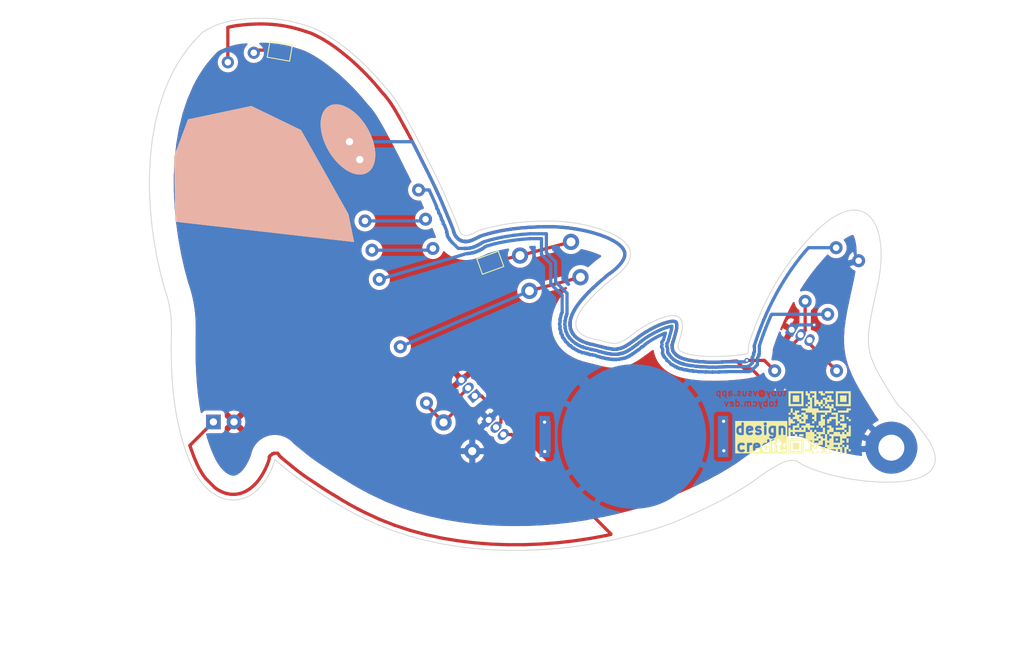
<source format=kicad_pcb>
(kicad_pcb (version 20241229) (generator "pcbnew") (generator_version "9.0")
  (layers (0 "F.Cu" signal) (2 "B.Cu" signal) (13 "F.Paste" user) (15 "B.Paste" user) (5 "F.SilkS" user "F.Silkscreen") (7 "B.SilkS" user "B.Silkscreen") (1 "F.Mask" user) (3 "B.Mask" user) (25 "Edge.Cuts" user))
  (net 0 "")
  (net 1 "GND")
  (net 2 "VCC")
  (net 3 "Net-(Q1-B)")
  (net 4 "Net-(D1-K)")
  (net 5 "Net-(D2-A)")
  (net 6 "Net-(Q3-C)")
  (net 7 "Net-(JP1-B)")
  (net 8 "Net-(JP2-B)")
  (net 9 "Net-(Q1-E)")
  (net 10 "Net-(Q3-B)")
  (net 11 "Net-(R1-Pad1)")
  (net 12 "Net-(R3-Pad1)")
  (net 13 "Net-(R4-Pad1)")
  (net 14 "Net-(R5-Pad1)")
  (net 15 "Net-(R6-Pad1)")
  (footprint "Jumper:SolderJumper-2_P1.3mm_Open_TrianglePad1.0x1.5mm" (layer "F.Cu") (at 136.825 88.45 20)
    (property "Reference" "JP1" (hide yes))
    (property "Value" "SolderJumper_2_Open")
  )
  (footprint "MountingHole:MountingHole_3.2mm_M3_Pad" (layer "F.Cu") (at 186.2 111.225)
    (property "Reference" "H1" (hide yes))
    (property "Value" "MountingHole_Pad")
  )
  (footprint "LED_THT:LED_D5.0mm" (layer "F.Cu") (at 102.725 108.05)
    (property "Reference" "D1" (hide yes))
    (property "Value" "LED")
  )
  (footprint "Capacitor_THT:C_Disc_D7.5mm_W2.5mm_P5.00mm" (layer "F.Cu") (at 134.6 111.65 135)
    (property "Reference" "C1" (hide yes))
    (property "Value" "10uF")
  )
  (footprint "Package_TO_SOT_THT:TO-92_Inline" (layer "F.Cu") (at 134.9 104.85 130)
    (property "Reference" "Q1" (hide yes))
    (property "Value" "2N3904")
  )
  (footprint "Jumper:SolderJumper-2_P1.3mm_Open_TrianglePad1.0x1.5mm" (layer "F.Cu") (at 110.9 62.4 170)
    (property "Reference" "JP2" (hide yes))
    (property "Value" "SolderJumper_2_Open")
  )
  (footprint "Package_TO_SOT_THT:TO-92_Inline" (layer "F.Cu") (at 136.622416 107.806533 -45)
    (property "Reference" "Q2" (hide yes))
    (property "Value" "2N3904")
  )
  (footprint "Button_Switch_THT:SW_PUSH_6mm" (layer "F.Cu") (at 140.478398 87.567829 15)
    (property "Reference" "SW1" (hide yes))
    (property "Value" "SW_Push")
  )
  (footprint "Resistor_THT:R_Axial_DIN0207_L6.3mm_D2.5mm_P7.62mm_Horizontal" (layer "F.Cu") (at 125.739824 98.796967 -65)
    (property "Reference" "R1" (hide yes))
    (property "Value" "220")
  )
  (footprint "Resistor_THT:R_Axial_DIN0207_L6.3mm_D2.5mm_P7.62mm_Horizontal" (layer "B.Cu") (at 121.39 83.3 30)
    (property "Reference" "R4" (hide yes))
    (property "Value" "220")
  )
  (footprint "Package_TO_SOT_THT:TO-92_Inline" (layer "B.Cu") (at 173.930148 96.703231 -30)
    (property "Reference" "Q3" (hide yes))
    (property "Value" "2N3906")
  )
  (footprint "Battery:BatteryHolder_Keystone_3034_1x20mm" (layer "B.Cu") (at 154.5 109.85)
    (property "Reference" "BT1" (hide yes))
    (property "Value" "Battery_Cell")
  )
  (footprint "Resistor_THT:R_Axial_DIN0207_L6.3mm_D2.5mm_P7.62mm_Horizontal" (layer "B.Cu") (at 179.46 101.75 180)
    (property "Reference" "R8" (hide yes))
    (property "Value" "220")
  )
  (footprint "Resistor_THT:R_Axial_DIN0207_L6.3mm_D2.5mm_P7.62mm_Horizontal" (layer "B.Cu") (at 182.175 88.2 -120)
    (property "Reference" "R7" (hide yes))
    (property "Value" "220")
  )
  (footprint "Resistor_THT:R_Axial_DIN0207_L6.3mm_D2.5mm_P7.62mm_Horizontal" (layer "B.Cu") (at 123.150444 90.505 30)
    (property "Reference" "R6" (hide yes))
    (property "Value" "220")
  )
  (footprint "LED_THT:LED_D5.0mm" (layer "B.Cu") (at 120.75 75.75 120)
    (property "Reference" "D2" (hide yes))
    (property "Value" "LED")
  )
  (footprint "OptoDevice:R_LDR_5.1x4.3mm_P3.4mm_Vertical" (layer "B.Cu") (at 107.7 62.6 -160)
    (property "Reference" "R2" (hide yes))
    (property "Value" "R_Photo")
  )
  (footprint "Resistor_THT:R_Axial_DIN0207_L6.3mm_D2.5mm_P7.62mm_Horizontal" (layer "B.Cu") (at 122.250444 86.905 30)
    (property "Reference" "R5" (hide yes))
    (property "Value" "220")
  )
  (footprint "Resistor_THT:R_Axial_DIN0207_L6.3mm_D2.5mm_P7.62mm_Horizontal" (layer "B.Cu") (at 179.4 86.6 -120)
    (property "Reference" "R3" (hide yes))
    (property "Value" "4.7k")
  )
  (gr_poly (pts (xy 181.208333 106.645833) (xy 180.943749 106.645833) (xy 180.943749 106.910416) (xy 180.679166 106.910416) (xy 180.414583 106.910416) (xy 180.149999 106.910416) (xy 179.885416 106.910416) (xy 179.620833 106.910416) (xy 179.620833 106.645833) (xy 179.885416 106.645833) (xy 180.149999 106.645833) (xy 180.414583 106.645833) (xy 180.679166 106.645833) (xy 180.679166 106.38125) (xy 180.943749 106.38125) (xy 181.208333 106.38125)) (fill yes) (layer "F.SilkS"))
  (gr_poly (pts (xy 174.064583 106.645833) (xy 174.064583 106.910416) (xy 173.8 106.910416) (xy 173.8 106.645833) (xy 173.8 106.38125) (xy 174.064583 106.38125)) (fill yes) (layer "F.SilkS"))
  (gr_poly (pts (xy 178.827082 105.058333) (xy 178.827082 105.322917) (xy 179.091666 105.322917) (xy 179.091666 105.5875) (xy 178.827082 105.5875) (xy 178.562499 105.5875) (xy 178.297916 105.5875) (xy 178.297916 105.852083) (xy 178.033333 105.852083) (xy 178.033333 105.5875) (xy 178.033333 105.322917) (xy 177.76875 105.322917) (xy 177.76875 105.058333) (xy 178.033333 105.058333) (xy 178.297916 105.058333) (xy 178.297916 105.322917) (xy 178.562499 105.322917) (xy 178.562499 105.058333) (xy 178.297916 105.058333) (xy 178.297916 104.79375) (xy 178.562499 104.79375) (xy 178.827082 104.79375)) (fill yes) (layer "F.SilkS"))
  (gr_poly (pts (xy 176.974999 109.291666) (xy 176.710416 109.291666) (xy 176.710416 109.027083) (xy 176.974999 109.027083)) (fill yes) (layer "F.SilkS"))
  (gr_poly (pts (xy 178.297916 111.9375) (xy 178.033333 111.9375) (xy 178.033333 111.672916) (xy 178.297916 111.672916)) (fill yes) (layer "F.SilkS"))
  (gr_poly (pts (xy 178.827082 108.7625) (xy 179.091666 108.7625) (xy 179.091666 109.027083) (xy 179.091666 109.291666) (xy 178.827082 109.291666) (xy 178.562499 109.291666) (xy 178.562499 109.556249) (xy 178.297916 109.556249) (xy 178.297916 109.291666) (xy 178.297916 109.027083) (xy 178.562499 109.027083) (xy 178.562499 108.7625) (xy 178.297916 108.7625) (xy 178.297916 108.497917) (xy 178.562499 108.497917) (xy 178.827082 108.497917)) (fill yes) (layer "F.SilkS"))
  (gr_poly (pts (xy 180.943749 107.704166) (xy 180.679166 107.704166) (xy 180.679166 107.439583) (xy 180.943749 107.439583)) (fill yes) (layer "F.SilkS"))
  (gr_poly (pts (xy 178.033333 107.439583) (xy 177.76875 107.439583) (xy 177.76875 107.704166) (xy 178.033333 107.704166) (xy 178.033333 107.96875) (xy 178.033333 108.233333) (xy 178.033333 108.497917) (xy 177.76875 108.497917) (xy 177.76875 108.7625) (xy 177.504166 108.7625) (xy 177.504166 108.497917) (xy 177.239583 108.497917) (xy 177.239583 108.233333) (xy 177.239583 107.96875) (xy 177.504166 107.96875) (xy 177.504166 107.704166) (xy 177.504166 107.439583) (xy 177.504166 107.175) (xy 177.76875 107.175) (xy 178.033333 107.175)) (fill yes) (layer "F.SilkS"))
  (gr_poly (pts (xy 174.858333 108.497917) (xy 174.858333 108.7625) (xy 174.59375 108.7625) (xy 174.329166 108.7625) (xy 174.329166 109.027083) (xy 174.59375 109.027083) (xy 174.858333 109.027083) (xy 174.858333 108.7625) (xy 175.122916 108.7625) (xy 175.122916 109.027083) (xy 175.3875 109.027083) (xy 175.3875 108.7625) (xy 175.122916 108.7625) (xy 175.122916 108.497917) (xy 175.3875 108.497917) (xy 175.652083 108.497917) (xy 175.652083 108.233333) (xy 175.916666 108.233333) (xy 176.181249 108.233333) (xy 176.181249 108.497917) (xy 176.445833 108.497917) (xy 176.710416 108.497917) (xy 176.710416 108.7625) (xy 176.445833 108.7625) (xy 176.181249 108.7625) (xy 176.181249 109.027083) (xy 175.916666 109.027083) (xy 175.916666 108.7625) (xy 175.652083 108.7625) (xy 175.652083 109.027083) (xy 175.652083 109.291666) (xy 175.3875 109.291666) (xy 175.122916 109.291666) (xy 174.858333 109.291666) (xy 174.59375 109.291666) (xy 174.329166 109.291666) (xy 174.329166 109.556249) (xy 174.064583 109.556249) (xy 174.064583 109.291666) (xy 173.8 109.291666) (xy 173.8 109.556249) (xy 173.8 109.820833) (xy 173.535416 109.820833) (xy 173.535416 109.556249) (xy 173.535416 109.291666) (xy 173.535416 109.027083) (xy 173.535416 108.7625) (xy 173.8 108.7625) (xy 173.8 109.027083) (xy 174.064583 109.027083) (xy 174.064583 108.7625) (xy 174.064583 108.497917) (xy 174.329166 108.497917) (xy 174.59375 108.497917) (xy 174.59375 108.233333) (xy 174.858333 108.233333)) (fill yes) (layer "F.SilkS"))
  (gr_poly (pts (xy 181.208333 107.96875) (xy 180.943749 107.96875) (xy 180.943749 107.704166) (xy 181.208333 107.704166)) (fill yes) (layer "F.SilkS"))
  (gr_poly (pts (xy 179.620833 110.35) (xy 179.356249 110.35) (xy 179.356249 110.085416) (xy 179.620833 110.085416)) (fill yes) (layer "F.SilkS"))
  (gr_poly (pts (xy 180.414583 111.14375) (xy 180.149999 111.14375) (xy 180.149999 110.879166) (xy 180.414583 110.879166)) (fill yes) (layer "F.SilkS"))
  (gr_poly (pts (xy 180.943749 111.14375) (xy 180.943749 111.408333) (xy 180.679166 111.408333) (xy 180.679166 111.672916) (xy 180.679166 111.9375) (xy 180.414583 111.9375) (xy 180.414583 111.672916) (xy 180.414583 111.408333) (xy 180.414583 111.14375) (xy 180.679166 111.14375) (xy 180.679166 110.879166) (xy 180.943749 110.879166)) (fill yes) (layer "F.SilkS"))
  (gr_poly (pts (xy 175.3875 104.529167) (xy 175.3875 104.79375) (xy 175.3875 105.058333) (xy 175.3875 105.322917) (xy 175.3875 105.5875) (xy 175.3875 105.852083) (xy 175.3875 106.116667) (xy 175.122916 106.116667) (xy 174.858333 106.116667) (xy 174.59375 106.116667) (xy 174.329166 106.116667) (xy 174.064583 106.116667) (xy 173.8 106.116667) (xy 173.535416 106.116667) (xy 173.535416 105.852083) (xy 173.535416 105.5875) (xy 173.535416 105.322917) (xy 173.535416 105.058333) (xy 173.535416 104.79375) (xy 173.8 104.79375) (xy 173.8 105.058333) (xy 173.8 105.322917) (xy 173.8 105.5875) (xy 173.8 105.852083) (xy 174.064583 105.852083) (xy 174.329166 105.852083) (xy 174.59375 105.852083) (xy 174.858333 105.852083) (xy 175.122916 105.852083) (xy 175.122916 105.5875) (xy 175.122916 105.322917) (xy 175.122916 105.058333) (xy 175.122916 104.79375) (xy 175.122916 104.529167) (xy 174.858333 104.529167) (xy 174.59375 104.529167) (xy 174.329166 104.529167) (xy 174.064583 104.529167) (xy 173.8 104.529167) (xy 173.8 104.79375) (xy 173.535416 104.79375) (xy 173.535416 104.529167) (xy 173.535416 104.264583) (xy 173.8 104.264583) (xy 174.064583 104.264583) (xy 174.329166 104.264583) (xy 174.59375 104.264583) (xy 174.858333 104.264583) (xy 175.122916 104.264583) (xy 175.3875 104.264583)) (fill yes) (layer "F.SilkS"))
  (gr_poly (pts (xy 175.3875 110.35) (xy 175.3875 110.614583) (xy 175.3875 110.879166) (xy 175.3875 111.14375) (xy 175.3875 111.408333) (xy 175.3875 111.672916) (xy 175.3875 111.9375) (xy 175.122916 111.9375) (xy 174.858333 111.9375) (xy 174.59375 111.9375) (xy 174.329166 111.9375) (xy 174.064583 111.9375) (xy 173.8 111.9375) (xy 173.535416 111.9375) (xy 173.535416 111.672916) (xy 173.535416 111.408333) (xy 173.535416 111.14375) (xy 173.535416 110.879166) (xy 173.535416 110.614583) (xy 173.8 110.614583) (xy 173.8 110.879166) (xy 173.8 111.14375) (xy 173.8 111.408333) (xy 173.8 111.672916) (xy 174.064583 111.672916) (xy 174.329166 111.672916) (xy 174.59375 111.672916) (xy 174.858333 111.672916) (xy 175.122916 111.672916) (xy 175.122916 111.408333) (xy 175.122916 111.14375) (xy 175.122916 110.879166) (xy 175.122916 110.614583) (xy 175.122916 110.35) (xy 174.858333 110.35) (xy 174.59375 110.35) (xy 174.329166 110.35) (xy 174.064583 110.35) (xy 173.8 110.35) (xy 173.8 110.614583) (xy 173.535416 110.614583) (xy 173.535416 110.35) (xy 173.535416 110.085416) (xy 173.8 110.085416) (xy 174.064583 110.085416) (xy 174.329166 110.085416) (xy 174.59375 110.085416) (xy 174.858333 110.085416) (xy 175.122916 110.085416) (xy 175.3875 110.085416)) (fill yes) (layer "F.SilkS"))
  (gr_poly (pts (xy 180.414583 107.439583) (xy 180.414583 107.704166) (xy 180.414583 107.96875) (xy 180.149999 107.96875) (xy 179.885416 107.96875) (xy 179.885416 107.704166) (xy 180.149999 107.704166) (xy 180.149999 107.439583) (xy 179.885416 107.439583) (xy 179.885416 107.175) (xy 180.149999 107.175) (xy 180.414583 107.175)) (fill yes) (layer "F.SilkS"))
  (gr_poly (pts (xy 180.943749 110.35) (xy 180.943749 110.614583) (xy 180.679166 110.614583) (xy 180.679166 110.35) (xy 180.679166 110.085416) (xy 180.943749 110.085416)) (fill yes) (layer "F.SilkS"))
  (gr_poly (pts (xy 177.76875 111.9375) (xy 177.504166 111.9375) (xy 177.504166 111.672916) (xy 177.76875 111.672916)) (fill yes) (layer "F.SilkS"))
  (gr_poly (pts (xy 97.897873 75.467862) (xy 98.052634 83.399699) (xy 120.05 85.9) (xy 119.348914 82.465936) (xy 113.519555 72.115354) (xy 107.4 69.15) (xy 99.6 70.8) (xy 97.905694 75.333364)) (fill yes) (layer "F.SilkS"))
  (gr_poly (pts (xy 178.827082 111.9375) (xy 178.562499 111.9375) (xy 178.562499 111.672916) (xy 178.827082 111.672916)) (fill yes) (layer "F.SilkS"))
  (gr_poly (pts (xy 177.239583 108.7625) (xy 176.974999 108.7625) (xy 176.974999 108.497917) (xy 177.239583 108.497917)) (fill yes) (layer "F.SilkS"))
  (gr_poly (pts (xy 175.916666 106.116667) (xy 175.652083 106.116667) (xy 175.652083 105.852083) (xy 175.916666 105.852083)) (fill yes) (layer "F.SilkS"))
  (gr_poly (pts (xy 176.974999 111.408333) (xy 176.710416 111.408333) (xy 176.710416 111.14375) (xy 176.974999 111.14375)) (fill yes) (layer "F.SilkS"))
  (gr_poly (pts (xy 117.9 68.95) (xy 118.05115 68.960471) (xy 118.204639 68.981169) (xy 118.360169 69.011921) (xy 118.51744 69.052557) (xy 118.676153 69.102908) (xy 118.83601 69.162803) (xy 118.99671 69.232072) (xy 119.157956 69.310544) (xy 119.319448 69.398049) (xy 119.480887 69.494417) (xy 119.641973 69.599478) (xy 119.802409 69.713061) (xy 119.961894 69.834996) (xy 120.120129 69.965112) (xy 120.276816 70.10324) (xy 120.431655 70.249209) (xy 120.584348 70.402849) (xy 120.734595 70.563989) (xy 120.882097 70.732459) (xy 121.026555 70.908089) (xy 121.16767 71.090709) (xy 121.305142 71.280148) (xy 121.438674 71.476236) (xy 121.567965 71.678803) (xy 121.692717 71.887678) (xy 121.922014 72.313406) (xy 122.120389 72.740867) (xy 122.287856 73.167305) (xy 122.424433 73.589969) (xy 122.530136 74.006104) (xy 122.604981 74.412957) (xy 122.648986 74.807776) (xy 122.662166 75.187806) (xy 122.644538 75.550294) (xy 122.596118 75.892487) (xy 122.516924 76.211631) (xy 122.465791 76.3617) (xy 122.406971 76.504974) (xy 122.340465 76.64111) (xy 122.266275 76.769762) (xy 122.184405 76.890587) (xy 122.094855 77.003241) (xy 121.997628 77.10738) (xy 121.892725 77.202659) (xy 121.780149 77.288734) (xy 121.659903 77.365261) (xy 121.533505 77.431134) (xy 121.402674 77.48559) (xy 121.267708 77.528798) (xy 121.128908 77.56093) (xy 120.986572 77.582156) (xy 120.840999 77.592645) (xy 120.692488 77.592569) (xy 120.541339 77.582097) (xy 120.38785 77.5614) (xy 120.23232 77.530648) (xy 120.075049 77.490011) (xy 119.916336 77.43966) (xy 119.756479 77.379765) (xy 119.595778 77.310497) (xy 119.434532 77.232024) (xy 119.27304 77.144519) (xy 119.111602 77.048151) (xy 118.950515 76.94309) (xy 118.79008 76.829507) (xy 118.630595 76.707572) (xy 118.472359 76.577455) (xy 118.315672 76.439327) (xy 118.160833 76.293358) (xy 118.00814 76.139719) (xy 117.857893 75.978578) (xy 117.710391 75.810108) (xy 117.565933 75.634478) (xy 117.424819 75.451858) (xy 117.287346 75.262419) (xy 117.153814 75.066331) (xy 117.024523 74.863764) (xy 116.899771 74.654889) (xy 116.670473 74.22916) (xy 116.472099 73.801699) (xy 116.304632 73.375261) (xy 116.168055 72.952597) (xy 116.062352 72.536462) (xy 115.987507 72.129609) (xy 115.943503 71.734791) (xy 115.930323 71.354761) (xy 115.947951 70.992273) (xy 115.996371 70.650081) (xy 116.075566 70.330936) (xy 116.126699 70.180868) (xy 116.185519 70.037594) (xy 116.252025 69.901458) (xy 116.326214 69.772806) (xy 116.408085 69.651981) (xy 116.497635 69.539327) (xy 116.594862 69.435189) (xy 116.699765 69.33991) (xy 116.81234 69.253835) (xy 116.932587 69.177308) (xy 117.058984 69.111435) (xy 117.189815 69.056979) (xy 117.32478 69.01377) (xy 117.463581 68.981638) (xy 117.605917 68.960413) (xy 117.75149 68.949923)) (fill yes) (layer "F.SilkS"))
  (gr_poly (pts (xy 179.356249 106.645833) (xy 179.091666 106.645833) (xy 179.091666 106.38125) (xy 179.356249 106.38125)) (fill yes) (layer "F.SilkS"))
  (gr_poly (pts (xy 174.858333 105.058333) (xy 174.858333 105.322917) (xy 174.858333 105.5875) (xy 174.59375 105.5875) (xy 174.329166 105.5875) (xy 174.064583 105.5875) (xy 174.064583 105.322917) (xy 174.064583 105.058333) (xy 174.064583 104.79375) (xy 174.329166 104.79375) (xy 174.59375 104.79375) (xy 174.858333 104.79375)) (fill yes) (layer "F.SilkS"))
  (gr_poly (pts (xy 174.59375 109.820833) (xy 174.329166 109.820833) (xy 174.329166 109.556249) (xy 174.59375 109.556249)) (fill yes) (layer "F.SilkS"))
  (gr_poly (pts (xy 180.679166 108.497917) (xy 180.679166 108.7625) (xy 180.414583 108.7625) (xy 180.414583 109.027083) (xy 180.149999 109.027083) (xy 179.885416 109.027083) (xy 179.620833 109.027083) (xy 179.356249 109.027083) (xy 179.356249 108.7625) (xy 179.620833 108.7625) (xy 179.885416 108.7625) (xy 180.149999 108.7625) (xy 180.149999 108.497917) (xy 179.885416 108.497917) (xy 179.885416 108.233333) (xy 180.149999 108.233333) (xy 180.414583 108.233333) (xy 180.679166 108.233333)) (fill yes) (layer "F.SilkS"))
  (gr_poly (pts (xy 181.208333 108.7625) (xy 181.208333 109.027083) (xy 181.208333 109.291666) (xy 181.208333 109.556249) (xy 181.208333 109.820833) (xy 180.943749 109.820833) (xy 180.679166 109.820833) (xy 180.679166 110.085416) (xy 180.414583 110.085416) (xy 180.149999 110.085416) (xy 180.149999 110.35) (xy 180.414583 110.35) (xy 180.414583 110.614583) (xy 180.149999 110.614583) (xy 180.149999 110.879166) (xy 179.885416 110.879166) (xy 179.885416 111.14375) (xy 180.149999 111.14375) (xy 180.149999 111.408333) (xy 180.149999 111.672916) (xy 180.149999 111.9375) (xy 179.885416 111.9375) (xy 179.885416 111.672916) (xy 179.885416 111.408333) (xy 179.620833 111.408333) (xy 179.620833 111.672916) (xy 179.356249 111.672916) (xy 179.356249 111.408333) (xy 179.091666 111.408333) (xy 178.827082 111.408333) (xy 178.562499 111.408333) (xy 178.297916 111.408333) (xy 178.297916 111.14375) (xy 179.091666 111.14375) (xy 179.356249 111.14375) (xy 179.620833 111.14375) (xy 179.620833 110.879166) (xy 179.356249 110.879166) (xy 179.091666 110.879166) (xy 179.091666 111.14375) (xy 178.297916 111.14375) (xy 178.033333 111.14375) (xy 178.033333 110.879166) (xy 178.297916 110.879166) (xy 178.562499 110.879166) (xy 178.562499 110.614583) (xy 178.297916 110.614583) (xy 178.297916 110.879166) (xy 178.033333 110.879166) (xy 178.033333 110.614583) (xy 178.033333 110.35) (xy 177.76875 110.35) (xy 177.76875 110.614583) (xy 177.76875 110.879166) (xy 177.504166 110.879166) (xy 177.239583 110.879166) (xy 177.239583 111.14375) (xy 176.974999 111.14375) (xy 176.974999 110.879166) (xy 176.710416 110.879166) (xy 176.710416 111.14375) (xy 176.445833 111.14375) (xy 176.445833 111.408333) (xy 176.445833 111.672916) (xy 176.181249 111.672916) (xy 175.916666 111.672916) (xy 175.652083 111.672916) (xy 175.652083 111.408333) (xy 175.916666 111.408333) (xy 176.181249 111.408333) (xy 176.181249 111.14375) (xy 176.181249 110.879166) (xy 176.181249 110.614583) (xy 176.445833 110.614583) (xy 176.445833 110.879166) (xy 176.710416 110.879166) (xy 176.710416 110.614583) (xy 176.974999 110.614583) (xy 177.239583 110.614583) (xy 177.239583 110.35) (xy 177.504166 110.35) (xy 177.504166 110.085416) (xy 177.239583 110.085416) (xy 177.239583 110.35) (xy 176.974999 110.35) (xy 176.710416 110.35) (xy 176.710416 110.614583) (xy 176.445833 110.614583) (xy 176.445833 110.35) (xy 176.181249 110.35) (xy 176.181249 110.614583) (xy 175.916666 110.614583) (xy 175.916666 110.35) (xy 175.652083 110.35) (xy 175.652083 110.085416) (xy 175.652083 109.820833) (xy 176.710416 109.820833) (xy 176.710416 110.085416) (xy 176.974999 110.085416) (xy 176.974999 109.820833) (xy 177.239583 109.820833) (xy 177.239583 109.556249) (xy 176.974999 109.556249) (xy 176.974999 109.820833) (xy 176.710416 109.820833) (xy 175.652083 109.820833) (xy 175.652083 109.556249) (xy 175.652083 109.291666) (xy 175.916666 109.291666) (xy 176.181249 109.291666) (xy 176.181249 109.027083) (xy 176.445833 109.027083) (xy 176.445833 109.291666) (xy 176.710416 109.291666) (xy 176.710416 109.556249) (xy 176.974999 109.556249) (xy 176.974999 109.291666) (xy 177.239583 109.291666) (xy 177.504166 109.291666) (xy 177.76875 109.291666) (xy 177.76875 109.027083) (xy 177.76875 108.7625) (xy 178.033333 108.7625) (xy 178.033333 109.027083) (xy 178.033333 109.291666) (xy 178.033333 109.556249) (xy 177.76875 109.556249) (xy 177.504166 109.556249) (xy 177.504166 109.820833) (xy 177.76875 109.820833) (xy 177.76875 110.085416) (xy 178.033333 110.085416) (xy 178.033333 109.820833) (xy 178.033333 109.556249) (xy 178.297916 109.556249) (xy 178.297916 109.820833) (xy 178.297916 110.085416) (xy 178.297916 110.35) (xy 178.562499 110.35) (xy 178.562499 110.085416) (xy 178.827082 110.085416) (xy 179.091666 110.085416) (xy 179.091666 110.35) (xy 179.091666 110.614583) (xy 179.356249 110.614583) (xy 179.620833 110.614583) (xy 179.885416 110.614583) (xy 179.885416 110.35) (xy 179.885416 110.085416) (xy 179.885416 109.820833) (xy 179.620833 109.820833) (xy 179.356249 109.820833) (xy 179.091666 109.820833) (xy 179.091666 110.085416) (xy 178.827082 110.085416) (xy 178.827082 109.820833) (xy 178.562499 109.820833) (xy 178.562499 109.556249) (xy 178.827082 109.556249) (xy 179.091666 109.556249) (xy 179.091666 109.291666) (xy 179.356249 109.291666) (xy 179.620833 109.291666) (xy 179.885416 109.291666) (xy 179.885416 109.556249) (xy 180.149999 109.556249) (xy 180.149999 109.291666) (xy 180.414583 109.291666) (xy 180.414583 109.556249) (xy 180.679166 109.556249) (xy 180.679166 109.291666) (xy 180.943749 109.291666) (xy 180.943749 109.027083) (xy 180.943749 108.7625) (xy 180.943749 108.497917) (xy 181.208333 108.497917)) (fill yes) (layer "F.SilkS"))
  (gr_poly (pts (xy 180.679166 109.291666) (xy 180.414583 109.291666) (xy 180.414583 109.027083) (xy 180.679166 109.027083)) (fill yes) (layer "F.SilkS"))
  (gr_poly (pts (xy 174.858333 106.910416) (xy 174.59375 106.910416) (xy 174.59375 107.175) (xy 174.858333 107.175) (xy 175.122916 107.175) (xy 175.122916 106.910416) (xy 175.3875 106.910416) (xy 175.652083 106.910416) (xy 175.652083 107.175) (xy 175.916666 107.175) (xy 175.916666 107.439583) (xy 175.916666 107.704166) (xy 175.652083 107.704166) (xy 175.652083 107.96875) (xy 175.652083 108.233333) (xy 175.3875 108.233333) (xy 175.122916 108.233333) (xy 174.858333 108.233333) (xy 174.858333 107.96875) (xy 175.122916 107.96875) (xy 175.3875 107.96875) (xy 175.3875 107.704166) (xy 175.122916 107.704166) (xy 175.122916 107.96875) (xy 174.858333 107.96875) (xy 174.59375 107.96875) (xy 174.59375 107.704166) (xy 174.329166 107.704166) (xy 174.064583 107.704166) (xy 174.064583 107.96875) (xy 174.329166 107.96875) (xy 174.329166 108.233333) (xy 174.064583 108.233333) (xy 173.8 108.233333) (xy 173.8 108.497917) (xy 173.535416 108.497917) (xy 173.535416 108.233333) (xy 173.535416 107.96875) (xy 173.535416 107.704166) (xy 173.535416 107.439583) (xy 173.8 107.439583) (xy 173.8 107.704166) (xy 174.064583 107.704166) (xy 174.064583 107.439583) (xy 174.329166 107.439583) (xy 174.858333 107.439583) (xy 174.858333 107.704166) (xy 175.122916 107.704166) (xy 175.122916 107.439583) (xy 175.3875 107.439583) (xy 175.3875 107.175) (xy 175.122916 107.175) (xy 175.122916 107.439583) (xy 174.858333 107.439583) (xy 174.329166 107.439583) (xy 174.329166 107.175) (xy 174.064583 107.175) (xy 174.064583 106.910416) (xy 174.329166 106.910416) (xy 174.329166 106.645833) (xy 174.59375 106.645833) (xy 174.858333 106.645833)) (fill yes) (layer "F.SilkS"))
  (gr_poly (pts (xy 177.76875 106.38125) (xy 177.504166 106.38125) (xy 177.504166 106.116667) (xy 177.76875 106.116667)) (fill yes) (layer "F.SilkS"))
  (gr_poly (pts (xy 181.208333 111.672916) (xy 180.943749 111.672916) (xy 180.943749 111.408333) (xy 181.208333 111.408333)) (fill yes) (layer "F.SilkS"))
  (gr_poly (pts (xy 179.091666 104.529167) (xy 178.827082 104.529167) (xy 178.562499 104.529167) (xy 178.297916 104.529167) (xy 178.033333 104.529167) (xy 178.033333 104.264583) (xy 178.297916 104.264583) (xy 178.562499 104.264583) (xy 178.827082 104.264583) (xy 179.091666 104.264583)) (fill yes) (layer "F.SilkS"))
  (gr_poly (pts (xy 178.033333 106.116667) (xy 177.76875 106.116667) (xy 177.76875 105.852083) (xy 178.033333 105.852083)) (fill yes) (layer "F.SilkS"))
  (gr_poly (pts (xy 177.76875 104.529167) (xy 178.033333 104.529167) (xy 178.033333 104.79375) (xy 177.76875 104.79375) (xy 177.504166 104.79375) (xy 177.504166 104.529167) (xy 177.239583 104.529167) (xy 177.239583 104.264583) (xy 177.504166 104.264583) (xy 177.76875 104.264583)) (fill yes) (layer "F.SilkS"))
  (gr_poly (pts (xy 178.033333 111.408333) (xy 178.033333 111.672916) (xy 177.76875 111.672916) (xy 177.76875 111.408333) (xy 177.504166 111.408333) (xy 177.504166 111.14375) (xy 177.76875 111.14375) (xy 178.033333 111.14375)) (fill yes) (layer "F.SilkS"))
  (gr_poly (pts (xy 176.710416 108.233333) (xy 176.445833 108.233333) (xy 176.445833 107.96875) (xy 176.710416 107.96875)) (fill yes) (layer "F.SilkS"))
  (gr_poly (pts (xy 179.620833 107.175) (xy 179.620833 107.439583) (xy 179.620833 107.704166) (xy 179.620833 107.96875) (xy 179.885416 107.96875) (xy 179.885416 108.233333) (xy 179.620833 108.233333) (xy 179.620833 108.497917) (xy 179.356249 108.497917) (xy 179.356249 108.233333) (xy 179.356249 107.96875) (xy 179.356249 107.704166) (xy 179.091666 107.704166) (xy 178.827082 107.704166) (xy 178.827082 107.96875) (xy 178.562499 107.96875) (xy 178.562499 108.233333) (xy 178.297916 108.233333) (xy 178.297916 107.96875) (xy 178.297916 107.704166) (xy 178.562499 107.704166) (xy 178.562499 107.439583) (xy 178.827082 107.439583) (xy 179.091666 107.439583) (xy 179.356249 107.439583) (xy 179.356249 107.175) (xy 179.091666 107.175) (xy 178.827082 107.175) (xy 178.827082 106.910416) (xy 179.091666 106.910416) (xy 179.356249 106.910416) (xy 179.620833 106.910416)) (fill yes) (layer "F.SilkS"))
  (gr_poly (pts (xy 174.858333 110.879166) (xy 174.858333 111.14375) (xy 174.858333 111.408333) (xy 174.59375 111.408333) (xy 174.329166 111.408333) (xy 174.064583 111.408333) (xy 174.064583 111.14375) (xy 174.064583 110.879166) (xy 174.064583 110.614583) (xy 174.329166 110.614583) (xy 174.59375 110.614583) (xy 174.858333 110.614583)) (fill yes) (layer "F.SilkS"))
  (gr_poly (pts (xy 180.679166 105.058333) (xy 180.679166 105.322917) (xy 180.679166 105.5875) (xy 180.414583 105.5875) (xy 180.149999 105.5875) (xy 179.885416 105.5875) (xy 179.885416 105.322917) (xy 179.885416 105.058333) (xy 179.885416 104.79375) (xy 180.149999 104.79375) (xy 180.414583 104.79375) (xy 180.679166 104.79375)) (fill yes) (layer "F.SilkS"))
  (gr_poly (pts (xy 173.8 107.175) (xy 173.535416 107.175) (xy 173.535416 106.910416) (xy 173.8 106.910416)) (fill yes) (layer "F.SilkS"))
  (gr_poly (pts (xy 175.3875 109.820833) (xy 175.122916 109.820833) (xy 174.858333 109.820833) (xy 174.858333 109.556249) (xy 175.122916 109.556249) (xy 175.3875 109.556249)) (fill yes) (layer "F.SilkS"))
  (gr_poly (pts (xy 177.239583 111.9375) (xy 176.974999 111.9375) (xy 176.974999 111.672916) (xy 177.239583 111.672916)) (fill yes) (layer "F.SilkS"))
  (gr_poly (pts (xy 176.710416 111.9375) (xy 176.445833 111.9375) (xy 176.445833 111.672916) (xy 176.710416 111.672916)) (fill yes) (layer "F.SilkS"))
  (gr_poly (pts (xy 181.208333 104.529167) (xy 181.208333 104.79375) (xy 181.208333 105.058333) (xy 181.208333 105.322917) (xy 181.208333 105.5875) (xy 181.208333 105.852083) (xy 181.208333 106.116667) (xy 180.943749 106.116667) (xy 180.679166 106.116667) (xy 180.414583 106.116667) (xy 180.149999 106.116667) (xy 179.885416 106.116667) (xy 179.620833 106.116667) (xy 179.356249 106.116667) (xy 179.356249 105.852083) (xy 179.356249 105.5875) (xy 179.356249 105.322917) (xy 179.356249 105.058333) (xy 179.356249 104.79375) (xy 179.620833 104.79375) (xy 179.620833 105.058333) (xy 179.620833 105.322917) (xy 179.620833 105.5875) (xy 179.620833 105.852083) (xy 179.885416 105.852083) (xy 180.149999 105.852083) (xy 180.414583 105.852083) (xy 180.679166 105.852083) (xy 180.943749 105.852083) (xy 180.943749 105.5875) (xy 180.943749 105.322917) (xy 180.943749 105.058333) (xy 180.943749 104.79375) (xy 180.943749 104.529167) (xy 180.679166 104.529167) (xy 180.414583 104.529167) (xy 180.149999 104.529167) (xy 179.885416 104.529167) (xy 179.620833 104.529167) (xy 179.620833 104.79375) (xy 179.356249 104.79375) (xy 179.356249 104.529167) (xy 179.356249 104.264583) (xy 179.620833 104.264583) (xy 179.885416 104.264583) (xy 180.149999 104.264583) (xy 180.414583 104.264583) (xy 180.679166 104.264583) (xy 180.943749 104.264583) (xy 181.208333 104.264583)) (fill yes) (layer "F.SilkS"))
  (gr_poly (pts (xy 175.916666 104.529167) (xy 176.181249 104.529167) (xy 176.181249 104.264583) (xy 176.445833 104.264583) (xy 176.710416 104.264583) (xy 176.974999 104.264583) (xy 176.974999 104.529167) (xy 176.974999 104.79375) (xy 176.974999 105.058333) (xy 176.974999 105.322917) (xy 177.239583 105.322917) (xy 177.239583 105.5875) (xy 177.504166 105.5875) (xy 177.504166 105.322917) (xy 177.76875 105.322917) (xy 177.76875 105.5875) (xy 177.76875 105.852083) (xy 177.504166 105.852083) (xy 177.504166 106.116667) (xy 177.239583 106.116667) (xy 177.239583 105.852083) (xy 176.974999 105.852083) (xy 176.974999 106.116667) (xy 176.710416 106.116667) (xy 176.710416 105.852083) (xy 176.710416 105.5875) (xy 176.710416 105.322917) (xy 176.710416 105.058333) (xy 176.445833 105.058333) (xy 176.445833 105.322917) (xy 176.445833 105.5875) (xy 176.445833 105.852083) (xy 176.445833 106.116667) (xy 176.445833 106.38125) (xy 176.710416 106.38125) (xy 176.974999 106.38125) (xy 177.239583 106.38125) (xy 177.239583 106.645833) (xy 177.504166 106.645833) (xy 177.76875 106.645833) (xy 178.033333 106.645833) (xy 178.297916 106.645833) (xy 178.562499 106.645833) (xy 178.562499 106.38125) (xy 178.297916 106.38125) (xy 178.033333 106.38125) (xy 178.033333 106.116667) (xy 178.297916 106.116667) (xy 178.297916 105.852083) (xy 178.562499 105.852083) (xy 178.562499 106.116667) (xy 178.827082 106.116667) (xy 178.827082 105.852083) (xy 179.091666 105.852083) (xy 179.091666 106.116667) (xy 179.091666 106.38125) (xy 178.827082 106.38125) (xy 178.827082 106.645833) (xy 178.827082 106.910416) (xy 178.562499 106.910416) (xy 178.297916 106.910416) (xy 178.297916 107.175) (xy 178.033333 107.175) (xy 178.033333 106.910416) (xy 177.76875 106.910416) (xy 177.504166 106.910416) (xy 177.239583 106.910416) (xy 176.974999 106.910416) (xy 176.974999 107.175) (xy 176.974999 107.439583) (xy 176.974999 107.704166) (xy 176.974999 107.96875) (xy 176.710416 107.96875) (xy 176.710416 107.704166) (xy 176.445833 107.704166) (xy 176.445833 107.439583) (xy 176.710416 107.439583) (xy 176.710416 107.175) (xy 176.445833 107.175) (xy 176.445833 106.910416) (xy 176.181249 106.910416) (xy 175.916666 106.910416) (xy 175.652083 106.910416) (xy 175.652083 106.645833) (xy 175.3875 106.645833) (xy 175.122916 106.645833) (xy 175.122916 106.38125) (xy 175.3875 106.38125) (xy 175.652083 106.38125) (xy 175.916666 106.38125) (xy 175.916666 106.116667) (xy 176.181249 106.116667) (xy 176.181249 105.852083) (xy 175.916666 105.852083) (xy 175.916666 105.5875) (xy 176.181249 105.5875) (xy 176.181249 105.322917) (xy 175.916666 105.322917) (xy 175.916666 105.058333) (xy 175.916666 104.79375) (xy 176.181249 104.79375) (xy 176.181249 105.058333) (xy 176.445833 105.058333) (xy 176.445833 104.79375) (xy 176.710416 104.79375) (xy 176.710416 104.529167) (xy 176.445833 104.529167) (xy 176.181249 104.529167) (xy 176.181249 104.79375) (xy 175.916666 104.79375) (xy 175.652083 104.79375) (xy 175.652083 104.529167) (xy 175.652083 104.264583) (xy 175.916666 104.264583)) (fill yes) (layer "F.SilkS"))
  (gr_poly (pts (xy 97.897873 75.467862) (xy 98.052634 83.399699) (xy 120.05 85.9) (xy 119.348914 82.465936) (xy 113.519555 72.115354) (xy 107.4 69.15) (xy 99.6 70.8) (xy 97.905694 75.333364)) (fill yes) (layer "B.SilkS"))
  (gr_poly (pts (xy 117.9 68.95) (xy 118.05115 68.960471) (xy 118.204639 68.981169) (xy 118.360169 69.011921) (xy 118.51744 69.052557) (xy 118.676153 69.102908) (xy 118.83601 69.162803) (xy 118.99671 69.232072) (xy 119.157956 69.310544) (xy 119.319448 69.398049) (xy 119.480887 69.494417) (xy 119.641973 69.599478) (xy 119.802409 69.713061) (xy 119.961894 69.834996) (xy 120.120129 69.965112) (xy 120.276816 70.10324) (xy 120.431655 70.249209) (xy 120.584348 70.402849) (xy 120.734595 70.563989) (xy 120.882097 70.732459) (xy 121.026555 70.908089) (xy 121.16767 71.090709) (xy 121.305142 71.280148) (xy 121.438674 71.476236) (xy 121.567965 71.678803) (xy 121.692717 71.887678) (xy 121.922014 72.313406) (xy 122.120389 72.740867) (xy 122.287856 73.167305) (xy 122.424433 73.589969) (xy 122.530136 74.006104) (xy 122.604981 74.412957) (xy 122.648986 74.807776) (xy 122.662166 75.187806) (xy 122.644538 75.550294) (xy 122.596118 75.892487) (xy 122.516924 76.211631) (xy 122.465791 76.3617) (xy 122.406971 76.504974) (xy 122.340465 76.64111) (xy 122.266275 76.769762) (xy 122.184405 76.890587) (xy 122.094855 77.003241) (xy 121.997628 77.10738) (xy 121.892725 77.202659) (xy 121.780149 77.288734) (xy 121.659903 77.365261) (xy 121.533505 77.431134) (xy 121.402674 77.48559) (xy 121.267708 77.528798) (xy 121.128908 77.56093) (xy 120.986572 77.582156) (xy 120.840999 77.592645) (xy 120.692488 77.592569) (xy 120.541339 77.582097) (xy 120.38785 77.5614) (xy 120.23232 77.530648) (xy 120.075049 77.490011) (xy 119.916336 77.43966) (xy 119.756479 77.379765) (xy 119.595778 77.310497) (xy 119.434532 77.232024) (xy 119.27304 77.144519) (xy 119.111602 77.048151) (xy 118.950515 76.94309) (xy 118.79008 76.829507) (xy 118.630595 76.707572) (xy 118.472359 76.577455) (xy 118.315672 76.439327) (xy 118.160833 76.293358) (xy 118.00814 76.139719) (xy 117.857893 75.978578) (xy 117.710391 75.810108) (xy 117.565933 75.634478) (xy 117.424819 75.451858) (xy 117.287346 75.262419) (xy 117.153814 75.066331) (xy 117.024523 74.863764) (xy 116.899771 74.654889) (xy 116.670473 74.22916) (xy 116.472099 73.801699) (xy 116.304632 73.375261) (xy 116.168055 72.952597) (xy 116.062352 72.536462) (xy 115.987507 72.129609) (xy 115.943503 71.734791) (xy 115.930323 71.354761) (xy 115.947951 70.992273) (xy 115.996371 70.650081) (xy 116.075566 70.330936) (xy 116.126699 70.180868) (xy 116.185519 70.037594) (xy 116.252025 69.901458) (xy 116.326214 69.772806) (xy 116.408085 69.651981) (xy 116.497635 69.539327) (xy 116.594862 69.435189) (xy 116.699765 69.33991) (xy 116.81234 69.253835) (xy 116.932587 69.177308) (xy 117.058984 69.111435) (xy 117.189815 69.056979) (xy 117.32478 69.01377) (xy 117.463581 68.981638) (xy 117.605917 68.960413) (xy 117.75149 68.949923)) (fill yes) (layer "B.SilkS"))
  (gr_poly (pts (xy 108.8 58.35) (xy 109.26815 58.362067) (xy 109.73267 58.385757) (xy 110.194244 58.421309) (xy 110.653553 58.46896) (xy 111.111281 58.52895) (xy 111.568108 58.601518) (xy 112.024718 58.686902) (xy 112.481792 58.78534) (xy 112.940014 58.897073) (xy 113.400064 59.022338) (xy 113.862626 59.161373) (xy 114.328382 59.314419) (xy 115.009684 59.539315) (xy 115.293926 59.667453) (xy 115.57471 59.80117) (xy 115.852132 59.94031) (xy 116.12629 60.084718) (xy 116.397279 60.234239) (xy 116.665197 60.388718) (xy 117.192206 60.711923) (xy 117.708088 61.05309) (xy 118.213619 61.410974) (xy 118.709571 61.784332) (xy 119.196717 62.171919) (xy 119.878019 62.727543) (xy 120.427988 63.21378) (xy 120.967674 63.711109) (xy 121.496531 64.219645) (xy 122.014011 64.7395) (xy 122.519567 65.270791) (xy 123.012652 65.813631) (xy 123.492717 66.368136) (xy 123.959217 66.934419) (xy 124.350303 67.370982) (xy 124.54249 67.603206) (xy 124.728488 67.841227) (xy 124.908726 68.084513) (xy 125.083632 68.332534) (xy 125.253634 68.584761) (xy 125.419161 68.840664) (xy 125.738503 69.361377) (xy 126.045086 69.890432) (xy 126.342336 70.423589) (xy 126.92255 71.485252) (xy 127.220698 72.025013) (xy 127.723822 72.977648) (xy 128.213929 73.93706) (xy 129.178123 75.864106) (xy 129.619437 76.740125) (xy 130.193292 77.900675) (xy 130.749797 79.066537) (xy 131.019991 79.652974) (xy 131.283984 80.242558) (xy 131.541155 80.835893) (xy 131.790882 81.433586) (xy 132.100529 82.169044) (xy 132.353123 82.776344) (xy 132.609849 83.392741) (xy 132.727418 83.684611) (xy 132.840352 83.978349) (xy 132.948621 84.273839) (xy 133.052201 84.570963) (xy 133.101745 84.666254) (xy 133.15405 84.751068) (xy 133.208992 84.825824) (xy 133.266445 84.890942) (xy 133.326285 84.94684) (xy 133.388388 84.993937) (xy 133.452629 85.032654) (xy 133.518883 85.063409) (xy 133.587026 85.08662) (xy 133.656934 85.102708) (xy 133.728482 85.112092) (xy 133.801544 85.11519) (xy 133.875998 85.112422) (xy 133.951718 85.104207) (xy 134.028579 85.090965) (xy 134.106458 85.073113) (xy 134.185229 85.051073) (xy 134.264769 85.025261) (xy 134.425653 84.964004) (xy 134.588115 84.892696) (xy 134.751158 84.81469) (xy 135.075001 84.651997) (xy 135.233809 84.574016) (xy 135.389213 84.502751) (xy 135.891523 84.34534) (xy 136.398058 84.200897) (xy 136.908431 84.069039) (xy 137.422255 83.94938) (xy 137.939146 83.841538) (xy 138.458718 83.745129) (xy 139.504359 83.585071) (xy 140.556093 83.466135) (xy 141.610831 83.385252) (xy 142.665488 83.339349) (xy 143.716978 83.325355) (xy 144.637644 83.32451) (xy 145.518878 83.364238) (xy 146.487428 83.458013) (xy 147.511994 83.605995) (xy 148.561276 83.808343) (xy 149.603975 84.065218) (xy 150.608792 84.376778) (xy 151.544427 84.743185) (xy 152.379581 85.164596) (xy 152.749696 85.395979) (xy 153.082953 85.641173) (xy 153.375441 85.900198) (xy 153.623246 86.173075) (xy 153.822456 86.459822) (xy 153.969159 86.760461) (xy 154.059442 87.075011) (xy 154.089392 87.403492) (xy 154.055099 87.745923) (xy 153.952647 88.102326) (xy 153.778127 88.47272) (xy 153.527624 88.857125) (xy 153.197228 89.25556) (xy 152.783024 89.668047) (xy 152.281101 90.094604) (xy 151.687546 90.535252) (xy 150.752321 91.334214) (xy 150.235038 91.799589) (xy 149.709369 92.297843) (xy 149.193862 92.820686) (xy 148.707061 93.359832) (xy 148.267514 93.906991) (xy 148.071256 94.180986) (xy 147.893767 94.453877) (xy 147.737363 94.724627) (xy 147.604365 94.9922) (xy 147.49709 95.255561) (xy 147.417856 95.513673) (xy 147.368981 95.765501) (xy 147.352785 96.010008) (xy 147.371584 96.246158) (xy 147.427698 96.472916) (xy 147.523445 96.689245) (xy 147.661142 96.894109) (xy 147.84311 97.086473) (xy 148.071664 97.2653) (xy 148.349125 97.429555) (xy 148.677809 97.578201) (xy 149.060036 97.710201) (xy 149.498124 97.824522) (xy 150.141593 97.979966) (xy 150.929891 98.182777) (xy 151.256216 98.259444) (xy 151.545721 98.318101) (xy 151.8047 98.357608) (xy 151.924709 98.369825) (xy 152.039447 98.376828) (xy 152.149702 98.378475) (xy 152.25626 98.374622) (xy 152.359908 98.365129) (xy 152.461433 98.349852) (xy 152.561621 98.32865) (xy 152.66126 98.301379) (xy 152.761137 98.267898) (xy 152.862039 98.228064) (xy 152.964752 98.181736) (xy 153.070063 98.12877) (xy 153.291629 98.002357) (xy 153.533032 97.847687) (xy 153.800566 97.663622) (xy 154.439213 97.202751) (xy 154.790288 96.933805) (xy 155.216808 96.638611) (xy 155.703006 96.330842) (xy 156.233114 96.024174) (xy 156.791363 95.732283) (xy 157.361987 95.468844) (xy 157.929217 95.24753) (xy 158.477286 95.082019) (xy 158.739207 95.024462) (xy 158.990425 94.985984) (xy 159.228969 94.968294) (xy 159.452868 94.973101) (xy 159.66015 95.002116) (xy 159.848846 95.057046) (xy 160.016983 95.139602) (xy 160.162591 95.251492) (xy 160.283699 95.394428) (xy 160.378336 95.570116) (xy 160.444531 95.780268) (xy 160.480313 96.026593) (xy 160.483711 96.310799) (xy 160.452755 96.634597) (xy 160.385472 96.999696) (xy 160.279893 97.407804) (xy 160.105845 98.012626) (xy 159.942545 98.578581) (xy 159.920531 98.750721) (xy 159.942297 98.909513) (xy 160.005335 99.055396) (xy 160.107137 99.188806) (xy 160.245196 99.310181) (xy 160.417005 99.419959) (xy 160.620055 99.518577) (xy 160.851839 99.606473) (xy 161.109849 99.684084) (xy 161.391578 99.751848) (xy 162.016162 99.859584) (xy 162.705529 99.933182) (xy 163.439619 99.976143) (xy 164.198371 99.991966) (xy 164.961724 99.984153) (xy 165.709617 99.956202) (xy 166.421989 99.911616) (xy 167.078779 99.853894) (xy 167.659926 99.786537) (xy 168.14537 99.713045) (xy 168.515049 99.636918) (xy 168.548769 99.47207) (xy 168.574154 99.341329) (xy 168.592444 99.232291) (xy 168.599316 99.182036) (xy 168.60488 99.132556) (xy 168.609289 99.0823) (xy 168.6127 99.029719) (xy 168.617147 98.911379) (xy 168.619459 98.765134) (xy 168.620878 98.578581) (xy 168.894704 97.731752) (xy 169.191537 96.884964) (xy 169.511097 96.039913) (xy 169.853103 95.198295) (xy 170.217274 94.361808) (xy 170.603332 93.532149) (xy 171.010993 92.711015) (xy 171.439979 91.900102) (xy 171.890009 91.101108) (xy 172.360802 90.31573) (xy 172.852078 89.545665) (xy 173.363556 88.792608) (xy 173.894956 88.058259) (xy 174.445997 87.344313) (xy 175.016399 86.652467) (xy 175.605881 85.984419) (xy 176.0689 85.461866) (xy 176.682852 84.815775) (xy 177.27811 84.240571) (xy 177.854281 83.734507) (xy 178.410975 83.295833) (xy 178.947801 82.922803) (xy 179.464367 82.613668) (xy 179.960283 82.366679) (xy 180.435157 82.180089) (xy 180.888598 82.052148) (xy 181.320214 81.98111) (xy 181.729615 81.965225) (xy 182.11641 82.002746) (xy 182.480206 82.091925) (xy 182.820614 82.231012) (xy 183.137242 82.41826) (xy 183.429698 82.651921) (xy 183.697592 82.930247) (xy 183.940532 83.251488) (xy 184.158127 83.613898) (xy 184.349986 84.015728) (xy 184.515718 84.455229) (xy 184.654932 84.930654) (xy 184.767235 85.440254) (xy 184.852239 85.982281) (xy 184.90955 86.554987) (xy 184.938778 87.156623) (xy 184.939531 87.785442) (xy 184.91142 88.439695) (xy 184.854051 89.117634) (xy 184.767035 89.81751) (xy 184.64998 90.537577) (xy 184.502494 91.276084) (xy 183.926557 93.903673) (xy 183.708874 94.991253) (xy 183.542377 95.955927) (xy 183.430311 96.818626) (xy 183.375922 97.600277) (xy 183.382456 98.321811) (xy 183.409584 98.666574) (xy 183.453159 99.004156) (xy 183.513588 99.337173) (xy 183.591277 99.668241) (xy 183.686631 99.999976) (xy 183.800056 100.334994) (xy 184.082741 101.025346) (xy 184.442579 101.760224) (xy 184.882815 102.560558) (xy 185.406696 103.447277) (xy 186.718375 105.563584) (xy 186.901774 105.800718) (xy 187.141715 106.092747) (xy 187.497544 106.427784) (xy 187.846589 106.768259) (xy 188.188656 107.114616) (xy 188.523551 107.467303) (xy 188.851081 107.826764) (xy 189.171051 108.193444) (xy 189.483269 108.567791) (xy 189.78754 108.950248) (xy 190.343168 109.644779) (xy 190.850529 110.39568) (xy 191.223865 111.086453) (xy 191.470142 111.718934) (xy 191.596331 112.294957) (xy 191.6094 112.816358) (xy 191.516318 113.284972) (xy 191.324053 113.702633) (xy 191.039574 114.071177) (xy 190.66985 114.392439) (xy 190.221849 114.668253) (xy 189.702541 114.900456) (xy 189.118894 115.09088) (xy 188.477877 115.241363) (xy 187.786458 115.353738) (xy 187.051607 115.429842) (xy 186.280291 115.471507) (xy 184.656142 115.458868) (xy 182.969762 115.330499) (xy 181.276901 115.101082) (xy 179.633307 114.785297) (xy 178.094732 114.397823) (xy 176.716924 113.953341) (xy 175.555634 113.466531) (xy 175.073605 113.211841) (xy 174.666611 112.952073) (xy 174.534535 112.876991) (xy 174.391121 112.823048) (xy 174.237151 112.789171) (xy 174.073407 112.774286) (xy 173.900667 112.777318) (xy 173.719714 112.797195) (xy 173.531329 112.832842) (xy 173.336293 112.883185) (xy 173.135385 112.94715) (xy 172.929388 113.023664) (xy 172.505248 113.210043) (xy 172.070121 113.43373) (xy 171.630253 113.686134) (xy 171.191892 113.958664) (xy 170.761285 114.24273) (xy 169.948323 114.811106) (xy 169.241347 115.322533) (xy 168.690336 115.708286) (xy 167.823079 116.257205) (xy 166.941089 116.783998) (xy 166.045873 117.289619) (xy 165.138941 117.775023) (xy 164.221801 118.241166) (xy 163.295961 118.689003) (xy 162.36293 119.119489) (xy 161.424216 119.533579) (xy 160.7611 119.843638) (xy 159.941792 120.200845) (xy 159.115353 120.530428) (xy 158.281942 120.834989) (xy 157.441718 121.117131) (xy 156.594841 121.379459) (xy 155.741469 121.624574) (xy 154.881762 121.855081) (xy 154.015879 122.073582) (xy 153.132834 122.295585) (xy 151.198735 122.72621) (xy 149.22204 123.093567) (xy 147.209937 123.394544) (xy 145.169617 123.62603) (xy 143.108269 123.784915) (xy 141.033081 123.868086) (xy 138.951244 123.872432) (xy 136.869946 123.794843) (xy 134.796378 123.632206) (xy 132.737728 123.381411) (xy 130.701186 123.039346) (xy 128.69394 122.602901) (xy 126.723181 122.068963) (xy 124.796098 121.434422) (xy 122.91988 120.696166) (xy 121.101716 119.851084) (xy 120.529554 119.563346) (xy 120.142153 119.361849) (xy 119.757716 119.157058) (xy 119.376064 118.948636) (xy 118.997021 118.736245) (xy 118.620408 118.519549) (xy 118.246049 118.298209) (xy 117.873766 118.071889) (xy 117.503382 117.840251) (xy 117.044495 117.569877) (xy 116.453023 117.202839) (xy 115.867311 116.827289) (xy 115.285421 116.445796) (xy 114.705414 116.060929) (xy 114.244666 115.757273) (xy 113.924984 115.542024) (xy 113.609355 115.323884) (xy 113.29756 115.102319) (xy 112.989379 114.876794) (xy 112.684591 114.646776) (xy 112.382975 114.41173) (xy 112.084313 114.171122) (xy 111.788383 113.924418) (xy 111.153382 113.408476) (xy 110.842497 113.151128) (xy 110.736664 113.061755) (xy 110.650675 112.986798) (xy 110.574607 112.917423) (xy 110.49854 112.844792) (xy 110.306717 112.654417) (xy 110.200883 113.077751) (xy 109.98081 113.646052) (xy 109.741824 114.176333) (xy 109.485145 114.668708) (xy 109.211993 115.123293) (xy 108.923587 115.540199) (xy 108.621149 115.919543) (xy 108.305898 116.261438) (xy 107.979054 116.565998) (xy 107.641837 116.833337) (xy 107.295468 117.06357) (xy 106.941166 117.256811) (xy 106.580152 117.413174) (xy 106.213646 117.532773) (xy 105.842867 117.615723) (xy 105.469036 117.662137) (xy 105.093373 117.67213) (xy 104.717099 117.645816) (xy 104.341432 117.583309) (xy 103.967594 117.484724) (xy 103.596804 117.350174) (xy 103.230283 117.179774) (xy 102.86925 116.973638) (xy 102.514926 116.73188) (xy 102.168531 116.454614) (xy 101.831285 116.141955) (xy 101.504407 115.794016) (xy 101.189119 115.410913) (xy 100.88664 114.992758) (xy 100.59819 114.539667) (xy 100.324989 114.051754) (xy 100.068258 113.529132) (xy 99.829217 112.971916) (xy 99.635741 112.49401) (xy 99.290763 111.547647) (xy 98.983079 110.594067) (xy 98.710838 109.633802) (xy 98.472192 108.667381) (xy 98.265292 107.695337) (xy 98.088287 106.7182) (xy 97.939329 105.736501) (xy 97.816568 104.750772) (xy 97.718155 103.761543) (xy 97.64224 102.769345) (xy 97.55051 100.778167) (xy 97.526582 98.781487) (xy 97.555662 96.783552) (xy 97.552335 96.12286) (xy 97.525008 95.485239) (xy 97.501803 95.173189) (xy 97.471948 94.864638) (xy 97.435227 94.55883) (xy 97.391423 94.255009) (xy 97.340321 93.95242) (xy 97.281703 93.650305) (xy 97.215353 93.347909) (xy 97.141055 93.044476) (xy 97.058592 92.739249) (xy 96.967748 92.431474) (xy 96.868307 92.120392) (xy 96.760052 91.80525) (xy 96.262356 89.968329) (xy 95.825586 88.040512) (xy 95.458279 86.038009) (xy 95.168967 83.977028) (xy 94.966186 81.87378) (xy 94.858471 79.744475) (xy 94.854355 77.605322) (xy 94.962375 75.472532) (xy 95.191064 73.362313) (xy 95.548958 71.290876) (xy 96.04459 69.274431) (xy 96.686496 67.329187) (xy 97.483211 65.471354) (xy 97.942288 64.580282) (xy 98.443268 63.717142) (xy 98.987218 62.883959) (xy 99.575203 62.08276) (xy 100.208292 61.315571) (xy 100.887551 60.584419) (xy 101.357186 60.101554) (xy 101.629243 59.925459) (xy 101.908966 59.759586) (xy 102.19574 59.603857) (xy 102.488947 59.458197) (xy 102.787973 59.322529) (xy 103.092201 59.196776) (xy 103.401015 59.080862) (xy 103.713798 58.97471) (xy 104.029936 58.878244) (xy 104.34881 58.791387) (xy 104.669807 58.714062) (xy 104.992309 58.646194) (xy 105.3157 58.587706) (xy 105.639365 58.53852) (xy 105.962687 58.498561) (xy 106.28505 58.467752) (xy 106.877469 58.413182) (xy 107.366957 58.381146) (xy 107.850086 58.359778) (xy 108.32754 58.349316)) (stroke (width 0.1) (color 0 20 255 1)) (fill no) (layer "Edge.Cuts"))
  (gr_text "toby@vsus.app\ntobycm.dev" (at 168.925 105.1 0) (layer "B.Cu" knockout) (effects (font (size 0.8 0.8) (thickness 0.15) (bold yes)) (justify mirror)))
  (gr_text "design\ncredit:" (at 173.535416 111.8 0) (layer "F.SilkS" knockout) (effects (font (size 1.3 1.3) (thickness 0.3) (bold yes)) (justify right bottom)))
  (segment (start 186.2 111.225) (end 181.975 111.425) (width 0.75) (layer "B.Cu") (net 1))
  (segment (start 154.5 109.85) (end 147.925 102.075) (width 0.75) (layer "B.Cu") (net 1))
  (segment (start 154.5 109.85) (end 145.375 105.425) (width 0.75) (layer "B.Cu") (net 1))
  (segment (start 154.5 109.85) (end 149.475 118.85) (width 0.75) (layer "B.Cu") (net 1))
  (segment (start 154.5 109.85) (end 163.425 104.7) (width 0.75) (layer "B.Cu") (net 1))
  (segment (start 154.5 109.85) (end 145.4 114.875) (width 0.75) (layer "B.Cu") (net 1))
  (segment (start 154.5 109.85) (end 163.925 113.725) (width 0.75) (layer "B.Cu") (net 1))
  (segment (start 186.2 111.225) (end 182.175 109.725) (width 0.75) (layer "B.Cu") (net 1))
  (via (at 165.55 107.975) (size 0.75) (drill 0.4) (layers "F.Cu" "B.Cu") (net 2))
  (via (at 143.5 108.075) (size 0.75) (drill 0.4) (layers "F.Cu" "B.Cu") (net 2))
  (via (at 165.575 111.6) (size 0.75) (drill 0.4) (layers "F.Cu" "B.Cu") (net 2))
  (via (at 176.7 96.1) (size 0.6) (drill 0.3) (layers "F.Cu" "B.Cu") (net 2))
  (via (at 143.525 111.7) (size 0.75) (drill 0.4) (layers "F.Cu" "B.Cu") (net 2))
  (segment (start 173.930148 96.703231) (end 174.533379 96.1) (width 0.4) (layer "B.Cu") (net 2))
  (segment (start 144.165 109.8) (end 144.165 108.04) (width 0.2) (layer "B.Cu") (net 2))
  (segment (start 144.165 109.8) (end 144.165 111.64) (width 0.2) (layer "B.Cu") (net 2))
  (segment (start 144.165 108.04) (end 144.15 108.025) (width 0.2) (layer "B.Cu") (net 2))
  (segment (start 144.165 111.64) (end 144.175 111.65) (width 0.2) (layer "B.Cu") (net 2))
  (segment (start 174.533379 96.1) (end 176.7 96.1) (width 0.4) (layer "B.Cu") (net 2))
  (segment (start 128.960176 106.010176) (end 131.064466 108.114466) (width 0.4) (layer "F.Cu") (net 3))
  (segment (start 134.083659 103.877123) (end 132.725 105.235782) (width 0.4) (layer "F.Cu") (net 3))
  (segment (start 128.960176 105.703033) (end 128.960176 106.010176) (width 0.4) (layer "F.Cu") (net 3))
  (segment (start 132.725 105.235782) (end 132.725 106.453932) (width 0.4) (layer "F.Cu") (net 3))
  (segment (start 132.725 106.453932) (end 131.064466 108.114466) (width 0.4) (layer "F.Cu") (net 3))
  (segment (start 106.027973 116.855983) (end 105.722877 116.924238) (width 0.4) (layer "F.Cu") (net 4))
  (segment (start 109.8709 112.098408) (end 109.697071 112.202705) (width 0.4) (layer "F.Cu") (net 4))
  (segment (start 112.009082 113.200518) (end 111.597972 112.866488) (width 0.4) (layer "F.Cu") (net 4))
  (segment (start 117.407286 116.970003) (end 116.827039 116.609931) (width 0.4) (layer "F.Cu") (net 4))
  (segment (start 112.233912 113.383193) (end 112.014227 113.200051) (width 0.4) (layer "F.Cu") (net 4))
  (segment (start 101.738354 114.974146) (end 101.466801 114.598744) (width 0.4) (layer "F.Cu") (net 4))
  (segment (start 109.604622 112.366712) (end 109.604622 112.572499) (width 0.4) (layer "F.Cu") (net 4))
  (segment (start 111.597972 112.866488) (end 111.292132 112.613316) (width 0.4) (layer "F.Cu") (net 4))
  (segment (start 118.112108 117.394147) (end 118.109404 117.383688) (width 0.4) (layer "F.Cu") (net 4))
  (segment (start 117.86722 117.240994) (end 117.628898 117.091948) (width 0.4) (layer "F.Cu") (net 4))
  (segment (start 109.604622 112.572499) (end 109.531408 112.865353) (width 0.4) (layer "F.Cu") (net 4))
  (segment (start 105.416402 116.962289) (end 105.10853 116.970479) (width 0.4) (layer "F.Cu") (net 4))
  (segment (start 134.866156 122.934525) (end 132.838224 122.687471) (width 0.4) (layer "F.Cu") (net 4))
  (segment (start 104.176946 116.814967) (end 103.864638 116.701638) (width 0.4) (layer "F.Cu") (net 4))
  (segment (start 151.058479 122.039273) (end 149.106121 122.402107) (width 0.4) (layer "F.Cu") (net 4))
  (segment (start 112.014227 113.200051) (end 112.009082 113.200518) (width 0.4) (layer "F.Cu") (net 4))
  (segment (start 111.19311 112.529695) (end 111.117226 112.463545) (width 0.4) (layer "F.Cu") (net 4))
  (segment (start 99.953859 111.319881) (end 99.832192 110.942808) (width 0.4) (layer "F.Cu") (net 4))
  (segment (start 110.862726 112.2186) (end 110.758429 112.044771) (width 0.4) (layer "F.Cu") (net 4))
  (segment (start 138.418467 109.602585) (end 139.427585 109.602585) (width 0.4) (layer "F.Cu") (net 4))
  (segment (start 109.110958 113.870047) (end 108.873351 114.325838) (width 0.4) (layer "F.Cu") (net 4))
  (segment (start 108.36063 115.121813) (end 108.08873 115.462854) (width 0.4) (layer "F.Cu") (net 4))
  (segment (start 112.528701 113.628946) (end 112.456316 113.568602) (width 0.4) (layer "F.Cu") (net 4))
  (segment (start 141.018281 123.167116) (end 138.963573 123.171405) (width 0.4) (layer "F.Cu") (net 4))
  (segment (start 108.622701 114.742975) (end 108.36063 115.121813) (width 0.4) (layer "F.Cu") (net 4))
  (segment (start 106.331563 116.756916) (end 106.027973 116.855983) (width 0.4) (layer "F.Cu") (net 4))
  (segment (start 111.292132 112.613316) (end 111.19311 112.529695) (width 0.4) (layer "F.Cu") (net 4))
  (segment (start 100.476279 112.702167) (end 100.29013 112.242359) (width 0.4) (layer "F.Cu") (net 4))
  (segment (start 115.333872 115.636656) (end 115.333613 115.635396) (width 0.4) (layer "F.Cu") (net 4))
  (segment (start 100.70539 113.236235) (end 100.476279 112.702167) (width 0.4) (layer "F.Cu") (net 4))
  (segment (start 117.618371 117.094374) (end 117.407286 116.970003) (width 0.4) (layer "F.Cu") (net 4))
  (segment (start 117.628898 117.091948) (end 117.618371 117.094374) (width 0.4) (layer "F.Cu") (net 4))
  (segment (start 125.034255 120.774817) (end 123.196203 120.051579) (width 0.4) (layer "F.Cu") (net 4))
  (segment (start 114.849794 115.316535) (end 114.633213 115.173797) (width 0.4) (layer "F.Cu") (net 4))
  (segment (start 111.052911 112.404889) (end 110.987518 112.34245) (width 0.4) (layer "F.Cu") (net 4))
  (segment (start 132.838224 122.687471) (end 130.833776 122.350797) (width 0.4) (layer "F.Cu") (net 4))
  (segment (start 101.20016 114.179909) (end 100.945843 113.725722) (width 0.4) (layer "F.Cu") (net 4))
  (segment (start 103.241176 116.378778) (end 102.932104 116.167896) (width 0.4) (layer "F.Cu") (net 4))
  (segment (start 151.65 121.825) (end 151.65 121.907572) (width 0.4) (layer "F.Cu") (net 4))
  (segment (start 100.29013 112.242359) (end 99.953859 111.319881) (width 0.4) (layer "F.Cu") (net 4))
  (segment (start 101.466801 114.598744) (end 101.20016 114.179909) (width 0.4) (layer "F.Cu") (net 4))
  (segment (start 109.333945 113.375267) (end 109.110958 113.870047) (width 0.4) (layer "F.Cu") (net 4))
  (segment (start 111.117226 112.463545) (end 111.052911 112.404889) (width 0.4) (layer "F.Cu") (net 4))
  (segment (start 136.910416 123.094865) (end 134.866156 122.934525) (width 0.4) (layer "F.Cu") (net 4))
  (segment (start 107.521638 116.034063) (end 107.229342 116.26579) (width 0.4) (layer "F.Cu") (net 4))
  (segment (start 103.864638 116.701638) (end 103.552404 116.556477) (width 0.4) (layer "F.Cu") (net 4))
  (segment (start 145.103162 122.928072) (end 143.067297 123.084994) (width 0.4) (layer "F.Cu") (net 4))
  (segment (start 102.932104 116.167896) (end 101.738354 114.974146) (width 0.4) (layer "F.Cu") (net 4))
  (segment (start 138.963573 123.171405) (end 136.910416 123.094865) (width 0.4) (layer "F.Cu") (net 4))
  (segment (start 114.633213 115.173797) (end 114.320013 114.962911) (width 0.4) (layer "F.Cu") (net 4))
  (segment (start 139.427585 109.602585) (end 151.65 121.825) (width 0.4) (layer "F.Cu") (net 4))
  (segment (start 107.808563 115.7667) (end 107.521638 116.034063) (width 0.4) (layer "F.Cu") (net 4))
  (segment (start 110.0137 111.954522) (end 109.8709 112.098408) (width 0.4) (layer "F.Cu") (net 4))
  (segment (start 123.196203 120.051579) (end 121.406982 119.21995) (width 0.4) (layer "F.Cu") (net 4))
  (segment (start 126.924595 121.39726) (end 125.034255 120.774817) (width 0.4) (layer "F.Cu") (net 4))
  (segment (start 118.241704 117.475196) (end 118.112108 117.394147) (width 0.4) (layer "F.Cu") (net 4))
  (segment (start 110.758429 112.044771) (end 110.617581 111.903923) (width 0.4) (layer "F.Cu") (net 4))
  (segment (start 99.832192 110.942808) (end 102.725 108.05) (width 0.4) (layer "F.Cu") (net 4))
  (segment (start 114.320013 114.962911) (end 114.011692 114.749822) (width 0.4) (layer "F.Cu") (net 4))
  (segment (start 115.333613 115.635396) (end 115.092148 115.476258) (width 0.4) (layer "F.Cu") (net 4))
  (segment (start 151.65 121.907572) (end 151.058479 122.039273) (width 0.4) (layer "F.Cu") (net 4))
  (segment (start 120.468659 118.741521) (end 120.090552 118.540102) (width 0.4) (layer "F.Cu") (net 4))
  (segment (start 108.08873 115.462854) (end 107.808563 115.7667) (width 0.4) (layer "F.Cu") (net 4))
  (segment (start 116.248728 116.239127) (end 115.671367 115.860603) (width 0.4) (layer "F.Cu") (net 4))
  (segment (start 149.106121 122.402107) (end 147.11852 122.699419) (width 0.4) (layer "F.Cu") (net 4))
  (segment (start 103.552404 116.556477) (end 103.241176 116.378778) (width 0.4) (layer "F.Cu") (net 4))
  (segment (start 121.406982 119.21995) (end 120.848798 118.939241) (width 0.4) (layer "F.Cu") (net 4))
  (segment (start 110.987518 112.34245) (end 110.862726 112.2186) (width 0.4) (layer "F.Cu") (net 4))
  (segment (start 107.229342 116.26579) (end 106.932924 116.46282) (width 0.4) (layer "F.Cu") (net 4))
  (segment (start 112.456316 113.568602) (end 112.455785 113.563466) (width 0.4) (layer "F.Cu") (net 4))
  (segment (start 105.722877 116.924238) (end 105.416402 116.962289) (width 0.4) (layer "F.Cu") (net 4))
  (segment (start 109.531408 112.865353) (end 109.333945 113.375267) (width 0.4) (layer "F.Cu") (net 4))
  (segment (start 109.673392 112.297419) (end 109.604622 112.366712) (width 0.4) (layer "F.Cu") (net 4))
  (segment (start 110.195041 111.903923) (end 110.111326 111.954152) (width 0.4) (layer "F.Cu") (net 4))
  (segment (start 115.092148 115.476258) (end 114.851056 115.31628) (width 0.4) (layer "F.Cu") (net 4))
  (segment (start 104.799265 116.94885) (end 104.488654 116.897168) (width 0.4) (layer "F.Cu") (net 4))
  (segment (start 115.671367 115.860603) (end 115.333872 115.636656) (width 0.4) (layer "F.Cu") (net 4))
  (segment (start 113.407541 114.31415) (end 113.111162 114.090478) (width 0.4) (layer "F.Cu") (net 4))
  (segment (start 143.067297 123.084994) (end 141.018281 123.167116) (width 0.4) (layer "F.Cu") (net 4))
  (segment (start 105.10853 116.970479) (end 104.799265 116.94885) (width 0.4) (layer "F.Cu") (net 4))
  (segment (start 118.973627 117.914029) (end 118.606528 117.696981) (width 0.4) (layer "F.Cu") (net 4))
  (segment (start 130.833776 122.350797) (end 128.860148 121.921661) (width 0.4) (layer "F.Cu") (net 4))
  (segment (start 108.873351 114.325838) (end 108.622701 114.742975) (width 0.4) (layer "F.Cu") (net 4))
  (segment (start 112.455785 113.563466) (end 112.233912 113.383193) (width 0.4) (layer "F.Cu") (net 4))
  (segment (start 110.617581 111.903923) (end 110.195041 111.903923) (width 0.4) (layer "F.Cu") (net 4))
  (segment (start 110.111326 111.954152) (end 110.0137 111.954522) (width 0.4) (layer "F.Cu") (net 4))
  (segment (start 106.633398 116.626185) (end 106.331563 116.756916) (width 0.4) (layer "F.Cu") (net 4))
  (segment (start 113.111162 114.090478) (end 112.818298 113.862251) (width 0.4) (layer "F.Cu") (net 4))
  (segment (start 112.818298 113.862251) (end 112.528701 113.628946) (width 0.4) (layer "F.Cu") (net 4))
  (segment (start 120.848798 118.939241) (end 120.468659 118.741521) (width 0.4) (layer "F.Cu") (net 4))
  (segment (start 120.090552 118.540102) (end 119.715264 118.335155) (width 0.4) (layer "F.Cu") (net 4))
  (segment (start 128.860148 121.921661) (end 126.924595 121.39726) (width 0.4) (layer "F.Cu") (net 4))
  (segment (start 114.011692 114.749822) (end 113.707579 114.533716) (width 0.4) (layer "F.Cu") (net 4))
  (segment (start 106.932924 116.46282) (end 106.633398 116.626185) (width 0.4) (layer "F.Cu") (net 4))
  (segment (start 113.707579 114.533716) (end 113.407541 114.31415) (width 0.4) (layer "F.Cu") (net 4))
  (segment (start 147.11852 122.699419) (end 145.103162 122.928072) (width 0.4) (layer "F.Cu") (net 4))
  (segment (start 116.827039 116.609931) (end 116.248728 116.239127) (width 0.4) (layer "F.Cu") (net 4))
  (segment (start 109.697071 112.202705) (end 109.673392 112.297419) (width 0.4) (layer "F.Cu") (net 4))
  (segment (start 118.109404 117.383688) (end 117.86722 117.240994) (width 0.4) (layer "F.Cu") (net 4))
  (segment (start 118.606528 117.696981) (end 118.241704 117.475196) (width 0.4) (layer "F.Cu") (net 4))
  (segment (start 119.715264 118.335155) (end 119.343197 118.126672) (width 0.4) (layer "F.Cu") (net 4))
  (segment (start 104.488654 116.897168) (end 104.176946 116.814967) (width 0.4) (layer "F.Cu") (net 4))
  (segment (start 114.851056 115.31628) (end 114.849794 115.316535) (width 0.4) (layer "F.Cu") (net 4))
  (segment (start 119.343197 118.126672) (end 118.973627 117.914029) (width 0.4) (layer "F.Cu") (net 4))
  (segment (start 100.945843 113.725722) (end 100.70539 113.236235) (width 0.4) (layer "F.Cu") (net 4))
  (segment (start 168.404517 100.476467) (end 170.566467 100.476467) (width 0.4) (layer "F.Cu") (net 5))
  (segment (start 170.566467 100.476467) (end 171.84 101.75) (width 0.4) (layer "F.Cu") (net 5))
  (via (at 168.404517 100.476467) (size 0.6) (drill 0.3) (layers "F.Cu" "B.Cu") (net 5))
  (segment (start 151.032502 90.172881) (end 150.509799 90.619425) (width 0.4) (layer "B.Cu") (net 5))
  (segment (start 147.119387 94.392983) (end 147.086691 94.449582) (width 0.4) (layer "B.Cu") (net 5))
  (segment (start 151.480596 89.81583) (end 151.452987 89.813661) (width 0.4) (layer "B.Cu") (net 5))
  (segment (start 127.229184 73.550295) (end 127.588347 74.253378) (width 0.4) (layer "B.Cu") (net 5))
  (segment (start 147.378837 93.943849) (end 147.332285 94.008841) (width 0.4) (layer "B.Cu") (net 5))
  (segment (start 132.666722 85.296316) (end 132.671341 85.329933) (width 0.4) (layer "B.Cu") (net 5))
  (segment (start 159.196971 98.633955) (end 159.188525 98.663226) (width 0.4) (layer "B.Cu") (net 5))
  (segment (start 153.975318 98.401981) (end 154.038705 98.356238) (width 0.4) (layer "B.Cu") (net 5))
  (segment (start 149.218517 91.797238) (end 149.016392 91.988821) (width 0.4) (layer "B.Cu") (net 5))
  (segment (start 131.594368 82.777819) (end 131.705494 83.044633) (width 0.4) (layer "B.Cu") (net 5))
  (segment (start 152.302361 99.08268) (end 152.322493 99.09578) (width 0.4) (layer "B.Cu") (net 5))
  (segment (start 153.458194 98.728179) (end 153.517658 98.701358) (width 0.4) (layer "B.Cu") (net 5))
  (segment (start 153.363895 87.613088) (end 153.294496 87.854509) (width 0.4) (layer "B.Cu") (net 5))
  (segment (start 131.256011 81.971755) (end 131.257047 81.97218) (width 0.4) (layer "B.Cu") (net 5))
  (segment (start 146.637316 95.856105) (end 146.6255 95.916987) (width 0.4) (layer "B.Cu") (net 5))
  (segment (start 151.725605 99.059978) (end 151.738645 99.073413) (width 0.4) (layer "B.Cu") (net 5))
  (segment (start 153.76185 98.541145) (end 153.891219 98.467334) (width 0.4) (layer "B.Cu") (net 5))
  (segment (start 152.102971 99.092595) (end 152.142585 99.096628) (width 0.4) (layer "B.Cu") (net 5))
  (segment (start 160.359648 100.171407) (end 160.371856 100.194119) (width 0.4) (layer "B.Cu") (net 5))
  (segment (start 152.678923 88.782406) (end 152.307986 89.151805) (width 0.4) (layer "B.Cu") (net 5))
  (segment (start 147.296026 94.087204) (end 147.257583 94.14631) (width 0.4) (layer "B.Cu") (net 5))
  (segment (start 152.6582 99.041743) (end 152.712998 99.036724) (width 0.4) (layer "B.Cu") (net 5))
  (segment (start 146.659273 95.74297) (end 146.630954 95.776188) (width 0.4) (layer "B.Cu") (net 5))
  (segment (start 132.417239 84.932238) (end 132.452492 84.980203) (width 0.4) (layer "B.Cu") (net 5))
  (segment (start 151.423184 99.008517) (end 151.432439 99.010392) (width 0.4) (layer "B.Cu") (net 5))
  (segment (start 132.575735 85.205) (end 132.606901 85.234113) (width 0.4) (layer "B.Cu") (net 5))
  (segment (start 151.592178 99.051834) (end 151.656291 99.055747) (width 0.4) (layer "B.Cu") (net 5))
  (segment (start 149.608512 98.572353) (end 149.971972 98.660155) (width 0.4) (layer "B.Cu") (net 5))
  (segment (start 152.729648 99.018384) (end 152.748465 99.026549) (width 0.4) (layer "B.Cu") (net 5))
  (segment (start 159.594502 95.713103) (end 159.645275 95.738033) (width 0.4) (layer "B.Cu") (net 5))
  (segment (start 164.978418 100.685018) (end 165.259247 100.682144) (width 0.4) (layer "B.Cu") (net 5))
  (segment (start 128.551761 76.178865) (end 128.681144 76.43745) (width 0.4) (layer "B.Cu") (net 5))
  (segment (start 134.014711 85.825859) (end 134.015717 85.826425) (width 0.4) (layer "B.Cu") (net 5))
  (segment (start 153.416011 98.747205) (end 153.425318 98.749243) (width 0.4) (layer "B.Cu") (net 5))
  (segment (start 132.452492 84.980203) (end 132.485852 85.075899) (width 0.4) (layer "B.Cu") (net 5))
  (segment (start 168.232173 100.648811) (end 168.404517 100.476467) (width 0.4) (layer "B.Cu") (net 5))
  (segment (start 150.48236 98.791466) (end 150.486895 98.798786) (width 0.4) (layer "B.Cu") (net 5))
  (segment (start 132.296297 84.63671) (end 132.359498 84.758268) (width 0.4) (layer "B.Cu") (net 5))
  (segment (start 146.847392 94.940199) (end 146.8543 94.960763) (width 0.4) (layer "B.Cu") (net 5))
  (segment (start 151.582391 99.040774) (end 151.592178 99.051834) (width 0.4) (layer "B.Cu") (net 5))
  (segment (start 137.573344 84.633952) (end 138.074704 84.52935) (width 0.4) (layer "B.Cu") (net 5))
  (segment (start 151.036434 98.934017) (end 151.041298 98.931143) (width 0.4) (layer "B.Cu") (net 5))
  (segment (start 159.205097 98.69324) (end 159.276601 99.214891) (width 0.4) (layer "B.Cu") (net 5))
  (segment (start 146.682728 95.519677) (end 146.66251 95.585538) (width 0.4) (layer "B.Cu") (net 5))
  (segment (start 164.697743 100.695508) (end 164.978418 100.685018) (width 0.4) (layer "B.Cu") (net 5))
  (segment (start 153.165247 98.881533) (end 153.206737 98.857861) (width 0.4) (layer "B.Cu") (net 5))
  (segment (start 152.748465 99.026549) (end 152.793474 99.00878) (width 0.4) (layer "B.Cu") (net 5))
  (segment (start 146.677343 96.358919) (end 146.684671 96.450965) (width 0.4) (layer "B.Cu") (net 5))
  (segment (start 152.382722 99.083034) (end 152.429564 99.083734) (width 0.4) (layer "B.Cu") (net 5))
  (segment (start 159.512835 95.68933) (end 159.594502 95.713103) (width 0.4) (layer "B.Cu") (net 5))
  (segment (start 133.257578 85.733569) (end 133.277876 85.759995) (width 0.4) (layer "B.Cu") (net 5))
  (segment (start 134.546107 85.691514) (end 134.556367 85.675151) (width 0.4) (layer "B.Cu") (net 5))
  (segment (start 133.580354 85.824898) (end 133.635859 85.843804) (width 0.4) (layer "B.Cu") (net 5))
  (segment (start 133.384648 85.773999) (end 133.408682 85.800162) (width 0.4) (layer "B.Cu") (net 5))
  (segment (start 146.785019 95.095069) (end 146.766343 95.191298) (width 0.4) (layer "B.Cu") (net 5))
  (segment (start 147.459744 97.701281) (end 147.464697 97.720606) (width 0.4) (layer "B.Cu") (net 5))
  (segment (start 149.971972 98.660155) (end 150.48236 98.791466) (width 0.4) (layer "B.Cu") (net 5))
  (segment (start 147.179314 97.433883) (end 147.182457 97.459634) (width 0.4) (layer "B.Cu") (net 5))
  (segment (start 132.86777 85.498639) (end 132.883009 85.515911) (width 0.4) (layer "B.Cu") (net 5))
  (segment (start 146.644684 96.094024) (end 146.62136 96.132688) (width 0.4) (layer "B.Cu") (net 5))
  (segment (start 159.729679 95.84408) (end 159.758936 95.936965) (width 0.4) (layer "B.Cu") (net 5))
  (segment (start 159.276601 99.214891) (end 159.271908 99.249811) (width 0.4) (layer "B.Cu") (net 5))
  (segment (start 135.386773 85.279858) (end 135.534474 85.207331) (width 0.4) (layer "B.Cu") (net 5))
  (segment (start 155.603902 97.223219) (end 156.066124 96.930627) (width 0.4) (layer "B.Cu") (net 5))
  (segment (start 149.550331 91.472652) (end 149.549771 91.48326) (width 0.4) (layer "B.Cu") (net 5))
  (segment (start 146.76192 96.700693) (end 146.786989 96.801998) (width 0.4) (layer "B.Cu") (net 5))
  (segment (start 152.852873 98.999842) (end 152.86714 98.98052) (width 0.4) (layer "B.Cu") (net 5))
  (segment (start 161.098092 100.412575) (end 161.185978 100.439012) (width 0.4) (layer "B.Cu") (net 5))
  (segment (start 134.015717 85.826425) (end 134.017342 85.82597) (width 0.4) (layer "B.Cu") (net 5))
  (segment (start 151.697907 99.058287) (end 151.725605 99.059978) (width 0.4) (layer "B.Cu") (net 5))
  (segment (start 149.105669 98.467585) (end 149.12861 98.456422) (width 0.4) (layer "B.Cu") (net 5))
  (segment (start 163.134703 100.670937) (end 163.411822 100.676716) (width 0.4) (layer "B.Cu") (net 5))
  (segment (start 160.462631 100.221424) (end 160.574989 100.275995) (width 0.4) (layer "B.Cu") (net 5))
  (segment (start 151.298892 98.989557) (end 151.378556 99.008273) (width 0.4) (layer "B.Cu") (net 5))
  (segment (start 134.806386 85.571434) (end 134.825311 85.561927) (width 0.4) (layer "B.Cu") (net 5))
  (segment (start 151.452987 89.813661) (end 151.250449 89.986689) (width 0.4) (layer "B.Cu") (net 5))
  (segment (start 134.954735 85.497331) (end 135.135734 85.417887) (width 0.4) (layer "B.Cu") (net 5))
  (segment (start 147.464697 97.720606) (end 147.494987 97.738537) (width 0.4) (layer "B.Cu") (net 5))
  (segment (start 133.655094 85.834343) (end 133.662937 85.840651) (width 0.4) (layer "B.Cu") (net 5))
  (segment (start 128.681144 76.43745) (end 128.682208 76.437804) (width 0.4) (layer "B.Cu") (net 5))
  (segment (start 146.766343 95.191298) (end 146.738346 95.26003) (width 0.4) (layer "B.Cu") (net 5))
  (segment (start 156.066124 96.930627) (end 156.571185 96.638448) (width 0.4) (layer "B.Cu") (net 5))
  (segment (start 165.744603 100.656384) (end 165.947237 100.648811) (width 0.4) (layer "B.Cu") (net 5))
  (segment (start 132.777852 85.444447) (end 132.806281 85.461581) (width 0.4) (layer "B.Cu") (net 5))
  (segment (start 146.912164 94.772266) (end 146.881964 94.870644) (width 0.4) (layer "B.Cu") (net 5))
  (segment (start 135.140572 85.405479) (end 135.315629 85.321725) (width 0.4) (layer "B.Cu") (net 5))
  (segment (start 153.294496 87.854509) (end 153.164524 88.130356) (width 0.4) (layer "B.Cu") (net 5))
  (segment (start 151.036553 90.145483) (end 151.032502 90.172881) (width 0.4) (layer "B.Cu") (net 5))
  (segment (start 128.682208 76.437804) (end 128.992182 77.05311) (width 0.4) (layer "B.Cu") (net 5))
  (segment (start 151.258092 85.383889) (end 152.035159 85.77599) (width 0.4) (layer "B.Cu") (net 5))
  (segment (start 134.120235 85.804825) (end 134.125421 85.80747) (width 0.4) (layer "B.Cu") (net 5))
  (segment (start 153.530421 98.681902) (end 153.644439 98.624557) (width 0.4) (layer "B.Cu") (net 5))
  (segment (start 153.12638 98.900859) (end 153.137703 98.881003) (width 0.4) (layer "B.Cu") (net 5))
  (segment (start 134.766483 85.584458) (end 134.767842 85.583808) (width 0.4) (layer "B.Cu") (net 5))
  (segment (start 134.315997 85.7698) (end 134.331892 85.750036) (width 0.4) (layer "B.Cu") (net 5))
  (segment (start 164.483212 100.690087) (end 164.689624 100.687974) (width 0.4) (layer "B.Cu") (net 5))
  (segment (start 163.124095 100.659877) (end 163.134703 100.670937) (width 0.4) (layer "B.Cu") (net 5))
  (segment (start 136.092497 85.016975) (end 136.581899 84.877417) (width 0.4) (layer "B.Cu") (net 5))
  (segment (start 149.416164 84.740909) (end 150.376874 85.038793) (width 0.4) (layer "B.Cu") (net 5))
  (segment (start 132.70161 85.352888) (end 132.709804 85.366175) (width 0.4) (layer "B.Cu") (net 5))
  (segment (start 152.142585 99.096628) (end 152.153172 99.087997) (width 0.4) (layer "B.Cu") (net 5))
  (segment (start 149.963541 91.091069) (end 149.75942 91.284544) (width 0.4) (layer "B.Cu") (net 5))
  (segment (start 159.61238 99.695994) (end 159.623077 99.744554) (width 0.4) (layer "B.Cu") (net 5))
  (segment (start 133.662937 85.840651) (end 133.713843 85.835128) (width 0.4) (layer "B.Cu") (net 5))
  (segment (start 132.953349 85.573732) (end 132.987384 85.589531) (width 0.4) (layer "B.Cu") (net 5))
  (segment (start 159.674514 99.77742) (end 159.725998 99.844889) (width 0.4) (layer "B.Cu") (net 5))
  (segment (start 147.034633 97.251883) (end 147.111851 97.333513) (width 0.4) (layer "B.Cu") (net 5))
  (segment (start 132.422194 84.899808) (end 132.417239 84.932238) (width 0.4) (layer "B.Cu") (net 5))
  (segment (start 132.567471 85.158275) (end 132.574611 85.172008) (width 0.4) (layer "B.Cu") (net 5))
  (segment (start 146.989771 94.642781) (end 146.965012 94.703564) (width 0.4) (layer "B.Cu") (net 5))
  (segment (start 133.004156 85.605199) (end 133.018002 85.633349) (width 0.4) (layer "B.Cu") (net 5))
  (segment (start 153.259249 98.840258) (end 153.267843 98.822997) (width 0.4) (layer "B.Cu") (net 5))
  (segment (start 147.993368 93.128937) (end 147.888823 93.259078) (width 0.4) (layer "B.Cu") (net 5))
  (segment (start 160.099999 100.071075) (end 160.18389 100.102888) (width 0.4) (layer "B.Cu") (net 5))
  (segment (start 160.626314 100.270661) (end 160.653284 100.280889) (width 0.4) (layer "B.Cu") (net 5))
  (segment (start 132.671341 85.329933) (end 132.70161 85.352888) (width 0.4) (layer "B.Cu") (net 5))
  (segment (start 149.327279 98.504415) (end 149.602077 98.576125) (width 0.4) (layer "B.Cu") (net 5))
  (segment (start 150.07622 90.989831) (end 150.0754 91.000272) (width 0.4) (layer "B.Cu") (net 5))
  (segment (start 148.170969 98.138714) (end 148.174524 98.146019) (width 0.4) (layer "B.Cu") (net 5))
  (segment (start 147.182457 97.459634) (end 147.212335 97.483012) (width 0.4) (layer "B.Cu") (net 5))
  (segment (start 161.201861 100.430475) (end 161.249864 100.438755) (width 0.4) (layer "B.Cu") (net 5))
  (segment (start 152.588222 99.048152) (end 152.588323 99.048143) (width 0.4) (layer "B.Cu") (net 5))
  (segment (start 159.396554 95.673053) (end 159.512835 95.68933) (width 0.4) (layer "B.Cu") (net 5))
  (segment (start 134.803153 85.570363) (end 134.806386 85.571434) (width 0.4) (layer "B.Cu") (net 5))
  (segment (start 151.860529 99.075234) (end 151.871275 99.076873) (width 0.4) (layer "B.Cu") (net 5))
  (segment (start 160.898449 100.354229) (end 160.926778 100.361043) (width 0.4) (layer "B.Cu") (net 5))
  (segment (start 160.327729 100.157434) (end 160.342094 100.162882) (width 0.4) (layer "B.Cu") (net 5))
  (segment (start 131.81757 83.313727) (end 131.961128 83.658407) (width 0.4) (layer "B.Cu") (net 5))
  (segment (start 147.492194 93.785592) (end 147.447794 93.847578) (width 0.4) (layer "B.Cu") (net 5))
  (segment (start 160.756909 100.320185) (end 160.874779 100.364883) (width 0.4) (layer "B.Cu") (net 5))
  (segment (start 149.602077 98.576125) (end 149.608512 98.572353) (width 0.4) (layer "B.Cu") (net 5))
  (segment (start 149.75942 91.284544) (end 149.550331 91.472652) (width 0.4) (layer "B.Cu") (net 5))
  (segment (start 154.623434 97.934277) (end 154.63501 97.93581) (width 0.4) (layer "B.Cu") (net 5))
  (segment (start 147.675475 97.845385) (end 147.790793 97.935613) (width 0.4) (layer "B.Cu") (net 5))
  (segment (start 134.125421 85.80747) (end 134.135295 85.804266) (width 0.4) (layer "B.Cu") (net 5))
  (segment (start 153.691151 98.589786) (end 153.76185 98.541145) (width 0.4) (layer "B.Cu") (net 5))
  (segment (start 152.641956 86.187002) (end 152.882132 86.399701) (width 0.4) (layer "B.Cu") (net 5))
  (segment (start 147.604198 93.613385) (end 147.539165 93.69434) (width 0.4) (layer "B.Cu") (net 5))
  (segment (start 131.961128 83.658407) (end 132.075107 83.941367) (width 0.4) (layer "B.Cu") (net 5))
  (segment (start 159.59205 99.669352) (end 159.61238 99.695994) (width 0.4) (layer "B.Cu") (net 5))
  (segment (start 147.150888 94.329607) (end 147.119387 94.392983) (width 0.4) (layer "B.Cu") (net 5))
  (segment (start 151.387058 99.003006) (end 151.423184 99.008517) (width 0.4) (layer "B.Cu") (net 5))
  (segment (start 133.059951 85.657318) (end 133.085788 85.656438) (width 0.4) (layer "B.Cu") (net 5))
  (segment (start 154.437117 98.076557) (end 154.438786 98.067525) (width 0.4) (layer "B.Cu") (net 5))
  (segment (start 152.322493 99.09578) (end 152.382722 99.083034) (width 0.4) (layer "B.Cu") (net 5))
  (segment (start 146.676604 95.612119) (end 146.672426 95.6752) (width 0.4) (layer "B.Cu") (net 5))
  (segment (start 131.257047 81.97218) (end 131.453877 82.439681) (width 0.4) (layer "B.Cu") (net 5))
  (segment (start 153.149206 98.877147) (end 153.165247 98.881533) (width 0.4) (layer "B.Cu") (net 5))
  (segment (start 146.64994 96.01468) (end 146.644684 96.094024) (width 0.4) (layer "B.Cu") (net 5))
  (segment (start 149.97416 91.091353) (end 149.963541 91.091069) (width 0.4) (layer "B.Cu") (net 5))
  (segment (start 147.641929 93.555374) (end 147.604198 93.613385) (width 0.4) (layer "B.Cu") (net 5))
  (segment (start 159.328022 99.323347) (end 159.421193 99.445446) (width 0.4) (layer "B.Cu") (net 5))
  (segment (start 153.020322 98.938455) (end 153.057697 98.919658) (width 0.4) (layer "B.Cu") (net 5))
  (segment (start 134.653738 85.647907) (end 134.66106 85.634896) (width 0.4) (layer "B.Cu") (net 5))
  (segment (start 148.41842 98.230247) (end 148.600593 98.312634) (width 0.4) (layer "B.Cu") (net 5))
  (segment (start 152.44595 99.069654) (end 152.466613 99.081436) (width 0.4) (layer "B.Cu") (net 5))
  (segment (start 151.106431 98.94434) (end 151.142277 98.952762) (width 0.4) (layer "B.Cu") (net 5))
  (segment (start 132.624659 85.250701) (end 132.657522 85.281399) (width 0.4) (layer "B.Cu") (net 5))
  (segment (start 131.03256 81.436949) (end 131.032137 81.437987) (width 0.4) (layer "B.Cu") (net 5))
  (segment (start 148.490954 92.553154) (end 148.365672 92.691908) (width 0.4) (layer "B.Cu") (net 5))
  (segment (start 159.782311 96.281552) (end 159.757838 96.537535) (width 0.4) (layer "B.Cu") (net 5))
  (segment (start 153.65465 98.602307) (end 153.680157 98.587754) (width 0.4) (layer "B.Cu") (net 5))
  (segment (start 146.836111 95.020016) (end 146.81332 95.075968) (width 0.4) (layer "B.Cu") (net 5))
  (segment (start 148.174524 98.146019) (end 148.195609 98.153301) (width 0.4) (layer "B.Cu") (net 5))
  (segment (start 152.013814 99.084846) (end 152.031042 99.099183) (width 0.4) (layer "B.Cu") (net 5))
  (segment (start 134.135295 85.804266) (end 134.192205 85.80215) (width 0.4) (layer "B.Cu") (net 5))
  (segment (start 148.666016 98.331855) (end 148.856818 98.381646) (width 0.4) (layer "B.Cu") (net 5))
  (segment (start 147.369866 97.606268) (end 147.459744 97.701281) (width 0.4) (layer "B.Cu") (net 5))
  (segment (start 128.421792 75.919107) (end 128.42144 75.920174) (width 0.4) (layer "B.Cu") (net 5))
  (segment (start 133.713843 85.835128) (end 133.782689 85.850972) (width 0.4) (layer "B.Cu") (net 5))
  (segment (start 152.728062 99.018623) (end 152.729648 99.018384) (width 0.4) (layer "B.Cu") (net 5))
  (segment (start 132.657522 85.281399) (end 132.666722 85.296316) (width 0.4) (layer "B.Cu") (net 5))
  (segment (start 161.636613 100.505466) (end 161.653022 100.525798) (width 0.4) (layer "B.Cu") (net 5))
  (segment (start 135.315629 85.321725) (end 135.318255 85.31428) (width 0.4) (layer "B.Cu") (net 5))
  (segment (start 159.188525 98.663226) (end 159.205097 98.69324) (width 0.4) (layer "B.Cu") (net 5))
  (segment (start 162.204489 100.584674) (end 162.36176 100.601465) (width 0.4) (layer "B.Cu") (net 5))
  (segment (start 155.086745 97.589752) (end 155.203142 97.500584) (width 0.4) (layer "B.Cu") (net 5))
  (segment (start 132.883009 85.515911) (end 132.894104 85.546231) (width 0.4) (layer "B.Cu") (net 5))
  (segment (start 132.485852 85.075899) (end 132.50143 85.083424) (width 0.4) (layer "B.Cu") (net 5))
  (segment (start 153.367358 87.204686) (end 153.385199 87.400362) (width 0.4) (layer "B.Cu") (net 5))
  (segment (start 147.432009 93.851804) (end 147.378837 93.943849) (width 0.4) (layer "B.Cu") (net 5))
  (segment (start 148.490828 92.535282) (end 148.490954 92.553154) (width 0.4) (layer "B.Cu") (net 5))
  (segment (start 147.086691 94.449582) (end 147.064693 94.458847) (width 0.4) (layer "B.Cu") (net 5))
  (segment (start 152.286566 99.094215) (end 152.299035 99.083181) (width 0.4) (layer "B.Cu") (net 5))
  (segment (start 153.968925 98.400947) (end 153.975318 98.401981) (width 0.4) (layer "B.Cu") (net 5))
  (segment (start 132.574611 85.172008) (end 132.575735 85.205) (width 0.4) (layer "B.Cu") (net 5))
  (segment (start 146.724161 96.615381) (end 146.76192 96.700693) (width 0.4) (layer "B.Cu") (net 5))
  (segment (start 160.574989 100.275995) (end 160.607096 100.26488) (width 0.4) (layer "B.Cu") (net 5))
  (segment (start 156.571185 96.638448) (end 157.100864 96.361496) (width 0.4) (layer "B.Cu") (net 5))
  (segment (start 134.088728 85.805997) (end 134.120235 85.804825) (width 0.4) (layer "B.Cu") (net 5))
  (segment (start 165.259247 100.682144) (end 165.266997 100.674233) (width 0.4) (layer "B.Cu") (net 5))
  (segment (start 147.257583 94.14631) (end 147.238872 94.152596) (width 0.4) (layer "B.Cu") (net 5))
  (segment (start 159.725998 99.844889) (end 159.794519 99.854097) (width 0.4) (layer "B.Cu") (net 5))
  (segment (start 148.602079 98.31517) (end 148.611822 98.317712) (width 0.4) (layer "B.Cu") (net 5))
  (segment (start 151.250449 89.986689) (end 151.036553 90.145483) (width 0.4) (layer "B.Cu") (net 5))
  (segment (start 133.018002 85.633349) (end 133.043641 85.642082) (width 0.4) (layer "B.Cu") (net 5))
  (segment (start 157.636554 96.114184) (end 158.158298 95.910618) (width 0.4) (layer "B.Cu") (net 5))
  (segment (start 147.447794 93.847578) (end 147.432009 93.851804) (width 0.4) (layer "B.Cu") (net 5))
  (segment (start 153.644439 98.624557) (end 153.65103 98.604626) (width 0.4) (layer "B.Cu") (net 5))
  (segment (start 134.441512 85.722595) (end 134.475394 85.707723) (width 0.4) (layer "B.Cu") (net 5))
  (segment (start 148.260855 98.175833) (end 148.41842 98.230247) (width 0.4) (layer "B.Cu") (net 5))
  (segment (start 147.238872 94.152596) (end 147.191477 94.247947) (width 0.4) (layer "B.Cu") (net 5))
  (segment (start 159.757838 96.537535) (end 159.700587 96.848198) (width 0.4) (layer "B.Cu") (net 5))
  (segment (start 160.057573 100.024694) (end 160.074 100.032673) (width 0.4) (layer "B.Cu") (net 5))
  (segment (start 129.562778 78.207067) (end 130.115136 79.364243) (width 0.4) (layer "B.Cu") (net 5))
  (segment (start 154.857549 97.765331) (end 155.084881 97.60128) (width 0.4) (layer "B.Cu") (net 5))
  (segment (start 151.84473 89.545501) (end 151.480596 89.81583) (width 0.4) (layer "B.Cu") (net 5))
  (segment (start 152.035159 85.77599) (end 152.355626 85.976335) (width 0.4) (layer "B.Cu") (net 5))
  (segment (start 146.937556 94.758802) (end 146.912164 94.772266) (width 0.4) (layer "B.Cu") (net 5))
  (segment (start 149.12861 98.456422) (end 149.327279 98.504415) (width 0.4) (layer "B.Cu") (net 5))
  (segment (start 152.868899 98.980148) (end 152.885573 98.986456) (width 0.4) (layer "B.Cu") (net 5))
  (segment (start 146.736791 95.34356) (end 146.718415 95.403421) (width 0.4) (layer "B.Cu") (net 5))
  (segment (start 152.571765 99.064672) (end 152.58676 99.048552) (width 0.4) (layer "B.Cu") (net 5))
  (segment (start 152.793474 99.00878) (end 152.852873 98.999842) (width 0.4) (layer "B.Cu") (net 5))
  (segment (start 133.307975 85.763943) (end 133.339473 85.782926) (width 0.4) (layer "B.Cu") (net 5))
  (segment (start 146.637739 96.198876) (end 146.634127 96.253405) (width 0.4) (layer "B.Cu") (net 5))
  (segment (start 149.016023 92.002614) (end 148.886006 92.13448) (width 0.4) (layer "B.Cu") (net 5))
  (segment (start 146.953238 97.132954) (end 146.952351 97.1649) (width 0.4) (layer "B.Cu") (net 5))
  (segment (start 160.371856 100.194119) (end 160.462631 100.221424) (width 0.4) (layer "B.Cu") (net 5))
  (segment (start 139.596818 84.280083) (end 140.6223 84.164116) (width 0.4) (layer "B.Cu") (net 5))
  (segment (start 148.600593 98.312634) (end 148.602079 98.31517) (width 0.4) (layer "B.Cu") (net 5))
  (segment (start 163.699984 100.682725) (end 163.906136 100.687025) (width 0.4) (layer "B.Cu") (net 5))
  (segment (start 148.195609 98.153301) (end 148.241884 98.180695) (width 0.4) (layer "B.Cu") (net 5))
  (segment (start 152.243267 99.091572) (end 152.286566 99.094215) (width 0.4) (layer "B.Cu") (net 5))
  (segment (start 128.42144 75.920174) (end 128.551761 76.178865) (width 0.4) (layer "B.Cu") (net 5))
  (segment (start 147.539165 93.69434) (end 147.540943 93.710641) (width 0.4) (layer "B.Cu") (net 5))
  (segment (start 146.779674 96.839304) (end 146.805862 96.878266) (width 0.4) (layer "B.Cu") (net 5))
  (segment (start 151.884859 99.089509) (end 151.940837 99.087485) (width 0.4) (layer "B.Cu") (net 5))
  (segment (start 147.332285 94.008841) (end 147.33429 94.020966) (width 0.4) (layer "B.Cu") (net 5))
  (segment (start 147.89419 97.993166) (end 148.025166 98.0524) (width 0.4) (layer "B.Cu") (net 5))
  (segment (start 159.238583 98.489738) (end 159.186593 98.558245) (width 0.4) (layer "B.Cu") (net 5))
  (segment (start 146.98059 97.194753) (end 146.999944 97.23848) (width 0.4) (layer "B.Cu") (net 5))
  (segment (start 159.849563 99.923667) (end 159.920528 99.958134) (width 0.4) (layer "B.Cu") (net 5))
  (segment (start 162.374707 100.616021) (end 162.647804 100.632003) (width 0.4) (layer "B.Cu") (net 5))
  (segment (start 146.881964 94.870644) (end 146.847392 94.940199) (width 0.4) (layer "B.Cu") (net 5))
  (segment (start 131.705494 83.044633) (end 131.817387 83.313651) (width 0.4) (layer "B.Cu") (net 5))
  (segment (start 133.043641 85.642082) (end 133.059951 85.657318) (width 0.4) (layer "B.Cu") (net 5))
  (segment (start 151.444834 99.025597) (end 151.570748 99.038415) (width 0.4) (layer "B.Cu") (net 5))
  (segment (start 133.519337 85.809704) (end 133.537423 85.826494) (width 0.4) (layer "B.Cu") (net 5))
  (segment (start 160.926778 100.361043) (end 160.973428 100.375076) (width 0.4) (layer "B.Cu") (net 5))
  (segment (start 159.645275 95.738033) (end 159.676131 95.761743) (width 0.4) (layer "B.Cu") (net 5))
  (segment (start 154.158155 98.270039) (end 154.204379 98.236682) (width 0.4) (layer "B.Cu") (net 5))
  (segment (start 151.570748 99.038415) (end 151.582391 99.040774) (width 0.4) (layer "B.Cu") (net 5))
  (segment (start 146.65797 96.280631) (end 146.677343 96.358919) (width 0.4) (layer "B.Cu") (net 5))
  (segment (start 132.606901 85.234113) (end 132.613731 85.247249) (width 0.4) (layer "B.Cu") (net 5))
  (segment (start 150.762352 98.863502) (end 150.826602 98.880032) (width 0.4) (layer "B.Cu") (net 5))
  (segment (start 148.025166 98.0524) (end 148.170969 98.138714) (width 0.4) (layer "B.Cu") (net 5))
  (segment (start 153.517658 98.701358) (end 153.52329 98.686471) (width 0.4) (layer "B.Cu") (net 5))
  (segment (start 147.33429 94.020966) (end 147.296026 94.087204) (width 0.4) (layer "B.Cu") (net 5))
  (segment (start 159.779918 96.081409) (end 159.782311 96.281552) (width 0.4) (layer "B.Cu") (net 5))
  (segment (start 133.537423 85.826494) (end 133.580354 85.824898) (width 0.4) (layer "B.Cu") (net 5))
  (segment (start 160.342094 100.162882) (end 160.359648 100.171407) (width 0.4) (layer "B.Cu") (net 5))
  (segment (start 162.647804 100.632003) (end 162.919835 100.661046) (width 0.4) (layer "B.Cu") (net 5))
  (segment (start 152.031042 99.099183) (end 152.102971 99.092595) (width 0.4) (layer "B.Cu") (net 5))
  (segment (start 162.934995 100.64881) (end 163.124095 100.659877) (width 0.4) (layer "B.Cu") (net 5))
  (segment (start 131.594443 82.777637) (end 131.594368 82.777819) (width 0.4) (layer "B.Cu") (net 5))
  (segment (start 152.608758 99.058317) (end 152.6582 99.041743) (width 0.4) (layer "B.Cu") (net 5))
  (segment (start 160.653284 100.280889) (end 160.663602 100.297742) (width 0.4) (layer "B.Cu") (net 5))
  (segment (start 152.926657 98.967925) (end 152.990827 98.954346) (width 0.4) (layer "B.Cu") (net 5))
  (segment (start 119.48 73.550295) (end 127.229184 73.550295) (width 0.4) (layer "B.Cu") (net 5))
  (segment (start 132.832628 85.47746) (end 132.86777 85.498639) (width 0.4) (layer "B.Cu") (net 5))
  (segment (start 150.486895 98.798786) (end 150.762352 98.863502) (width 0.4) (layer "B.Cu") (net 5))
  (segment (start 164.194628 100.693041) (end 164.474057 100.698868) (width 0.4) (layer "B.Cu") (net 5))
  (segment (start 152.58676 99.048552) (end 152.588222 99.048152) (width 0.4) (layer "B.Cu") (net 5))
  (segment (start 154.155693 98.281283) (end 154.158155 98.270039) (width 0.4) (layer "B.Cu") (net 5))
  (segment (start 151.378556 99.008273) (end 151.387058 99.003006) (width 0.4) (layer "B.Cu") (net 5))
  (segment (start 158.654104 95.760889) (end 158.867636 95.713966) (width 0.4) (layer "B.Cu") (net 5))
  (segment (start 133.146845 85.704644) (end 133.173543 85.710788) (width 0.4) (layer "B.Cu") (net 5))
  (segment (start 163.906136 100.687025) (end 163.915196 100.695901) (width 0.4) (layer "B.Cu") (net 5))
  (segment (start 147.064693 94.458847) (end 147.024886 94.556572) (width 0.4) (layer "B.Cu") (net 5))
  (segment (start 161.919278 100.554224) (end 162.183143 100.599739) (width 0.4) (layer "B.Cu") (net 5))
  (segment (start 147.111851 97.333513) (end 147.179314 97.433883) (width 0.4) (layer "B.Cu") (net 5))
  (segment (start 147.395466 84.297439) (end 148.410955 84.49327) (width 0.4) (layer "B.Cu") (net 5))
  (segment (start 165.266997 100.674233) (end 165.455904 100.667173) (width 0.4) (layer "B.Cu") (net 5))
  (segment (start 146.669159 96.491111) (end 146.691969 96.542648) (width 0.4) (layer "B.Cu") (net 5))
  (segment (start 147.992176 93.105565) (end 147.993368 93.128937) (width 0.4) (layer "B.Cu") (net 5))
  (segment (start 148.173223 92.90505) (end 147.992176 93.105565) (width 0.4) (layer "B.Cu") (net 5))
  (segment (start 153.206737 98.857861) (end 153.259249 98.840258) (width 0.4) (layer "B.Cu") (net 5))
  (segment (start 135.534474 85.207331) (end 135.641126 85.158423) (width 0.4) (layer "B.Cu") (net 5))
  (segment (start 163.688533 100.69291) (end 163.699984 100.682725) (width 0.4) (layer "B.Cu") (net 5))
  (segment (start 165.455904 100.667173) (end 165.463609 100.673971) (width 0.4) (layer "B.Cu") (net 5))
  (segment (start 147.868377 97.996317) (end 147.89419 97.993166) (width 0.4) (layer "B.Cu") (net 5))
  (segment (start 147.823479 97.961188) (end 147.868377 97.996317) (width 0.4) (layer "B.Cu") (net 5))
  (segment (start 151.691101 99.0628) (end 151.697907 99.058287) (width 0.4) (layer "B.Cu") (net 5))
  (segment (start 159.287223 99.292385) (end 159.328022 99.323347) (width 0.4) (layer "B.Cu") (net 5))
  (segment (start 132.50143 85.083424) (end 132.567471 85.158275) (width 0.4) (layer "B.Cu") (net 5))
  (segment (start 159.283463 99.264954) (end 159.287223 99.292385) (width 0.4) (layer "B.Cu") (net 5))
  (segment (start 163.915196 100.695901) (end 164.194628 100.693041) (width 0.4) (layer "B.Cu") (net 5))
  (segment (start 133.173543 85.710788) (end 133.19616 85.72794) (width 0.4) (layer "B.Cu") (net 5))
  (segment (start 159.701378 95.791541) (end 159.729679 95.84408) (width 0.4) (layer "B.Cu") (net 5))
  (segment (start 134.757331 85.602404) (end 134.766483 85.584458) (width 0.4) (layer "B.Cu") (net 5))
  (segment (start 160.663602 100.297742) (end 160.756909 100.320185) (width 0.4) (layer "B.Cu") (net 5))
  (segment (start 164.474057 100.698868) (end 164.483212 100.690087) (width 0.4) (layer "B.Cu") (net 5))
  (segment (start 133.339473 85.782926) (end 133.378656 85.773213) (width 0.4) (layer "B.Cu") (net 5))
  (segment (start 148.653517 98.336569) (end 148.666016 98.331855) (width 0.4) (layer "B.Cu") (net 5))
  (segment (start 146.786989 96.801998) (end 146.779674 96.839304) (width 0.4) (layer "B.Cu") (net 5))
  (segment (start 153.0038 98.934409) (end 153.006146 98.933767) (width 0.4) (layer "B.Cu") (net 5))
  (segment (start 159.623077 99.744554) (end 159.674514 99.77742) (width 0.4) (layer "B.Cu") (net 5))
  (segment (start 146.634127 96.253405) (end 146.65797 96.280631) (width 0.4) (layer "B.Cu") (net 5))
  (segment (start 142.685392 84.040146) (end 143.721974 84.026351) (width 0.4) (layer "B.Cu") (net 5))
  (segment (start 133.843493 85.83418) (end 133.92522 85.844899) (width 0.4) (layer "B.Cu") (net 5))
  (segment (start 133.796616 85.842256) (end 133.843493 85.83418) (width 0.4) (layer "B.Cu") (net 5))
  (segment (start 146.748379 95.283854) (end 146.736791 95.34356) (width 0.4) (layer "B.Cu") (net 5))
  (segment (start 147.533397 97.779142) (end 147.565062 97.780021) (width 0.4) (layer "B.Cu") (net 5))
  (segment (start 154.038705 98.356238) (end 154.155693 98.281283) (width 0.4) (layer "B.Cu") (net 5))
  (segment (start 150.376874 85.038793) (end 151.258092 85.383889) (width 0.4) (layer "B.Cu") (net 5))
  (segment (start 132.894104 85.546231) (end 132.920619 85.558539) (width 0.4) (layer "B.Cu") (net 5))
  (segment (start 148.410955 84.49327) (end 149.416164 84.740909) (width 0.4) (layer "B.Cu") (net 5))
  (segment (start 146.965012 94.703564) (end 146.937556 94.758802) (width 0.4) (layer "B.Cu") (net 5))
  (segment (start 146.849049 96.942519) (end 146.907329 97.029227) (width 0.4) (layer "B.Cu") (net 5))
  (segment (start 132.723372 85.369392) (end 132.757609 85.395356) (width 0.4) (layer "B.Cu") (net 5))
  (segment (start 133.487102 85.8215) (end 133.519337 85.809704) (width 0.4) (layer "B.Cu") (net 5))
  (segment (start 130.896143 81.11045) (end 131.03256 81.436949) (width 0.4) (layer "B.Cu") (net 5))
  (segment (start 146.81332 95.075968) (end 146.785019 95.095069) (width 0.4) (layer "B.Cu") (net 5))
  (segment (start 147.565062 97.780021) (end 147.675475 97.845385) (width 0.4) (layer "B.Cu") (net 5))
  (segment (start 153.216055 86.815594) (end 153.312277 87.012783) (width 0.4) (layer "B.Cu") (net 5))
  (segment (start 134.946451 85.515802) (end 134.954735 85.497331) (width 0.4) (layer "B.Cu") (net 5))
  (segment (start 147.241325 97.526142) (end 147.276198 97.53298) (width 0.4) (layer "B.Cu") (net 5))
  (segment (start 150.0754 91.000272) (end 149.97416 91.091353) (width 0.4) (layer "B.Cu") (net 5))
  (segment (start 137.075615 84.749863) (end 137.573344 84.633952) (width 0.4) (layer "B.Cu") (net 5))
  (segment (start 152.429564 99.083734) (end 152.443547 99.070163) (width 0.4) (layer "B.Cu") (net 5))
  (segment (start 132.757609 85.395356) (end 132.769791 85.411931) (width 0.4) (layer "B.Cu") (net 5))
  (segment (start 160.18389 100.102888) (end 160.284248 100.167012) (width 0.4) (layer "B.Cu") (net 5))
  (segment (start 148.241884 98.180695) (end 148.260855 98.175833) (width 0.4) (layer "B.Cu") (net 5))
  (segment (start 152.885573 98.986456) (end 152.926657 98.967925) (width 0.4) (layer "B.Cu") (net 5))
  (segment (start 146.684671 96.450965) (end 146.669159 96.491111) (width 0.4) (layer "B.Cu") (net 5))
  (segment (start 147.866709 93.262734) (end 147.708907 93.483042) (width 0.4) (layer "B.Cu") (net 5))
  (segment (start 153.680157 98.587754) (end 153.691151 98.589786) (width 0.4) (layer "B.Cu") (net 5))
  (segment (start 147.790793 97.935613) (end 147.795701 97.948625) (width 0.4) (layer "B.Cu") (net 5))
  (segment (start 146.691969 96.542648) (end 146.695837 96.591234) (width 0.4) (layer "B.Cu") (net 5))
  (segment (start 133.130046 85.677801) (end 133.146845 85.704644) (width 0.4) (layer "B.Cu") (net 5))
  (segment (start 159.431985 97.819455) (end 159.238583 98.489738) (width 0.4) (layer "B.Cu") (net 5))
  (segment (start 127.588347 74.253378) (end 128.421792 75.919107) (width 0.4) (layer "B.Cu") (net 5))
  (segment (start 133.228665 85.723473) (end 133.248339 85.728001) (width 0.4) (layer "B.Cu") (net 5))
  (segment (start 148.342408 92.694445) (end 148.173223 92.90505) (width 0.4) (layer "B.Cu") (net 5))
  (segment (start 154.438786 98.067525) (end 154.623434 97.934277) (width 0.4) (layer "B.Cu") (net 5))
  (segment (start 161.249864 100.438755) (end 161.509955 100.501314) (width 0.4) (layer "B.Cu") (net 5))
  (segment (start 152.712998 99.036724) (end 152.728062 99.018623) (width 0.4) (layer "B.Cu") (net 5))
  (segment (start 132.352669 84.787071) (end 132.422194 84.899808) (width 0.4) (layer "B.Cu") (net 5))
  (segment (start 162.36176 100.601465) (end 162.374707 100.616021) (width 0.4) (layer "B.Cu") (net 5))
  (segment (start 133.945744 85.829134) (end 133.968569 85.823902) (width 0.4) (layer "B.Cu") (net 5))
  (segment (start 153.65103 98.604626) (end 153.65465 98.602307) (width 0.4) (layer "B.Cu") (net 5))
  (segment (start 133.19616 85.72794) (end 133.228665 85.723473) (width 0.4) (layer "B.Cu") (net 5))
  (segment (start 151.142277 98.952762) (end 151.152964 98.967296) (width 0.4) (layer "B.Cu") (net 5))
  (segment (start 159.835668 99.883528) (end 159.849563 99.923667) (width 0.4) (layer "B.Cu") (net 5))
  (segment (start 152.307986 89.151805) (end 151.84473 89.545501) (width 0.4) (layer "B.Cu") (net 5))
  (segment (start 131.817387 83.313651) (end 131.81757 83.313727) (width 0.4) (layer "B.Cu") (net 5))
  (segment (start 146.62136 96.132688) (end 146.637739 96.198876) (width 0.4) (layer "B.Cu") (net 5))
  (segment (start 146.688705 95.42944) (end 146.682728 95.519677) (width 0.4) (layer "B.Cu") (net 5))
  (segment (start 146.66251 95.585538) (end 146.676604 95.612119) (width 0.4) (layer "B.Cu") (net 5))
  (segment (start 159.186593 98.558245) (end 159.196971 98.633955) (width 0.4) (layer "B.Cu") (net 5))
  (segment (start 134.232137 85.778898) (end 134.242847 85.783701) (width 0.4) (layer "B.Cu") (net 5))
  (segment (start 132.987384 85.589531) (end 133.004156 85.605199) (width 0.4) (layer "B.Cu") (net 5))
  (segment (start 161.653022 100.525798) (end 161.919278 100.554224) (width 0.4) (layer "B.Cu") (net 5))
  (segment (start 160.284248 100.167012) (end 160.327729 100.157434) (width 0.4) (layer "B.Cu") (net 5))
  (segment (start 152.153172 99.087997) (end 152.158141 99.087542) (width 0.4) (layer "B.Cu") (net 5))
  (segment (start 146.985121 94.62541) (end 146.989771 94.642781) (width 0.4) (layer "B.Cu") (net 5))
  (segment (start 153.920908 98.431712) (end 153.968925 98.400947) (width 0.4) (layer "B.Cu") (net 5))
  (segment (start 148.868157 92.135391) (end 148.683885 92.339478) (width 0.4) (layer "B.Cu") (net 5))
  (segment (start 165.463609 100.673971) (end 165.744603 100.656384) (width 0.4) (layer "B.Cu") (net 5))
  (segment (start 147.888823 93.259078) (end 147.866709 93.262734) (width 0.4) (layer "B.Cu") (net 5))
  (segment (start 151.998227 99.08541) (end 152.013814 99.084846) (width 0.4) (layer "B.Cu") (net 5))
  (segment (start 135.641126 85.158423) (end 136.092497 85.016975) (width 0.4) (layer "B.Cu") (net 5))
  (segment (start 146.672426 95.6752) (end 146.659273 95.74297) (width 0.4) (layer "B.Cu") (net 5))
  (segment (start 143.721974 84.026351) (end 144.622179 84.025525) (width 0.4) (layer "B.Cu") (net 5))
  (segment (start 138.074704 84.52935) (end 138.575724 84.436384) (width 0.4) (layer "B.Cu") (net 5))
  (segment (start 150.49934 90.618873) (end 150.29016 90.807062) (width 0.4) (layer "B.Cu") (net 5))
  (segment (start 132.932895 85.572453) (end 132.953349 85.573732) (width 0.4) (layer "B.Cu") (net 5))
  (segment (start 134.825311 85.561927) (end 134.946451 85.515802) (width 0.4) (layer "B.Cu") (net 5))
  (segment (start 159.794519 99.854097) (end 159.822599 99.872039) (width 0.4) (layer "B.Cu") (net 5))
  (segment (start 151.152964 98.967296) (end 151.298892 98.989557) (width 0.4) (layer "B.Cu") (net 5))
  (segment (start 136.581899 84.877417) (end 137.075615 84.749863) (width 0.4) (layer "B.Cu") (net 5))
  (segment (start 151.432439 99.010392) (end 151.444834 99.025597) (width 0.4) (layer "B.Cu") (net 5))
  (segment (start 146.695837 96.591234) (end 146.724161 96.615381) (width 0.4) (layer "B.Cu") (net 5))
  (segment (start 128.992182 77.05311) (end 129.562778 78.207067) (width 0.4) (layer "B.Cu") (net 5))
  (segment (start 155.084881 97.60128) (end 155.086745 97.589752) (width 0.4) (layer "B.Cu") (net 5))
  (segment (start 148.365672 92.691908) (end 148.342408 92.694445) (width 0.4) (layer "B.Cu") (net 5))
  (segment (start 153.276306 98.818169) (end 153.389527 98.773471) (width 0.4) (layer "B.Cu") (net 5))
  (segment (start 160.074 100.032673) (end 160.086232 100.040488) (width 0.4) (layer "B.Cu") (net 5))
  (segment (start 149.414061 91.598911) (end 149.218517 91.797238) (width 0.4) (layer "B.Cu") (net 5))
  (segment (start 150.826602 98.880032) (end 150.832432 98.888825) (width 0.4) (layer "B.Cu") (net 5))
  (segment (start 130.642471 80.525188) (end 130.896143 81.11045) (width 0.4) (layer "B.Cu") (net 5))
  (segment (start 133.408682 85.800162) (end 133.444397 85.801676) (width 0.4) (layer "B.Cu") (net 5))
  (segment (start 152.299035 99.083181) (end 152.302361 99.08268) (width 0.4) (layer "B.Cu") (net 5))
  (segment (start 133.248339 85.728001) (end 133.257578 85.733569) (width 0.4) (layer "B.Cu") (net 5))
  (segment (start 146.952351 97.1649) (end 146.98059 97.194753) (width 0.4) (layer "B.Cu") (net 5))
  (segment (start 133.085788 85.656438) (end 133.114995 85.666387) (width 0.4) (layer "B.Cu") (net 5))
  (segment (start 151.986029 99.094379) (end 151.998227 99.08541) (width 0.4) (layer "B.Cu") (net 5))
  (segment (start 132.313624 84.581854) (end 132.296297 84.63671) (width 0.4) (layer "B.Cu") (net 5))
  (segment (start 163.411822 100.676716) (end 163.688533 100.69291) (width 0.4) (layer "B.Cu") (net 5))
  (segment (start 152.158141 99.087542) (end 152.177086 99.101531) (width 0.4) (layer "B.Cu") (net 5))
  (segment (start 132.806281 85.461581) (end 132.816095 85.474934) (width 0.4) (layer "B.Cu") (net 5))
  (segment (start 150.509799 90.619425) (end 150.49934 90.618873) (width 0.4) (layer "B.Cu") (net 5))
  (segment (start 152.355626 85.976335) (end 152.641956 86.187002) (width 0.4) (layer "B.Cu") (net 5))
  (segment (start 133.444397 85.801676) (end 133.487102 85.8215) (width 0.4) (layer "B.Cu") (net 5))
  (segment (start 153.425318 98.749243) (end 153.458194 98.728179) (width 0.4) (layer "B.Cu") (net 5))
  (segment (start 153.389527 98.773471) (end 153.397252 98.755666) (width 0.4) (layer "B.Cu") (net 5))
  (segment (start 150.29016 90.807062) (end 150.07622 90.989831) (width 0.4) (layer "B.Cu") (net 5))
  (segment (start 151.940837 99.087485) (end 151.986029 99.094379) (width 0.4) (layer "B.Cu") (net 5))
  (segment (start 134.66106 85.634896) (end 134.669184 85.631009) (width 0.4) (layer "B.Cu") (net 5))
  (segment (start 165.947237 100.648811) (end 168.232173 100.648811) (width 0.4) (layer "B.Cu") (net 5))
  (segment (start 150.965841 98.915855) (end 151.036434 98.934017) (width 0.4) (layer "B.Cu") (net 5))
  (segment (start 159.920528 99.958134) (end 160.000419 100.02837) (width 0.4) (layer "B.Cu") (net 5))
  (segment (start 153.164524 88.130356) (end 152.962308 88.440663) (width 0.4) (layer "B.Cu") (net 5))
  (segment (start 148.683885 92.339478) (end 148.490828 92.535282) (width 0.4) (layer "B.Cu") (net 5))
  (segment (start 153.057697 98.919658) (end 153.12638 98.900859) (width 0.4) (layer "B.Cu") (net 5))
  (segment (start 153.312277 87.012783) (end 153.367358 87.204686) (width 0.4) (layer "B.Cu") (net 5))
  (segment (start 138.575724 84.436384) (end 139.596818 84.280083) (width 0.4) (layer "B.Cu") (net 5))
  (segment (start 160.986283 100.393289) (end 161.098092 100.412575) (width 0.4) (layer "B.Cu") (net 5))
  (segment (start 133.277876 85.759995) (end 133.307975 85.763943) (width 0.4) (layer "B.Cu") (net 5))
  (segment (start 134.06195 85.827862) (end 134.084448 85.807194) (width 0.4) (layer "B.Cu") (net 5))
  (segment (start 164.689624 100.687974) (end 164.697743 100.695508) (width 0.4) (layer "B.Cu") (net 5))
  (segment (start 140.6223 84.164116) (end 141.652893 84.085085) (width 0.4) (layer "B.Cu") (net 5))
  (segment (start 147.024886 94.556572) (end 146.985121 94.62541) (width 0.4) (layer "B.Cu") (net 5))
  (segment (start 160.086232 100.040488) (end 160.099999 100.071075) (width 0.4) (layer "B.Cu") (net 5))
  (segment (start 133.378656 85.773213) (end 133.384648 85.773999) (width 0.4) (layer "B.Cu") (net 5))
  (segment (start 154.63501 97.93581) (end 154.857549 97.765331) (width 0.4) (layer "B.Cu") (net 5))
  (segment (start 134.211736 85.781111) (end 134.232137 85.778898) (width 0.4) (layer "B.Cu") (net 5))
  (segment (start 147.276198 97.53298) (end 147.369866 97.606268) (width 0.4) (layer "B.Cu") (net 5))
  (segment (start 134.433745 85.732488) (end 134.440899 85.722356) (width 0.4) (layer "B.Cu") (net 5))
  (segment (start 151.041298 98.931143) (end 151.106431 98.94434) (width 0.4) (layer "B.Cu") (net 5))
  (segment (start 149.427859 91.598814) (end 149.414061 91.598911) (width 0.4) (layer "B.Cu") (net 5))
  (segment (start 134.192205 85.80215) (end 134.211736 85.781111) (width 0.4) (layer "B.Cu") (net 5))
  (segment (start 147.795701 97.948625) (end 147.823479 97.961188) (width 0.4) (layer "B.Cu") (net 5))
  (segment (start 152.521181 99.066501) (end 152.571765 99.064672) (width 0.4) (layer "B.Cu") (net 5))
  (segment (start 159.426216 99.523559) (end 159.59205 99.669352) (width 0.4) (layer "B.Cu") (net 5))
  (segment (start 152.990827 98.954346) (end 153.0038 98.934409) (width 0.4) (layer "B.Cu") (net 5))
  (segment (start 147.147812 94.315083) (end 147.150888 94.329607) (width 0.4) (layer "B.Cu") (net 5))
  (segment (start 132.920619 85.558539) (end 132.932895 85.572453) (width 0.4) (layer "B.Cu") (net 5))
  (segment (start 150.832432 98.888825) (end 150.965841 98.915855) (width 0.4) (layer "B.Cu") (net 5))
  (segment (start 146.718415 95.403421) (end 146.688705 95.42944) (width 0.4) (layer "B.Cu") (net 5))
  (segment (start 159.822599 99.872039) (end 159.835668 99.883528) (width 0.4) (layer "B.Cu") (net 5))
  (segment (start 134.669184 85.631009) (end 134.757331 85.602404) (width 0.4) (layer "B.Cu") (net 5))
  (segment (start 132.769791 85.411931) (end 132.777852 85.444447) (width 0.4) (layer "B.Cu") (net 5))
  (segment (start 159.421193 99.445446) (end 159.426216 99.523559) (width 0.4) (layer "B.Cu") (net 5))
  (segment (start 144.622179 84.025525) (end 145.469291 84.063715) (width 0.4) (layer "B.Cu") (net 5))
  (segment (start 146.805862 96.878266) (end 146.816974 96.92317) (width 0.4) (layer "B.Cu") (net 5))
  (segment (start 132.288519 84.50984) (end 132.313624 84.581854) (width 0.4) (layer "B.Cu") (net 5))
  (segment (start 152.882132 86.399701) (end 153.073597 86.610537) (width 0.4) (layer "B.Cu") (net 5))
  (segment (start 153.52329 98.686471) (end 153.530421 98.681902) (width 0.4) (layer "B.Cu") (net 5))
  (segment (start 133.635859 85.843804) (end 133.655094 85.834343) (width 0.4) (layer "B.Cu") (net 5))
  (segment (start 153.137703 98.881003) (end 153.149206 98.877147) (width 0.4) (layer "B.Cu") (net 5))
  (segment (start 162.919835 100.661046) (end 162.934995 100.64881) (width 0.4) (layer "B.Cu") (net 5))
  (segment (start 146.816974 96.92317) (end 146.849049 96.942519) (width 0.4) (layer "B.Cu") (net 5))
  (segment (start 146.738346 95.26003) (end 146.748379 95.283854) (width 0.4) (layer "B.Cu") (net 5))
  (segment (start 158.158298 95.910618) (end 158.654104 95.760889) (width 0.4) (layer "B.Cu") (net 5))
  (segment (start 158.867636 95.713966) (end 159.069537 95.683042) (width 0.4) (layer "B.Cu") (net 5))
  (segment (start 132.359498 84.758268) (end 132.352669 84.787071) (width 0.4) (layer "B.Cu") (net 5))
  (segment (start 159.700587 96.848198) (end 159.603614 97.223041) (width 0.4) (layer "B.Cu") (net 5))
  (segment (start 133.92522 85.844899) (end 133.945744 85.829134) (width 0.4) (layer "B.Cu") (net 5))
  (segment (start 152.588323 99.048143) (end 152.608758 99.058317) (width 0.4) (layer "B.Cu") (net 5))
  (segment (start 148.886006 92.13448) (end 148.868157 92.135391) (width 0.4) (layer "B.Cu") (net 5))
  (segment (start 145.469291 84.063715) (end 146.403488 84.154163) (width 0.4) (layer "B.Cu") (net 5))
  (segment (start 151.871275 99.076873) (end 151.884859 99.089509) (width 0.4) (layer "B.Cu") (net 5))
  (segment (start 147.191477 94.247947) (end 147.147812 94.315083) (width 0.4) (layer "B.Cu") (net 5))
  (segment (start 135.135734 85.417887) (end 135.140572 85.405479) (width 0.4) (layer "B.Cu") (net 5))
  (segment (start 151.738645 99.073413) (end 151.860529 99.075234) (width 0.4) (layer "B.Cu") (net 5))
  (segment (start 153.073597 86.610537) (end 153.216055 86.815594) (width 0.4) (layer "B.Cu") (net 5))
  (segment (start 146.8543 94.960763) (end 146.836111 95.020016) (width 0.4) (layer "B.Cu") (net 5))
  (segment (start 146.644391 95.944977) (end 146.64994 96.01468) (width 0.4) (layer "B.Cu") (net 5))
  (segment (start 146.999944 97.23848) (end 147.034633 97.251883) (width 0.4) (layer "B.Cu") (net 5))
  (segment (start 161.532505 100.487508) (end 161.636613 100.505466) (width 0.4) (layer "B.Cu") (net 5))
  (segment (start 132.075107 83.941367) (end 132.184059 84.224747) (width 0.4) (layer "B.Cu") (net 5))
  (segment (start 159.603614 97.223041) (end 159.431985 97.819455) (width 0.4) (layer "B.Cu") (net 5))
  (segment (start 153.267843 98.822997) (end 153.276306 98.818169) (width 0.4) (layer "B.Cu") (net 5))
  (segment (start 132.709804 85.366175) (end 132.723372 85.369392) (width 0.4) (layer "B.Cu") (net 5))
  (segment (start 148.611822 98.317712) (end 148.653517 98.336569) (width 0.4) (layer "B.Cu") (net 5))
  (segment (start 133.782689 85.850972) (end 133.796616 85.842256) (width 0.4) (layer "B.Cu") (net 5))
  (segment (start 131.14449 81.704841) (end 131.256011 81.971755) (width 0.4) (layer "B.Cu") (net 5))
  (segment (start 146.403488 84.154163) (end 147.395466 84.297439) (width 0.4) (layer "B.Cu") (net 5))
  (segment (start 141.652893 84.085085) (end 142.685392 84.040146) (width 0.4) (layer "B.Cu") (net 5))
  (segment (start 160.000419 100.02837) (end 160.057573 100.024694) (width 0.4) (layer "B.Cu") (net 5))
  (segment (start 132.816095 85.474934) (end 132.832628 85.47746) (width 0.4) (layer "B.Cu") (net 5))
  (segment (start 160.874779 100.364883) (end 160.898449 100.354229) (width 0.4) (layer "B.Cu") (net 5))
  (segment (start 153.397252 98.755666) (end 153.416011 98.747205) (width 0.4) (layer "B.Cu") (net 5))
  (segment (start 160.607096 100.26488) (end 160.626314 100.270661) (width 0.4) (layer "B.Cu") (net 5))
  (segment (start 152.177086 99.101531) (end 152.243267 99.091572) (width 0.4) (layer "B.Cu") (net 5))
  (segment (start 146.6255 95.916987) (end 146.644391 95.944977) (width 0.4) (layer "B.Cu") (net 5))
  (segment (start 159.247413 95.669851) (end 159.396554 95.673053) (width 0.4) (layer "B.Cu") (net 5))
  (segment (start 152.466613 99.081436) (end 152.521181 99.066501) (width 0.4) (layer "B.Cu") (net 5))
  (segment (start 134.084448 85.807194) (end 134.088728 85.805997) (width 0.4) (layer "B.Cu") (net 5))
  (segment (start 146.630954 95.776188) (end 146.637316 95.856105) (width 0.4) (layer "B.Cu") (net 5))
  (segment (start 157.100864 96.361496) (end 157.636554 96.114184) (width 0.4) (layer "B.Cu") (net 5))
  (segment (start 148.856818 98.381646) (end 149.105669 98.467585) (width 0.4) (layer "B.Cu") (net 5))
  (segment (start 153.896337 98.448617) (end 153.920908 98.431712) (width 0.4) (layer "B.Cu") (net 5))
  (segment (start 134.242847 85.783701) (end 134.264756 85.775359) (width 0.4) (layer "B.Cu") (net 5))
  (segment (start 135.318255 85.31428) (end 135.386773 85.279858) (width 0.4) (layer "B.Cu") (net 5))
  (segment (start 149.549771 91.48326) (end 149.427859 91.598814) (width 0.4) (layer "B.Cu") (net 5))
  (segment (start 133.968569 85.823902) (end 134.014711 85.825859) (width 0.4) (layer "B.Cu") (net 5))
  (segment (start 155.203142 97.500584) (end 155.603902 97.223219) (width 0.4) (layer "B.Cu") (net 5))
  (segment (start 134.475394 85.707723) (end 134.546107 85.691514) (width 0.4) (layer "B.Cu") (net 5))
  (segment (start 162.183143 100.599739) (end 162.204489 100.584674) (width 0.4) (layer "B.Cu") (net 5))
  (segment (start 152.443547 99.070163) (end 152.44595 99.069654) (width 0.4) (layer "B.Cu") (net 5))
  (segment (start 153.891219 98.467334) (end 153.896337 98.448617) (width 0.4) (layer "B.Cu") (net 5))
  (segment (start 153.385199 87.400362) (end 153.363895 87.613088) (width 0.4) (layer "B.Cu") (net 5))
  (segment (start 134.440899 85.722356) (end 134.441512 85.722595) (width 0.4) (layer "B.Cu") (net 5))
  (segment (start 159.758936 95.936965) (end 159.779918 96.081409) (width 0.4) (layer "B.Cu") (net 5))
  (segment (start 131.453877 82.439681) (end 131.594443 82.777637) (width 0.4) (layer "B.Cu") (net 5))
  (segment (start 159.676131 95.761743) (end 159.701378 95.791541) (width 0.4) (layer "B.Cu") (net 5))
  (segment (start 147.708907 93.483042) (end 147.652619 93.55311) (width 0.4) (layer "B.Cu") (net 5))
  (segment (start 154.204379 98.236682) (end 154.437117 98.076557) (width 0.4) (layer "B.Cu") (net 5))
  (segment (start 152.86714 98.98052) (end 152.868899 98.980148) (width 0.4) (layer "B.Cu") (net 5))
  (segment (start 147.212335 97.483012) (end 147.241325 97.526142) (width 0.4) (layer "B.Cu") (net 5))
  (segment (start 159.271908 99.249811) (end 159.283463 99.264954) (width 0.4) (layer "B.Cu") (net 5))
  (segment (start 133.114995 85.666387) (end 133.130046 85.677801) (width 0.4) (layer "B.Cu") (net 5))
  (segment (start 132.184059 84.224747) (end 132.288519 84.50984) (width 0.4) (layer "B.Cu") (net 5))
  (segment (start 151.656291 99.055747) (end 151.691101 99.0628) (width 0.4) (layer "B.Cu") (net 5))
  (segment (start 149.016392 91.988821) (end 149.016023 92.002614) (width 0.4) (layer "B.Cu") (net 5))
  (segment (start 147.540943 93.710641) (end 147.492194 93.785592) (width 0.4) (layer "B.Cu") (net 5))
  (segment (start 152.962308 88.440663) (end 152.678923 88.782406) (width 0.4) (layer "B.Cu") (net 5))
  (segment (start 161.509955 100.501314) (end 161.532505 100.487508) (width 0.4) (layer "B.Cu") (net 5))
  (segment (start 159.069537 95.683042) (end 159.247413 95.669851) (width 0.4) (layer "B.Cu") (net 5))
  (segment (start 134.767842 85.583808) (end 134.803153 85.570363) (width 0.4) (layer "B.Cu") (net 5))
  (segment (start 134.264756 85.775359) (end 134.315997 85.7698) (width 0.4) (layer "B.Cu") (net 5))
  (segment (start 134.331892 85.750036) (end 134.433745 85.732488) (width 0.4) (layer "B.Cu") (net 5))
  (segment (start 130.115136 79.364243) (end 130.381735 79.942878) (width 0.4) (layer "B.Cu") (net 5))
  (segment (start 161.185978 100.439012) (end 161.201861 100.430475) (width 0.4) (layer "B.Cu") (net 5))
  (segment (start 153.006146 98.933767) (end 153.020322 98.938455) (width 0.4) (layer "B.Cu") (net 5))
  (segment (start 131.032137 81.437987) (end 131.14449 81.704841) (width 0.4) (layer "B.Cu") (net 5))
  (segment (start 147.494987 97.738537) (end 147.533397 97.779142) (width 0.4) (layer "B.Cu") (net 5))
  (segment (start 147.652619 93.55311) (end 147.641929 93.555374) (width 0.4) (layer "B.Cu") (net 5))
  (segment (start 130.381735 79.942878) (end 130.642471 80.525188) (width 0.4) (layer "B.Cu") (net 5))
  (segment (start 160.973428 100.375076) (end 160.986283 100.393289) (width 0.4) (layer "B.Cu") (net 5))
  (segment (start 134.556367 85.675151) (end 134.653738 85.647907) (width 0.4) (layer "B.Cu") (net 5))
  (segment (start 146.907329 97.029227) (end 146.953238 97.132954) (width 0.4) (layer "B.Cu") (net 5))
  (segment (start 132.613731 85.247249) (end 132.624659 85.250701) (width 0.4) (layer "B.Cu") (net 5))
  (segment (start 134.017342 85.82597) (end 134.06195 85.827862) (width 0.4) (layer "B.Cu") (net 5))
  (segment (start 176.129853 97.973231) (end 176.129853 98.419853) (width 0.4) (layer "F.Cu") (net 6))
  (segment (start 176.129853 98.419853) (end 179.46 101.75) (width 0.4) (layer "F.Cu") (net 6))
  (segment (start 140.478398 87.567829) (end 137.688359 88.202035) (width 0.4) (layer "F.Cu") (net 7))
  (segment (start 146.756916 85.885505) (end 140.478398 87.567829) (width 0.4) (layer "F.Cu") (net 7))
  (segment (start 108.025894 62.274106) (end 107.7 62.6) (width 0.4) (layer "F.Cu") (net 8))
  (segment (start 110.186015 62.274106) (end 108.025894 62.274106) (width 0.4) (layer "F.Cu") (net 8))
  (segment (start 135.716756 104.85) (end 134.9 104.85) (width 0.4) (layer "F.Cu") (net 9))
  (segment (start 138.124977 108.100022) (end 138.124977 107.258221) (width 0.4) (layer "F.Cu") (net 9))
  (segment (start 137.520441 108.704558) (end 138.124977 108.100022) (width 0.4) (layer "F.Cu") (net 9))
  (segment (start 138.124977 107.258221) (end 135.716756 104.85) (width 0.4) (layer "F.Cu") (net 9))
  (segment (start 153.164524 88.130356) (end 152.962309 88.440661) (width 0.4) (layer "F.Cu") (net 10))
  (segment (start 160.183889 100.102887) (end 160.284248 100.167012) (width 0.4) (layer "F.Cu") (net 10))
  (segment (start 133.378656 85.773213) (end 133.384648 85.773999) (width 0.4) (layer "F.Cu") (net 10))
  (segment (start 160.284248 100.167012) (end 160.327728 100.157433) (width 0.4) (layer "F.Cu") (net 10))
  (segment (start 150.826602 98.880032) (end 150.832432 98.888825) (width 0.4) (layer "F.Cu") (net 10))
  (segment (start 146.684671 96.450965) (end 146.669159 96.491111) (width 0.4) (layer "F.Cu") (net 10))
  (segment (start 146.691969 96.542648) (end 146.695837 96.591234) (width 0.4) (layer "F.Cu") (net 10))
  (segment (start 164.474057 100.698868) (end 164.483212 100.690087) (width 0.4) (layer "F.Cu") (net 10))
  (segment (start 138.074706 84.52935) (end 138.575725 84.436384) (width 0.4) (layer "F.Cu") (net 10))
  (segment (start 150.486895 98.798786) (end 150.76236 98.863504) (width 0.4) (layer "F.Cu") (net 10))
  (segment (start 154.158155 98.270039) (end 154.204378 98.236683) (width 0.4) (layer "F.Cu") (net 10))
  (segment (start 151.691101 99.0628) (end 151.697907 99.058287) (width 0.4) (layer "F.Cu") (net 10))
  (segment (start 132.671341 85.329933) (end 132.70161 85.352888) (width 0.4) (layer "F.Cu") (net 10))
  (segment (start 132.932895 85.572453) (end 132.953349 85.573732) (width 0.4) (layer "F.Cu") (net 10))
  (segment (start 159.676131 95.761744) (end 159.701376 95.791539) (width 0.4) (layer "F.Cu") (net 10))
  (segment (start 133.580354 85.824898) (end 133.635859 85.843804) (width 0.4) (layer "F.Cu") (net 10))
  (segment (start 153.891219 98.467334) (end 153.896337 98.448616) (width 0.4) (layer "F.Cu") (net 10))
  (segment (start 134.084448 85.807194) (end 134.088726 85.805997) (width 0.4) (layer "F.Cu") (net 10))
  (segment (start 146.637739 96.198876) (end 146.634127 96.253405) (width 0.4) (layer "F.Cu") (net 10))
  (segment (start 107.405315 59.081135) (end 107.873221 59.06044) (width 0.4) (layer "F.Cu") (net 10))
  (segment (start 106.932555 59.112076) (end 107.405315 59.081135) (width 0.4) (layer "F.Cu") (net 10))
  (segment (start 116.815517 61.303235) (end 117.312138 61.631664) (width 0.4) (layer "F.Cu") (net 10))
  (segment (start 133.059951 85.657318) (end 133.085788 85.656438) (width 0.4) (layer "F.Cu") (net 10))
  (segment (start 147.464697 97.720606) (end 147.494987 97.738537) (width 0.4) (layer "F.Cu") (net 10))
  (segment (start 152.58676 99.048552) (end 152.588222 99.048152) (width 0.4) (layer "F.Cu") (net 10))
  (segment (start 123.602786 67.604247) (end 123.619575 67.605869) (width 0.4) (layer "F.Cu") (net 10))
  (segment (start 163.41182 100.676716) (end 163.688533 100.69291) (width 0.4) (layer "F.Cu") (net 10))
  (segment (start 106.039057 59.195456) (end 106.350321 59.165708) (width 0.4) (layer "F.Cu") (net 10))
  (segment (start 149.608512 98.572353) (end 149.971968 98.660154) (width 0.4) (layer "F.Cu") (net 10))
  (segment (start 159.188525 98.663226) (end 159.205097 98.69324) (width 0.4) (layer "F.Cu") (net 10))
  (segment (start 154.438786 98.067525) (end 154.623434 97.934277) (width 0.4) (layer "F.Cu") (net 10))
  (segment (start 151.940836 99.087485) (end 151.986029 99.094379) (width 0.4) (layer "F.Cu") (net 10))
  (segment (start 153.680158 98.587754) (end 153.691151 98.589786) (width 0.4) (layer "F.Cu") (net 10))
  (segment (start 160.099999 100.071075) (end 160.183889 100.102887) (width 0.4) (layer "F.Cu") (net 10))
  (segment (start 160.626312 100.27066) (end 160.653284 100.280888) (width 0.4) (layer "F.Cu") (net 10))
  (segment (start 175.59 96.778231) (end 175.03 97.338231) (width 0.4) (layer "F.Cu") (net 10))
  (segment (start 151.582391 99.040774) (end 151.592178 99.051834) (width 0.4) (layer "F.Cu") (net 10))
  (segment (start 152.102971 99.092595) (end 152.142585 99.096628) (width 0.4) (layer "F.Cu") (net 10))
  (segment (start 132.313624 84.581854) (end 132.296297 84.63671) (width 0.4) (layer "F.Cu") (net 10))
  (segment (start 146.952351 97.1649) (end 146.98059 97.194753) (width 0.4) (layer "F.Cu") (net 10))
  (segment (start 146.65797 96.280631) (end 146.677343 96.358919) (width 0.4) (layer "F.Cu") (net 10))
  (segment (start 133.085788 85.656438) (end 133.114994 85.666386) (width 0.4) (layer "F.Cu") (net 10))
  (segment (start 114.109223 59.980279) (end 114.75507 60.193472) (width 0.4) (layer "F.Cu") (net 10))
  (segment (start 146.676605 95.612119) (end 146.672426 95.6752) (width 0.4) (layer "F.Cu") (net 10))
  (segment (start 152.286566 99.094215) (end 152.299035 99.083181) (width 0.4) (layer "F.Cu") (net 10))
  (segment (start 160.000419 100.02837) (end 160.057573 100.024695) (width 0.4) (layer "F.Cu") (net 10))
  (segment (start 175.03 97.545) (end 175.03 97.338231) (width 0.4) (layer "F.Cu") (net 10))
  (segment (start 152.729649 99.018385) (end 152.748465 99.026549) (width 0.4) (layer "F.Cu") (net 10))
  (segment (start 134.06195 85.827862) (end 134.084448 85.807194) (width 0.4) (layer "F.Cu") (net 10))
  (segment (start 147.540943 93.710641) (end 147.492195 93.785591) (width 0.4) (layer "F.Cu") (net 10))
  (segment (start 159.188361 98.949816) (end 159.25145 99.031408) (width 0.4) (layer "F.Cu") (net 10))
  (segment (start 148.856818 98.381646) (end 149.105669 98.467585) (width 0.4) (layer "F.Cu") (net 10))
  (segment (start 148.365672 92.691908) (end 148.342408 92.694445) (width 0.4) (layer "F.Cu") (net 10))
  (segment (start 160.756911 100.320186) (end 160.874779 100.364883) (width 0.4) (layer "F.Cu") (net 10))
  (segment (start 153.920903 98.431715) (end 153.968925 98.400947) (width 0.4) (layer "F.Cu") (net 10))
  (segment (start 134.232137 85.778898) (end 134.242847 85.783701) (width 0.4) (layer "F.Cu") (net 10))
  (segment (start 160.462634 100.221426) (end 160.574989 100.275995) (width 0.4) (layer "F.Cu") (net 10))
  (segment (start 111.448671 59.292334) (end 111.886454 59.374198) (width 0.4) (layer "F.Cu") (net 10))
  (segment (start 131.81757 83.313727) (end 131.961138 83.658432) (width 0.4) (layer "F.Cu") (net 10))
  (segment (start 121.005134 64.719634) (end 121.511631 65.228456) (width 0.4) (layer "F.Cu") (net 10))
  (segment (start 148.418419 98.230247) (end 148.600593 98.312634) (width 0.4) (layer "F.Cu") (net 10))
  (segment (start 159.284041 98.20164) (end 159.254055 98.436114) (width 0.4) (layer "F.Cu") (net 10))
  (segment (start 155.084881 97.60128) (end 155.086745 97.589753) (width 0.4) (layer "F.Cu") (net 10))
  (segment (start 147.708905 93.483044) (end 147.652619 93.553109) (width 0.4) (layer "F.Cu") (net 10))
  (segment (start 131.256011 81.971755) (end 131.257046 81.97218) (width 0.4) (layer "F.Cu") (net 10))
  (segment (start 132.485852 85.075899) (end 132.50143 85.083424) (width 0.4) (layer "F.Cu") (net 10))
  (segment (start 154.038707 98.356237) (end 154.155693 98.281283) (width 0.4) (layer "F.Cu") (net 10))
  (segment (start 159.758936 95.936966) (end 159.779918 96.081409) (width 0.4) (layer "F.Cu") (net 10))
  (segment (start 152.382722 99.083034) (end 152.429564 99.083734) (width 0.4) (layer "F.Cu") (net 10))
  (segment (start 132.606901 85.234113) (end 132.613731 85.247249) (width 0.4) (layer "F.Cu") (net 10))
  (segment (start 132.657523 85.2814) (end 132.666721 85.296315) (width 0.4) (layer "F.Cu") (net 10))
  (segment (start 152.521181 99.066501) (end 152.571765 99.064672) (width 0.4) (layer "F.Cu") (net 10))
  (segment (start 153.073599 86.610539) (end 153.216053 86.815591) (width 0.4) (layer "F.Cu") (net 10))
  (segment (start 133.018002 85.633349) (end 133.043641 85.642082) (width 0.4) (layer "F.Cu") (net 10))
  (segment (start 112.32498 59.468642) (end 112.764849 59.575899) (width 0.4) (layer "F.Cu") (net 10))
  (segment (start 164.978418 100.685018) (end 165.259247 100.682144) (width 0.4) (layer "F.Cu") (net 10))
  (segment (start 125.136358 69.720403) (end 125.435666 70.236903) (width 0.4) (layer "F.Cu") (net 10))
  (segment (start 152.712998 99.036724) (end 152.728061 99.018624) (width 0.4) (layer "F.Cu") (net 10))
  (segment (start 146.644391 95.944977) (end 146.64994 96.014681) (width 0.4) (layer "F.Cu") (net 10))
  (segment (start 146.953238 97.132954) (end 146.952351 97.1649) (width 0.4) (layer "F.Cu") (net 10))
  (segment (start 134.954735 85.49733) (end 135.135734 85.417887) (width 0.4) (layer "F.Cu") (net 10))
  (segment (start 149.97416 91.091353) (end 149.963541 91.091069) (width 0.4) (layer "F.Cu") (net 10))
  (segment (start 153.276313 98.818166) (end 153.389527 98.773471) (width 0.4) (layer "F.Cu") (net 10))
  (segment (start 163.699984 100.682725) (end 163.906136 100.687025) (width 0.4) (layer "F.Cu") (net 10))
  (segment (start 131.03256 81.436949) (end 131.032137 81.437987) (width 0.4) (layer "F.Cu") (net 10))
  (segment (start 159.592051 99.669353) (end 159.61238 99.695994) (width 0.4) (layer "F.Cu") (net 10))
  (segment (start 133.228664 85.723473) (end 133.248338 85.728001) (width 0.4) (layer "F.Cu") (net 10))
  (segment (start 134.192205 85.80215) (end 134.211735 85.781111) (width 0.4) (layer "F.Cu") (net 10))
  (segment (start 159.332528 98.164148) (end 159.284041 98.20164) (width 0.4) (layer "F.Cu") (net 10))
  (segment (start 135.318255 85.31428) (end 135.386755 85.279867) (width 0.4) (layer "F.Cu") (net 10))
  (segment (start 134.015717 85.826425) (end 134.017341 85.82597) (width 0.4) (layer "F.Cu") (net 10))
  (segment (start 146.999944 97.23848) (end 147.034634 97.251884) (width 0.4) (layer "F.Cu") (net 10))
  (segment (start 159.701376 95.791539) (end 159.729678 95.844079) (width 0.4) (layer "F.Cu") (net 10))
  (segment (start 143.721969 84.026351) (end 144.622178 84.025525) (width 0.4) (layer "F.Cu") (net 10))
  (segment (start 112.764849 59.575899) (end 113.207029 59.696299) (width 0.4) (layer "F.Cu") (net 10))
  (segment (start 148.653517 98.336569) (end 148.666016 98.331855) (width 0.4) (layer "F.Cu") (net 10))
  (segment (start 124.170557 68.265721) (end 124.340596 68.49524) (width 0.4) (layer "F.Cu") (net 10))
  (segment (start 153.294496 87.854509) (end 153.164524 88.130356) (width 0.4) (layer "F.Cu") (net 10))
  (segment (start 111.010752 59.22277) (end 111.448671 59.292334) (width 0.4) (layer "F.Cu") (net 10))
  (segment (start 149.12861 98.456422) (end 149.327281 98.504415) (width 0.4) (layer "F.Cu") (net 10))
  (segment (start 155.086745 97.589753) (end 155.203149 97.50058) (width 0.4) (layer "F.Cu") (net 10))
  (segment (start 167.149829 100.551351) (end 168.135978 101.5375) (width 0.4) (layer "F.Cu") (net 10))
  (segment (start 147.539165 93.69434) (end 147.540943 93.710641) (width 0.4) (layer "F.Cu") (net 10))
  (segment (start 107.873221 59.06044) (end 108.334732 59.050327) (width 0.4) (layer "F.Cu") (net 10))
  (segment (start 128.681144 76.43745) (end 128.682208 76.437804) (width 0.4) (layer "F.Cu") (net 10))
  (segment (start 134.767836 85.58381) (end 134.803153 85.570363) (width 0.4) (layer "F.Cu") (net 10))
  (segment (start 133.408682 85.800162) (end 133.444397 85.801676) (width 0.4) (layer "F.Cu") (net 10))
  (segment (start 147.866709 93.262734) (end 147.708905 93.483044) (width 0.4) (layer "F.Cu") (net 10))
  (segment (start 132.709804 85.366175) (end 132.723372 85.369392) (width 0.4) (layer "F.Cu") (net 10))
  (segment (start 160.086232 100.04049) (end 160.099999 100.071075) (width 0.4) (layer "F.Cu") (net 10))
  (segment (start 153.389527 98.773471) (end 153.397253 98.755666) (width 0.4) (layer "F.Cu") (net 10))
  (segment (start 132.86777 85.498639) (end 132.883009 85.515911) (width 0.4) (layer "F.Cu") (net 10))
  (segment (start 151.298898 98.989558) (end 151.378556 99.008273) (width 0.4) (layer "F.Cu") (net 10))
  (segment (start 165.455903 100.667173) (end 165.463609 100.673971) (width 0.4) (layer "F.Cu") (net 10))
  (segment (start 152.031042 99.099183) (end 152.102971 99.092595) (width 0.4) (layer "F.Cu") (net 10))
  (segment (start 153.397253 98.755666) (end 153.416011 98.747205) (width 0.4) (layer "F.Cu") (net 10))
  (segment (start 152.728061 99.018624) (end 152.729649 99.018385) (width 0.4) (layer "F.Cu") (net 10))
  (segment (start 146.736792 95.343557) (end 146.718415 95.403421) (width 0.4) (layer "F.Cu") (net 10))
  (segment (start 130.115136 79.364243) (end 130.381735 79.942878) (width 0.4) (layer "F.Cu") (net 10))
  (segment (start 150.509799 90.619425) (end 150.49934 90.618873) (width 0.4) (layer "F.Cu") (net 10))
  (segment (start 133.968568 85.823902) (end 134.014711 85.825859) (width 0.4) (layer "F.Cu") (net 10))
  (segment (start 152.641958 86.187004) (end 152.882133 86.399701) (width 0.4) (layer "F.Cu") (net 10))
  (segment (start 151.480596 89.81583) (end 151.452987 89.813661) (width 0.4) (layer "F.Cu") (net 10))
  (segment (start 171.00124 103.52624) (end 172.87376 103.52624) (width 0.4) (layer "F.Cu") (net 10))
  (segment (start 152.243267 99.091572) (end 152.286566 99.094215) (width 0.4) (layer "F.Cu") (net 10))
  (segment (start 134.120236 85.804826) (end 134.125421 85.80747) (width 0.4) (layer "F.Cu") (net 10))
  (segment (start 132.075104 83.941358) (end 132.184059 84.224747) (width 0.4) (layer "F.Cu") (net 10))
  (segment (start 146.630954 95.776188) (end 146.637316 95.856105) (width 0.4) (layer "F.Cu") (net 10))
  (segment (start 150.07622 90.989831) (end 150.0754 91.000272) (width 0.4) (layer "F.Cu") (net 10))
  (segment (start 159.271908 99.249811) (end 159.283463 99.264953) (width 0.4) (layer "F.Cu") (net 10))
  (segment (start 151.860526 99.075234) (end 151.871276 99.076874) (width 0.4) (layer "F.Cu") (net 10))
  (segment (start 153.458193 98.728179) (end 153.517658 98.701358) (width 0.4) (layer "F.Cu") (net 10))
  (segment (start 134.475395 85.707723) (end 134.546107 85.691514) (width 0.4) (layer "F.Cu") (net 10))
  (segment (start 152.793474 99.00878) (end 152.852873 98.999842) (width 0.4) (layer "F.Cu") (net 10))
  (segment (start 155.603907 97.223216) (end 156.066125 96.930626) (width 0.4) (layer "F.Cu") (net 10))
  (segment (start 149.416164 84.740909) (end 150.376874 85.038793) (width 0.4) (layer "F.Cu") (net 10))
  (segment (start 128.42144 75.920174) (end 128.551783 76.178908) (width 0.4) (layer "F.Cu") (net 10))
  (segment (start 147.790793 97.935613) (end 147.795701 97.948625) (width 0.4) (layer "F.Cu") (net 10))
  (segment (start 159.594501 95.713103) (end 159.645276 95.738034) (width 0.4) (layer "F.Cu") (net 10))
  (segment (start 153.003799 98.934409) (end 153.006146 98.933767) (width 0.4) (layer "F.Cu") (net 10))
  (segment (start 142.685394 84.040146) (end 143.721969 84.026351) (width 0.4) (layer "F.Cu") (net 10))
  (segment (start 149.602077 98.576125) (end 149.608512 98.572353) (width 0.4) (layer "F.Cu") (net 10))
  (segment (start 153.020322 98.938455) (end 153.057696 98.919658) (width 0.4) (layer "F.Cu") (net 10))
  (segment (start 148.342408 92.694445) (end 148.173223 92.90505) (width 0.4) (layer "F.Cu") (net 10))
  (segment (start 149.105669 98.467585) (end 149.12861 98.456422) (width 0.4) (layer "F.Cu") (net 10))
  (segment (start 133.444397 85.801676) (end 133.487102 85.8215) (width 0.4) (layer "F.Cu") (net 10))
  (segment (start 147.395466 84.297439) (end 148.410955 84.49327) (width 0.4) (layer "F.Cu") (net 10))
  (segment (start 159.849563 99.923667) (end 159.920528 99.958134) (width 0.4) (layer "F.Cu") (net 10))
  (segment (start 154.204378 98.236683) (end 154.437117 98.076557) (width 0.4) (layer "F.Cu") (net 10))
  (segment (start 126.308031 71.822551) (end 126.446668 72.076226) (width 0.4) (layer "F.Cu") (net 10))
  (segment (start 153.267843 98.822998) (end 153.276313 98.818166) (width 0.4) (layer "F.Cu") (net 10))
  (segment (start 133.713842 85.835128) (end 133.782689 85.850972) (width 0.4) (layer "F.Cu") (net 10))
  (segment (start 133.384648 85.773999) (end 133.408682 85.800162) (width 0.4) (layer "F.Cu") (net 10))
  (segment (start 166.194111 100.635345) (end 166.474573 100.610696) (width 0.4) (layer "F.Cu") (net 10))
  (segment (start 149.016023 92.002613) (end 148.886006 92.13448) (width 0.4) (layer "F.Cu") (net 10))
  (segment (start 166.186237 100.628743) (end 166.194111 100.635345) (width 0.4) (layer "F.Cu") (net 10))
  (segment (start 134.125421 85.80747) (end 134.135295 85.804266) (width 0.4) (layer "F.Cu") (net 10))
  (segment (start 134.441512 85.722595) (end 134.475395 85.707723) (width 0.4) (layer "F.Cu") (net 10))
  (segment (start 146.766343 95.191298) (end 146.738346 95.26003) (width 0.4) (layer "F.Cu") (net 10))
  (segment (start 162.204489 100.584674) (end 162.36176 100.601465) (width 0.4) (layer "F.Cu") (net 10))
  (segment (start 132.567471 85.158275) (end 132.574611 85.172008) (width 0.4) (layer "F.Cu") (net 10))
  (segment (start 124.340596 68.49524) (end 124.506481 68.73047) (width 0.4) (layer "F.Cu") (net 10))
  (segment (start 154.623434 97.934277) (end 154.63501 97.93581) (width 0.4) (layer "F.Cu") (net 10))
  (segment (start 147.378837 93.94385) (end 147.332285 94.008841) (width 0.4) (layer "F.Cu") (net 10))
  (segment (start 118.756948 62.717833) (end 119.424183 63.261985) (width 0.4) (layer "F.Cu") (net 10))
  (segment (start 159.069536 95.683042) (end 159.247413 95.669851) (width 0.4) (layer "F.Cu") (net 10))
  (segment (start 127.101738 73.300813) (end 127.588347 74.253378) (width 0.4) (layer "F.Cu") (net 10))
  (segment (start 149.549771 91.48326) (end 149.427859 91.598814) (width 0.4) (layer "F.Cu") (net 10))
  (segment (start 148.195609 98.153301) (end 148.241884 98.180695) (width 0.4) (layer "F.Cu") (net 10))
  (segment (start 132.816095 85.474934) (end 132.832628 85.47746) (width 0.4) (layer "F.Cu") (net 10))
  (segment (start 146.985121 94.62541) (end 146.989771 94.642781) (width 0.4) (layer "F.Cu") (net 10))
  (segment (start 146.672426 95.6752) (end 146.659274 95.742969) (width 0.4) (layer "F.Cu") (net 10))
  (segment (start 126.169055 71.568255) (end 126.168544 71.570026) (width 0.4) (layer "F.Cu") (net 10))
  (segment (start 153.425318 98.749243) (end 153.458193 98.728179) (width 0.4) (layer "F.Cu") (net 10))
  (segment (start 146.659274 95.742969) (end 146.630954 95.776188) (width 0.4) (layer "F.Cu") (net 10))
  (segment (start 123.996196 68.042592) (end 124.170557 68.265721) (width 0.4) (layer "F.Cu") (net 10))
  (segment (start 153.644439 98.624557) (end 153.65103 98.604626) (width 0.4) (layer "F.Cu") (net 10))
  (segment (start 132.575735 85.205) (end 132.606901 85.234113) (width 0.4) (layer "F.Cu") (net 10))
  (segment (start 129.562777 78.207066) (end 130.115136 79.364243) (width 0.4) (layer "F.Cu") (net 10))
  (segment (start 147.241325 97.526142) (end 147.276198 97.53298) (width 0.4) (layer "F.Cu") (net 10))
  (segment (start 133.004156 85.605199) (end 133.018002 85.633349) (width 0.4) (layer "F.Cu") (net 10))
  (segment (start 128.992183 77.053113) (end 129.562777 78.207066) (width 0.4) (layer "F.Cu") (net 10))
  (segment (start 153.975318 98.401981) (end 154.038707 98.356237) (width 0.4) (layer "F.Cu") (net 10))
  (segment (start 131.144501 81.704867) (end 131.256011 81.971755) (width 0.4) (layer "F.Cu") (net 10))
  (segment (start 146.786989 96.801999) (end 146.779674 96.839304) (width 0.4) (layer "F.Cu") (net 10))
  (segment (start 153.006146 98.933767) (end 153.020322 98.938455) (width 0.4) (layer "F.Cu") (net 10))
  (segment (start 151.152964 98.967296) (end 151.298898 98.989558) (width 0.4) (layer "F.Cu") (net 10))
  (segment (start 121.511631 65.228456) (end 122.006136 65.748133) (width 0.4) (layer "F.Cu") (net 10))
  (segment (start 160.359648 100.171407) (end 160.371856 100.194119) (width 0.4) (layer "F.Cu") (net 10))
  (segment (start 135.386755 85.279867) (end 135.534485 85.207326) (width 0.4) (layer "F.Cu") (net 10))
  (segment (start 144.622178 84.025525) (end 145.469291 84.063715) (width 0.4) (layer "F.Cu") (net 10))
  (segment (start 160.898449 100.354229) (end 160.926777 100.361043) (width 0.4) (layer "F.Cu") (net 10))
  (segment (start 133.655094 85.834343) (end 133.662937 85.840651) (width 0.4) (layer "F.Cu") (net 10))
  (segment (start 156.066125 96.930626) (end 156.571184 96.638449) (width 0.4) (layer "F.Cu") (net 10))
  (segment (start 159.283463 99.264953) (end 159.287223 99.292385) (width 0.4) (layer "F.Cu") (net 10))
  (segment (start 104.523044 59.470468) (end 104.824103 59.397946) (width 0.4) (layer "F.Cu") (net 10))
  (segment (start 135.140572 85.405479) (end 135.315629 85.321725) (width 0.4) (layer "F.Cu") (net 10))
  (segment (start 147.119389 94.39298) (end 147.086691 94.449583) (width 0.4) (layer "F.Cu") (net 10))
  (segment (start 153.416011 98.747205) (end 153.425318 98.749243) (width 0.4) (layer "F.Cu") (net 10))
  (segment (start 159.426216 99.523559) (end 159.592051 99.669353) (width 0.4) (layer "F.Cu") (net 10))
  (segment (start 122.488144 66.278778) (end 122.957109 66.820462) (width 0.4) (layer "F.Cu") (net 10))
  (segment (start 151.725605 99.059978) (end 151.738645 99.073413) (width 0.4) (layer "F.Cu") (net 10))
  (segment (start 151.738645 99.073413) (end 151.860526 99.075234) (width 0.4) (layer "F.Cu") (net 10))
  (segment (start 152.466613 99.081436) (end 152.521181 99.066501) (width 0.4) (layer "F.Cu") (net 10))
  (segment (start 147.992176 93.105565) (end 147.993368 93.128937) (width 0.4) (layer "F.Cu") (net 10))
  (segment (start 147.641929 93.555374) (end 147.604199 93.613385) (width 0.4) (layer "F.Cu") (net 10))
  (segment (start 152.302361 99.08268) (end 152.322493 99.09578) (width 0.4) (layer "F.Cu") (net 10))
  (segment (start 149.327281 98.504415) (end 149.602077 98.576125) (width 0.4) (layer "F.Cu") (net 10))
  (segment (start 166.032947 100.638337) (end 166.186237 100.628743) (width 0.4) (layer "F.Cu") (net 10))
  (segment (start 158.867637 95.713966) (end 159.069536 95.683042) (width 0.4) (layer "F.Cu") (net 10))
  (segment (start 162.36176 100.601465) (end 162.374707 100.616021) (width 0.4) (layer "F.Cu") (net 10))
  (segment (start 160.342094 100.162881) (end 160.359648 100.171407) (width 0.4) (layer "F.Cu") (net 10))
  (segment (start 147.212336 97.483012) (end 147.241325 97.526142) (width 0.4) (layer "F.Cu") (net 10))
  (segment (start 160.653284 100.280888) (end 160.663602 100.297742) (width 0.4) (layer "F.Cu") (net 10))
  (segment (start 131.705467 83.044568) (end 131.817387 83.313651) (width 0.4) (layer "F.Cu") (net 10))
  (segment (start 125.435666 70.236903) (end 125.728623 70.762361) (width 0.4) (layer "F.Cu") (net 10))
  (segment (start 151.032502 90.17288) (end 150.509799 90.619425) (width 0.4) (layer "F.Cu") (net 10))
  (segment (start 127.588347 74.253378) (end 128.421792 75.919107) (width 0.4) (layer "F.Cu") (net 10))
  (segment (start 162.374707 100.616021) (end 162.647806 100.632004) (width 0.4) (layer "F.Cu") (net 10))
  (segment (start 162.647806 100.632004) (end 162.919835 100.661046) (width 0.4) (layer "F.Cu") (net 10))
  (segment (start 119.958233 63.734149) (end 120.487152 64.221555) (width 0.4) (layer "F.Cu") (net 10))
  (segment (start 104.505045 59.475371) (end 104.523044 59.470468) (width 0.4) (layer "F.Cu") (net 10))
  (segment (start 105.735008 59.233033) (end 106.039057 59.195456) (width 0.4) (layer "F.Cu") (net 10))
  (segment (start 146.779674 96.839304) (end 146.805862 96.878266) (width 0.4) (layer "F.Cu") (net 10))
  (segment (start 132.624658 85.250701) (end 132.657523 85.2814) (width 0.4) (layer "F.Cu") (net 10))
  (segment (start 159.276601 99.214891) (end 159.271908 99.249811) (width 0.4) (layer "F.Cu") (net 10))
  (segment (start 153.165247 98.881533) (end 153.206737 98.857861) (width 0.4) (layer "F.Cu") (net 10))
  (segment (start 156.571184 96.638449) (end 157.100867 96.361494) (width 0.4) (layer "F.Cu") (net 10))
  (segment (start 153.530422 98.681901) (end 153.644439 98.624557) (width 0.4) (layer "F.Cu") (net 10))
  (segment (start 130.381735 79.942878) (end 130.642471 80.525188) (width 0.4) (layer "F.Cu") (net 10))
  (segment (start 104.505045 63.762868) (end 104.505045 59.475371) (width 0.4) (layer "F.Cu") (net 10))
  (segment (start 165.259247 100.682144) (end 165.266997 100.674233) (width 0.4) (layer "F.Cu") (net 10))
  (segment (start 155.203149 97.50058) (end 155.603907 97.223216) (width 0.4) (layer "F.Cu") (net 10))
  (segment (start 161.532505 100.487508) (end 161.636613 100.505466) (width 0.4) (layer "F.Cu") (net 10))
  (segment (start 149.427859 91.598814) (end 149.414061 91.598911) (width 0.4) (layer "F.Cu") (net 10))
  (segment (start 147.492195 93.785591) (end 147.447795 93.847578) (width 0.4) (layer "F.Cu") (net 10))
  (segment (start 159.603613 97.223045) (end 159.431998 97.819411) (width 0.4) (layer "F.Cu") (net 10))
  (segment (start 111.886454 59.374198) (end 112.32498 59.468642) (width 0.4) (layer "F.Cu") (net 10))
  (segment (start 134.803153 85.570363) (end 134.806386 85.571434) (width 0.4) (layer "F.Cu") (net 10))
  (segment (start 134.088726 85.805997) (end 134.120236 85.804826) (width 0.4) (layer "F.Cu") (net 10))
  (segment (start 151.036553 90.145483) (end 151.032502 90.17288) (width 0.4) (layer "F.Cu") (net 10))
  (segment (start 134.242847 85.783701) (end 134.264757 85.775359) (width 0.4) (layer "F.Cu") (net 10))
  (segment (start 134.66106 85.634896) (end 134.669183 85.631009) (width 0.4) (layer "F.Cu") (net 10))
  (segment (start 132.352669 84.787071) (end 132.422194 84.899807) (width 0.4) (layer "F.Cu") (net 10))
  (segment (start 136.581893 84.877419) (end 137.075616 84.749863) (width 0.4) (layer "F.Cu") (net 10))
  (segment (start 148.025169 98.052401) (end 148.170969 98.138714) (width 0.4) (layer "F.Cu") (net 10))
  (segment (start 150.0754 91.000272) (end 149.97416 91.091353) (width 0.4) (layer "F.Cu") (net 10))
  (segment (start 161.653022 100.525798) (end 161.919278 100.554224) (width 0.4) (layer "F.Cu") (net 10))
  (segment (start 152.307986 89.151805) (end 151.844728 89.545503) (width 0.4) (layer "F.Cu") (net 10))
  (segment (start 147.993368 93.128937) (end 147.888822 93.259079) (width 0.4) (layer "F.Cu") (net 10))
  (segment (start 126.603914 72.358212) (end 127.101738 73.300813) (width 0.4) (layer "F.Cu") (net 10))
  (segment (start 147.034634 97.251884) (end 147.111852 97.333513) (width 0.4) (layer "F.Cu") (net 10))
  (segment (start 147.447795 93.847578) (end 147.432009 93.851804) (width 0.4) (layer "F.Cu") (net 10))
  (segment (start 133.796616 85.842256) (end 133.843493 85.83418) (width 0.4) (layer "F.Cu") (net 10))
  (segment (start 152.443548 99.070162) (end 152.44595 99.069654) (width 0.4) (layer "F.Cu") (net 10))
  (segment (start 153.691151 98.589786) (end 153.761849 98.541145) (width 0.4) (layer "F.Cu") (net 10))
  (segment (start 159.794519 99.854097) (end 159.822597 99.872037) (width 0.4) (layer "F.Cu") (net 10))
  (segment (start 159.835669 99.88353) (end 159.849563 99.923667) (width 0.4) (layer "F.Cu") (net 10))
  (segment (start 153.12638 98.900859) (end 153.137702 98.881003) (width 0.4) (layer "F.Cu") (net 10))
  (segment (start 165.463609 100.673971) (end 165.744611 100.656384) (width 0.4) (layer "F.Cu") (net 10))
  (segment (start 134.017341 85.82597) (end 134.06195 85.827862) (width 0.4) (layer "F.Cu") (net 10))
  (segment (start 165.266997 100.674233) (end 165.455903 100.667173) (width 0.4) (layer "F.Cu") (net 10))
  (segment (start 105.430773 59.279267) (end 105.735008 59.233033) (width 0.4) (layer "F.Cu") (net 10))
  (segment (start 160.874779 100.364883) (end 160.898449 100.354229) (width 0.4) (layer "F.Cu") (net 10))
  (segment (start 159.725998 99.844889) (end 159.794519 99.854097) (width 0.4) (layer "F.Cu") (net 10))
  (segment (start 108.334732 59.050327) (end 108.790466 59.050987) (width 0.4) (layer "F.Cu") (net 10))
  (segment (start 161.201861 100.430475) (end 161.24987 100.438756) (width 0.4) (layer "F.Cu") (net 10))
  (segment (start 149.550331 91.472652) (end 149.549771 91.48326) (width 0.4) (layer "F.Cu") (net 10))
  (segment (start 148.490828 92.535282) (end 148.490954 92.553154) (width 0.4) (layer "F.Cu") (net 10))
  (segment (start 148.600593 98.312634) (end 148.602079 98.31517) (width 0.4) (layer "F.Cu") (net 10))
  (segment (start 162.183143 100.599739) (end 162.204489 100.584674) (width 0.4) (layer "F.Cu") (net 10))
  (segment (start 147.276198 97.53298) (end 147.369862 97.606265) (width 0.4) (layer "F.Cu") (net 10))
  (segment (start 164.194628 100.693041) (end 164.474057 100.698868) (width 0.4) (layer "F.Cu") (net 10))
  (segment (start 153.149206 98.877147) (end 153.165247 98.881533) (width 0.4) (layer "F.Cu") (net 10))
  (segment (start 150.49934 90.618873) (end 150.290162 90.807061) (width 0.4) (layer "F.Cu") (net 10))
  (segment (start 146.816974 96.92317) (end 146.849049 96.942519) (width 0.4) (layer "F.Cu") (net 10))
  (segment (start 158.654106 95.760889) (end 158.867637 95.713966) (width 0.4) (layer "F.Cu") (net 10))
  (segment (start 159.254055 98.436114) (end 159.238582 98.489739) (width 0.4) (layer "F.Cu") (net 10))
  (segment (start 134.440899 85.722356) (end 134.441512 85.722595) (width 0.4) (layer "F.Cu") (net 10))
  (segment (start 152.658202 99.041743) (end 152.712998 99.036724) (width 0.4) (layer "F.Cu") (net 10))
  (segment (start 128.421792 75.919107) (end 128.42144 75.920174) (width 0.4) (layer "F.Cu") (net 10))
  (segment (start 146.738346 95.26003) (end 146.748379 95.283854) (width 0.4) (layer "F.Cu") (net 10))
  (segment (start 117.312138 61.631664) (end 117.800186 61.977172) (width 0.4) (layer "F.Cu") (net 10))
  (segment (start 152.962309 88.440661) (end 152.678923 88.782407) (width 0.4) (layer "F.Cu") (net 10))
  (segment (start 159.287223 99.292385) (end 159.328022 99.323348) (width 0.4) (layer "F.Cu") (net 10))
  (segment (start 166.474573 100.610696) (end 166.755575 100.593109) (width 0.4) (layer "F.Cu") (net 10))
  (segment (start 133.19616 85.72794) (end 133.228664 85.723473) (width 0.4) (layer "F.Cu") (net 10))
  (segment (start 110.131151 59.119526) (end 110.571841 59.165245) (width 0.4) (layer "F.Cu") (net 10))
  (segment (start 133.635859 85.843804) (end 133.655094 85.834343) (width 0.4) (layer "F.Cu") (net 10))
  (segment (start 146.6255 95.916987) (end 146.644391 95.944977) (width 0.4) (layer "F.Cu") (net 10))
  (segment (start 159.421193 99.445446) (end 159.426216 99.523559) (width 0.4) (layer "F.Cu") (net 10))
  (segment (start 114.75507 60.193472) (end 114.999161 60.30351) (width 0.4) (layer "F.Cu") (net 10))
  (segment (start 147.334289 94.020966) (end 147.296028 94.0872) (width 0.4) (layer "F.Cu") (net 10))
  (segment (start 109.687888 59.085384) (end 110.131151 59.119526) (width 0.4) (layer "F.Cu") (net 10))
  (segment (start 146.847392 94.940199) (end 146.8543 94.960763) (width 0.4) (layer "F.Cu") (net 10))
  (segment (start 151.142277 98.952762) (end 151.152964 98.967296) (width 0.4) (layer "F.Cu") (net 10))
  (segment (start 132.920619 85.558539) (end 132.932895 85.572453) (width 0.4) (layer "F.Cu") (net 10))
  (segment (start 116.306799 60.991248) (end 116.815517 61.303235) (width 0.4) (layer "F.Cu") (net 10))
  (segment (start 132.806281 85.461581) (end 132.816095 85.474934) (width 0.4) (layer "F.Cu") (net 10))
  (segment (start 134.766484 85.584457) (end 134.767836 85.58381) (width 0.4) (layer "F.Cu") (net 10))
  (segment (start 147.296028 94.0872) (end 147.257582 94.14631) (width 0.4) (layer "F.Cu") (net 10))
  (segment (start 151.10642 98.944338) (end 151.142277 98.952762) (width 0.4) (layer "F.Cu") (net 10))
  (segment (start 117.800186 61.977172) (end 118.280487 62.338747) (width 0.4) (layer "F.Cu") (net 10))
  (segment (start 164.483212 100.690087) (end 164.689624 100.687974) (width 0.4) (layer "F.Cu") (net 10))
  (segment (start 151.444834 99.025597) (end 151.570745 99.038415) (width 0.4) (layer "F.Cu") (net 10))
  (segment (start 134.211735 85.781111) (end 134.232137 85.778898) (width 0.4) (layer "F.Cu") (net 10))
  (segment (start 132.296297 84.63671) (end 132.359498 84.758268) (width 0.4) (layer "F.Cu") (net 10))
  (segment (start 133.945745 85.829134) (end 133.968568 85.823902) (width 0.4) (layer "F.Cu") (net 10))
  (segment (start 159.512834 95.68933) (end 159.594501 95.713103) (width 0.4) (layer "F.Cu") (net 10))
  (segment (start 148.174524 98.146019) (end 148.195609 98.153301) (width 0.4) (layer "F.Cu") (net 10))
  (segment (start 161.185978 100.439012) (end 161.201861 100.430475) (width 0.4) (layer "F.Cu") (net 10))
  (segment (start 160.574989 100.275995) (end 160.607095 100.26488) (width 0.4) (layer "F.Cu") (net 10))
  (segment (start 169.0125 101.5375) (end 171.00124 103.52624) (width 0.4) (layer "F.Cu") (net 10))
  (segment (start 159.213414 98.753915) (end 159.188361 98.949816) (width 0.4) (layer "F.Cu") (net 10))
  (segment (start 152.748465 99.026549) (end 152.793474 99.00878) (width 0.4) (layer "F.Cu") (net 10))
  (segment (start 159.700587 96.848198) (end 159.603613 97.223045) (width 0.4) (layer "F.Cu") (net 10))
  (segment (start 124.668634 68.971051) (end 124.825977 69.214302) (width 0.4) (layer "F.Cu") (net 10))
  (segment (start 135.641127 85.158422) (end 136.092489 85.016977) (width 0.4) (layer "F.Cu") (net 10))
  (segment (start 157.636554 96.114184) (end 158.158295 95.910619) (width 0.4) (layer "F.Cu") (net 10))
  (segment (start 152.035162 85.775992) (end 152.355622 85.976332) (width 0.4) (layer "F.Cu") (net 10))
  (segment (start 160.327728 100.157433) (end 160.342094 100.162881) (width 0.4) (layer "F.Cu") (net 10))
  (segment (start 113.207029 59.696299) (end 113.6523 59.830136) (width 0.4) (layer "F.Cu") (net 10))
  (segment (start 135.135734 85.417887) (end 135.140572 85.405479) (width 0.4) (layer "F.Cu") (net 10))
  (segment (start 146.937556 94.758802) (end 146.912164 94.772266) (width 0.4) (layer "F.Cu") (net 10))
  (segment (start 133.173543 85.710788) (end 133.19616 85.72794) (width 0.4) (layer "F.Cu") (net 10))
  (segment (start 161.24987 100.438756) (end 161.509955 100.501314) (width 0.4) (layer "F.Cu") (net 10))
  (segment (start 106.350321 59.165708) (end 106.932555 59.112076) (width 0.4) (layer "F.Cu") (net 10))
  (segment (start 153.137702 98.881003) (end 153.149206 98.877147) (width 0.4) (layer "F.Cu") (net 10))
  (segment (start 166.762373 100.585403) (end 166.86218 100.576631) (width 0.4) (layer "F.Cu") (net 10))
  (segment (start 160.607095 100.26488) (end 160.626312 100.27066) (width 0.4) (layer "F.Cu") (net 10))
  (segment (start 159.396553 95.673053) (end 159.512834 95.68933) (width 0.4) (layer "F.Cu") (net 10))
  (segment (start 132.613731 85.247249) (end 132.624658 85.250701) (width 0.4) (layer "F.Cu") (net 10))
  (segment (start 153.216053 86.815591) (end 153.312279 87.012786) (width 0.4) (layer "F.Cu") (net 10))
  (segment (start 151.697907 99.058287) (end 151.725605 99.059978) (width 0.4) (layer "F.Cu") (net 10))
  (segment (start 152.355622 85.976332) (end 152.641958 86.187004) (width 0.4) (layer "F.Cu") (net 10))
  (segment (start 152.44595 99.069654) (end 152.466613 99.081436) (width 0.4) (layer "F.Cu") (net 10))
  (segment (start 133.146845 85.704644) (end 133.173543 85.710788) (width 0.4) (layer "F.Cu") (net 10))
  (segment (start 161.919278 100.554224) (end 162.183143 100.599739) (width 0.4) (layer "F.Cu") (net 10))
  (segment (start 150.76236 98.863504) (end 150.826602 98.880032) (width 0.4) (layer "F.Cu") (net 10))
  (segment (start 148.490954 92.553154) (end 148.365672 92.691908) (width 0.4) (layer "F.Cu") (net 10))
  (segment (start 146.907328 97.029226) (end 146.953238 97.132954) (width 0.4) (layer "F.Cu") (net 10))
  (segment (start 147.888822 93.259079) (end 147.866709 93.262734) (width 0.4) (layer "F.Cu") (net 10))
  (segment (start 162.919835 100.661046) (end 162.934995 100.648811) (width 0.4) (layer "F.Cu") (net 10))
  (segment (start 134.946451 85.515802) (end 134.954735 85.49733) (width 0.4) (layer "F.Cu") (net 10))
  (segment (start 159.782311 96.281555) (end 159.757839 96.537532) (width 0.4) (layer "F.Cu") (net 10))
  (segment (start 147.024886 94.556573) (end 146.985121 94.62541) (width 0.4) (layer "F.Cu") (net 10))
  (segment (start 151.844728 89.545503) (end 151.480596 89.81583) (width 0.4) (layer "F.Cu") (net 10))
  (segment (start 152.990827 98.954346) (end 153.003799 98.934409) (width 0.4) (layer "F.Cu") (net 10))
  (segment (start 149.963541 91.091069) (end 149.75942 91.284545) (width 0.4) (layer "F.Cu") (net 10))
  (segment (start 123.427397 67.391343) (end 123.602786 67.604247) (width 0.4) (layer "F.Cu") (net 10))
  (segment (start 148.173223 92.90505) (end 147.992176 93.105565) (width 0.4) (layer "F.Cu") (net 10))
  (segment (start 122.957109 66.820462) (end 123.244267 67.169043) (width 0.4) (layer "F.Cu") (net 10))
  (segment (start 130.89614 81.110444) (end 131.03256 81.436949) (width 0.4) (layer "F.Cu") (net 10))
  (segment (start 146.669159 96.491111) (end 146.691969 96.542648) (width 0.4) (layer "F.Cu") (net 10))
  (segment (start 131.594368 82.777819) (end 131.705467 83.044568) (width 0.4) (layer "F.Cu") (net 10))
  (segment (start 154.63501 97.93581) (end 154.857554 97.765327) (width 0.4) (layer "F.Cu") (net 10))
  (segment (start 148.602079 98.31517) (end 148.611821 98.317712) (width 0.4) (layer "F.Cu") (net 10))
  (segment (start 153.312279 87.012786) (end 153.367358 87.204684) (width 0.4) (layer "F.Cu") (net 10))
  (segment (start 147.494987 97.738537) (end 147.533397 97.779142) (width 0.4) (layer "F.Cu") (net 10))
  (segment (start 146.965012 94.703564) (end 146.937556 94.758802) (width 0.4) (layer "F.Cu") (net 10))
  (segment (start 159.238582 98.489739) (end 159.186593 98.558245) (width 0.4) (layer "F.Cu") (net 10))
  (segment (start 152.678923 88.782407) (end 152.307986 89.151805) (width 0.4) (layer "F.Cu") (net 10))
  (segment (start 150.290162 90.807061) (end 150.07622 90.989831) (width 0.4) (layer "F.Cu") (net 10))
  (segment (start 115.531616 60.563784) (end 115.793597 60.701778) (width 0.4) (layer "F.Cu") (net 10))
  (segment (start 133.92522 85.844899) (end 133.945745 85.829134) (width 0.4) (layer "F.Cu") (net 10))
  (segment (start 133.248338 85.728001) (end 133.257579 85.733571) (width 0.4) (layer "F.Cu") (net 10))
  (segment (start 147.111852 97.333513) (end 147.179314 97.433882) (width 0.4) (layer "F.Cu") (net 10))
  (segment (start 168.135978 101.5375) (end 169.0125 101.5375) (width 0.4) (layer "F.Cu") (net 10))
  (segment (start 147.795701 97.948625) (end 147.823479 97.961187) (width 0.4) (layer "F.Cu") (net 10))
  (segment (start 151.423197 99.00852) (end 151.432439 99.010392) (width 0.4) (layer "F.Cu") (net 10))
  (segment (start 151.387057 99.003007) (end 151.423197 99.00852) (width 0.4) (layer "F.Cu") (net 10))
  (segment (start 161.098091 100.412575) (end 161.185978 100.439012) (width 0.4) (layer "F.Cu") (net 10))
  (segment (start 147.533397 97.779142) (end 147.565062 97.780021) (width 0.4) (layer "F.Cu") (net 10))
  (segment (start 146.62136 96.132688) (end 146.637739 96.198876) (width 0.4) (layer "F.Cu") (net 10))
  (segment (start 150.965841 98.915855) (end 151.036434 98.934017) (width 0.4) (layer "F.Cu") (net 10))
  (segment (start 134.669183 85.631009) (end 134.757331 85.602404) (width 0.4) (layer "F.Cu") (net 10))
  (segment (start 132.288519 84.50984) (end 132.313624 84.581854) (width 0.4) (layer "F.Cu") (net 10))
  (segment (start 152.882133 86.399701) (end 153.073599 86.610539) (width 0.4) (layer "F.Cu") (net 10))
  (segment (start 128.682208 76.437804) (end 128.992183 77.053113) (width 0.4) (layer "F.Cu") (net 10))
  (segment (start 146.785019 95.095069) (end 146.766343 95.191298) (width 0.4) (layer "F.Cu") (net 10))
  (segment (start 132.359498 84.758268) (end 132.352669 84.787071) (width 0.4) (layer "F.Cu") (net 10))
  (segment (start 131.032137 81.437987) (end 131.144501 81.704867) (width 0.4) (layer "F.Cu") (net 10))
  (segment (start 133.257579 85.733571) (end 133.277876 85.759995) (width 0.4) (layer "F.Cu") (net 10))
  (segment (start 146.98059 97.194753) (end 146.999944 97.23848) (width 0.4) (layer "F.Cu") (net 10))
  (segment (start 175.59 93.199114) (end 175.59 96.778231) (width 0.4) (layer "F.Cu") (net 10))
  (segment (start 147.565062 97.780021) (end 147.675473 97.845383) (width 0.4) (layer "F.Cu") (net 10))
  (segment (start 134.806386 85.571434) (end 134.825311 85.561926) (width 0.4) (layer "F.Cu") (net 10))
  (segment (start 132.769791 85.411931) (end 132.777852 85.444447) (width 0.4) (layer "F.Cu") (net 10))
  (segment (start 146.688705 95.42944) (end 146.682728 95.519676) (width 0.4) (layer "F.Cu") (net 10))
  (segment (start 146.748379 95.283854) (end 146.736792 95.343557) (width 0.4) (layer "F.Cu") (net 10))
  (segment (start 104.824103 59.397946) (end 105.126898 59.334225) (width 0.4) (layer "F.Cu") (net 10))
  (segment (start 146.677343 96.358919) (end 146.684671 96.450965) (width 0.4) (layer "F.Cu") (net 10))
  (segment (start 147.652619 93.553109) (end 147.641929 93.555374) (width 0.4) (layer "F.Cu") (net 10))
  (segment (start 146.989771 94.642781) (end 146.965012 94.703564) (width 0.4) (layer "F.Cu") (net 10))
  (segment (start 146.813321 95.075967) (end 146.785019 95.095069) (width 0.4) (layer "F.Cu") (net 10))
  (segment (start 133.114994 85.666386) (end 133.130045 85.677801) (width 0.4) (layer "F.Cu") (net 10))
  (segment (start 120.487152 64.221555) (end 121.005134 64.719634) (width 0.4) (layer "F.Cu") (net 10))
  (segment (start 152.608758 99.058317) (end 152.658202 99.041743) (width 0.4) (layer "F.Cu") (net 10))
  (segment (start 135.315629 85.321725) (end 135.318255 85.31428) (width 0.4) (layer "F.Cu") (net 10))
  (segment (start 146.66251 95.585538) (end 146.676605 95.612119) (width 0.4) (layer "F.Cu") (net 10))
  (segment (start 124.825977 69.214302) (end 125.136358 69.720403) (width 0.4) (layer "F.Cu") (net 10))
  (segment (start 132.883009 85.515911) (end 132.894104 85.546231) (width 0.4) (layer "F.Cu") (net 10))
  (segment (start 134.331893 85.750036) (end 134.433745 85.732488) (width 0.4) (layer "F.Cu") (net 10))
  (segment (start 153.206737 98.857861) (end 153.259249 98.840258) (width 0.4) (layer "F.Cu") (net 10))
  (segment (start 131.961138 83.658432) (end 132.075104 83.941358) (width 0.4) (layer "F.Cu") (net 10))
  (segment (start 132.757609 85.395356) (end 132.769791 85.411931) (width 0.4) (layer "F.Cu") (net 10))
  (segment (start 147.459744 97.701282) (end 147.464697 97.720606) (width 0.4) (layer "F.Cu") (net 10))
  (segment (start 159.186593 98.558245) (end 159.196971 98.633955) (width 0.4) (layer "F.Cu") (net 10))
  (segment (start 146.836111 95.020017) (end 146.813321 95.075967) (width 0.4) (layer "F.Cu") (net 10))
  (segment (start 148.666016 98.331855) (end 148.856818 98.381646) (width 0.4) (layer "F.Cu") (net 10))
  (segment (start 151.258093 85.38389) (end 152.035162 85.775992) (width 0.4) (layer "F.Cu") (net 10))
  (segment (start 154.857554 97.765327) (end 155.084881 97.60128) (width 0.4) (layer "F.Cu") (net 10))
  (segment (start 146.724161 96.615381) (end 146.761919 96.700691) (width 0.4) (layer "F.Cu") (net 10))
  (segment (start 159.674514 99.77742) (end 159.725998 99.844889) (width 0.4) (layer "F.Cu") (net 10))
  (segment (start 110.571841 59.165245) (end 111.010752 59.22277) (width 0.4) (layer "F.Cu") (net 10))
  (segment (start 159.729678 95.844079) (end 159.758936 95.936966) (width 0.4) (layer "F.Cu") (net 10))
  (segment (start 123.243342 67.185885) (end 123.427397 67.391343) (width 0.4) (layer "F.Cu") (net 10))
  (segment (start 147.332285 94.008841) (end 147.334289 94.020966) (width 0.4) (layer "F.Cu") (net 10))
  (segment (start 159.645276 95.738034) (end 159.676131 95.761744) (width 0.4) (layer "F.Cu") (net 10))
  (segment (start 141.652893 84.085085) (end 142.685394 84.040146) (width 0.4) (layer "F.Cu") (net 10))
  (segment (start 166.025958 100.645869) (end 166.032947 100.638337) (width 0.4) (layer "F.Cu") (net 10))
  (segment (start 150.48236 98.791466) (end 150.486895 98.798786) (width 0.4) (layer "F.Cu") (net 10))
  (segment (start 148.170969 98.138714) (end 148.174524 98.146019) (width 0.4) (layer "F.Cu") (net 10))
  (segment (start 147.432009 93.851804) (end 147.378837 93.94385) (width 0.4) (layer "F.Cu") (net 10))
  (segment (start 161.509955 100.501314) (end 161.532505 100.487508) (width 0.4) (layer "F.Cu") (net 10))
  (segment (start 133.307975 85.763943) (end 133.339473 85.782926) (width 0.4) (layer "F.Cu") (net 10))
  (segment (start 134.264757 85.775359) (end 134.315997 85.7698) (width 0.4) (layer "F.Cu") (net 10))
  (segment (start 158.158295 95.910619) (end 158.654106 95.760889) (width 0.4) (layer "F.Cu") (net 10))
  (segment (start 166.755575 100.593109) (end 166.762373 100.585403) (width 0.4) (layer "F.Cu") (net 10))
  (segment (start 152.588323 99.048143) (end 152.608758 99.058317) (width 0.4) (layer "F.Cu") (net 10))
  (segment (start 123.819019 67.828505) (end 123.996196 68.042592) (width 0.4) (layer "F.Cu") (net 10))
  (segment (start 109.241245 59.062606) (end 109.687888 59.085384) (width 0.4) (layer "F.Cu") (net 10))
  (segment (start 147.369862 97.606265) (end 147.459744 97.701282) (width 0.4) (layer "F.Cu") (net 10))
  (segment (start 153.057696 98.919658) (end 153.12638 98.900859) (width 0.4) (layer "F.Cu") (net 10))
  (segment (start 152.86714 98.980521) (end 152.8689 98.980148) (width 0.4) (layer "F.Cu") (net 10))
  (segment (start 105.126898 59.334225) (end 105.430773 59.279267) (width 0.4) (layer "F.Cu") (net 10))
  (segment (start 132.894104 85.546231) (end 132.920619 85.558539) (width 0.4) (layer "F.Cu") (net 10))
  (segment (start 151.656292 99.055747) (end 151.691101 99.0628) (width 0.4) (layer "F.Cu") (net 10))
  (segment (start 153.517658 98.701358) (end 153.52329 98.68647) (width 0.4) (layer "F.Cu") (net 10))
  (segment (start 132.666721 85.296315) (end 132.671341 85.329933) (width 0.4) (layer "F.Cu") (net 10))
  (segment (start 148.611821 98.317712) (end 148.653517 98.336569) (width 0.4) (layer "F.Cu") (net 10))
  (segment (start 133.043641 85.642082) (end 133.059951 85.657318) (width 0.4) (layer "F.Cu") (net 10))
  (segment (start 147.604199 93.613385) (end 147.539165 93.69434) (width 0.4) (layer "F.Cu") (net 10))
  (segment (start 134.556367 85.675151) (end 134.653738 85.647907) (width 0.4) (layer "F.Cu") (net 10))
  (segment (start 160.371856 100.194119) (end 160.462634 100.221426) (width 0.4) (layer "F.Cu") (net 10))
  (segment (start 148.241884 98.180695) (end 148.260855 98.175833) (width 0.4) (layer "F.Cu") (net 10))
  (segment (start 134.135295 85.804266) (end 134.192205 85.80215) (width 0.4) (layer "F.Cu") (net 10))
  (segment (start 125.728623 70.762361) (end 126.169055 71.568255) (width 0.4) (layer "F.Cu") (net 10))
  (segment (start 131.817387 83.313651) (end 131.81757 83.313727) (width 0.4) (layer "F.Cu") (net 10))
  (segment (start 154.437117 98.076557) (end 154.438786 98.067525) (width 0.4) (layer "F.Cu") (net 10))
  (segment (start 151.036434 98.934017) (end 151.041298 98.931143) (width 0.4) (layer "F.Cu") (net 10))
  (segment (start 153.65103 98.604626) (end 153.654644 98.60231) (width 0.4) (layer "F.Cu") (net 10))
  (segment (start 147.257582 94.14631) (end 147.238872 94.152596) (width 0.4) (layer "F.Cu") (net 10))
  (segment (start 146.644684 96.094024) (end 146.62136 96.132688) (width 0.4) (layer "F.Cu") (net 10))
  (segment (start 153.52329 98.68647) (end 153.530422 98.681901) (width 0.4) (layer "F.Cu") (net 10))
  (segment (start 151.986029 99.094379) (end 151.998227 99.08541) (width 0.4) (layer "F.Cu") (net 10))
  (segment (start 152.299035 99.083181) (end 152.302361 99.08268) (width 0.4) (layer "F.Cu") (net 10))
  (segment (start 133.487102 85.8215) (end 133.519337 85.809704) (width 0.4) (layer "F.Cu") (net 10))
  (segment (start 132.723372 85.369392) (end 132.757609 85.395356) (width 0.4) (layer "F.Cu") (net 10))
  (segment (start 146.881964 94.870644) (end 146.847392 94.940199) (width 0.4) (layer "F.Cu") (net 10))
  (segment (start 147.179314 97.433882) (end 147.182457 97.459634) (width 0.4) (layer "F.Cu") (net 10))
  (segment (start 132.777852 85.444447) (end 132.806281 85.461581) (width 0.4) (layer "F.Cu") (net 10))
  (segment (start 152.429564 99.083734) (end 152.443548 99.070162) (width 0.4) (layer "F.Cu") (net 10))
  (segment (start 133.130045 85.677801) (end 133.146845 85.704644) (width 0.4) (layer "F.Cu") (net 10))
  (segment (start 132.50143 85.083424) (end 132.567471 85.158275) (width 0.4) (layer "F.Cu") (net 10))
  (segment (start 123.244267 67.169043) (end 123.243342 67.185885) (width 0.4) (layer "F.Cu") (net 10))
  (segment (start 148.260855 98.175833) (end 148.418419 98.230247) (width 0.4) (layer "F.Cu") (net 10))
  (segment (start 140.622299 84.164116) (end 141.652893 84.085085) (width 0.4) (layer "F.Cu") (net 10))
  (segment (start 134.546107 85.691514) (end 134.556367 85.675151) (width 0.4) (layer "F.Cu") (net 10))
  (segment (start 148.868157 92.135391) (end 148.683885 92.339478) (width 0.4) (layer "F.Cu") (net 10))
  (segment (start 152.013814 99.084846) (end 152.031042 99.099183) (width 0.4) (layer "F.Cu") (net 10))
  (segment (start 163.124095 100.659878) (end 163.134703 100.670937) (width 0.4) (layer "F.Cu") (net 10))
  (segment (start 147.675473 97.845383) (end 147.790793 97.935613) (width 0.4) (layer "F.Cu") (net 10))
  (segment (start 160.973429 100.375076) (end 160.986283 100.393289) (width 0.4) (layer "F.Cu") (net 10))
  (segment (start 151.884859 99.089509) (end 151.940836 99.087485) (width 0.4) (layer "F.Cu") (net 10))
  (segment (start 131.453883 82.439696) (end 131.594443 82.777637) (width 0.4) (layer "F.Cu") (net 10))
  (segment (start 146.637316 95.856105) (end 146.6255 95.916987) (width 0.4) (layer "F.Cu") (net 10))
  (segment (start 173.45 99.125) (end 175.03 97.545) (width 0.4) (layer "F.Cu") (net 10))
  (segment (start 159.196971 98.633955) (end 159.188525 98.663226) (width 0.4) (layer "F.Cu") (net 10))
  (segment (start 160.073996 100.032671) (end 160.086232 100.04049) (width 0.4) (layer "F.Cu") (net 10))
  (segment (start 133.843493 85.83418) (end 133.92522 85.844899) (width 0.4) (layer "F.Cu") (net 10))
  (segment (start 153.654644 98.60231) (end 153.680158 98.587754) (width 0.4) (layer "F.Cu") (net 10))
  (segment (start 132.832628 85.47746) (end 132.86777 85.498639) (width 0.4) (layer "F.Cu") (net 10))
  (segment (start 134.825311 85.561926) (end 134.946451 85.515802) (width 0.4) (layer "F.Cu") (net 10))
  (segment (start 152.588222 99.048152) (end 152.588323 99.048143) (width 0.4) (layer "F.Cu") (net 10))
  (segment (start 151.570745 99.038415) (end 151.582391 99.040774) (width 0.4) (layer "F.Cu") (net 10))
  (segment (start 113.6523 59.830136) (end 114.109223 59.980279) (width 0.4) (layer "F.Cu") (net 10))
  (segment (start 149.218517 91.797237) (end 149.016392 91.988821) (width 0.4) (layer "F.Cu") (net 10))
  (segment (start 153.385199 87.400363) (end 153.363896 87.613087) (width 0.4) (layer "F.Cu") (net 10))
  (segment (start 148.410955 84.49327) (end 149.416164 84.740909) (width 0.4) (layer "F.Cu") (net 10))
  (segment (start 166.871054 100.583662) (end 167.149829 100.551351) (width 0.4) (layer "F.Cu") (net 10))
  (segment (start 137.075616 84.749863) (end 137.573343 84.633952) (width 0.4) (layer "F.Cu") (net 10))
  (segment (start 126.448441 72.076746) (end 126.603914 72.358212) (width 0.4) (layer "F.Cu") (net 10))
  (segment (start 149.414061 91.598911) (end 149.218517 91.797237) (width 0.4) (layer "F.Cu") (net 10))
  (segment (start 139.596817 84.280083) (end 140.622299 84.164116) (width 0.4) (layer "F.Cu") (net 10))
  (segment (start 124.506481 68.73047) (end 124.668634 68.971051) (width 0.4) (layer "F.Cu") (net 10))
  (segment (start 131.594443 82.777637) (end 131.594368 82.777819) (width 0.4) (layer "F.Cu") (net 10))
  (segment (start 149.75942 91.284545) (end 149.550331 91.472652) (width 0.4) (layer "F.Cu") (net 10))
  (segment (start 161.636613 100.505466) (end 161.653022 100.525798) (width 0.4) (layer "F.Cu") (net 10))
  (segment (start 152.177086 99.101531) (end 152.243267 99.091572) (width 0.4) (layer "F.Cu") (net 10))
  (segment (start 147.086691 94.449583) (end 147.064693 94.458847) (width 0.4) (layer "F.Cu") (net 10))
  (segment (start 146.8543 94.960763) (end 146.836111 95.020017) (width 0.4) (layer "F.Cu") (net 10))
  (segment (start 126.168544 71.570026) (end 126.308031 71.822551) (width 0.4) (layer "F.Cu") (net 10))
  (segment (start 152.885573 98.986456) (end 152.926655 98.967926) (width 0.4) (layer "F.Cu") (net 10))
  (segment (start 108.790466 59.050987) (end 109.241245 59.062606) (width 0.4) (layer "F.Cu") (net 10))
  (segment (start 132.452492 84.980205) (end 132.485852 85.075899) (width 0.4) (layer "F.Cu") (net 10))
  (segment (start 160.057573 100.024695) (end 160.073996 100.032671) (width 0.4) (layer "F.Cu") (net 10))
  (segment (start 147.147812 94.315083) (end 147.150889 94.329607) (width 0.4) (layer "F.Cu") (net 10))
  (segment (start 153.761849 98.541145) (end 153.891219 98.467334) (width 0.4) (layer "F.Cu") (net 10))
  (segment (start 159.205097 98.69324) (end 159.213414 98.753915) (width 0.4) (layer "F.Cu") (net 10))
  (segment (start 163.688533 100.69291) (end 163.699984 100.682725) (width 0.4) (layer "F.Cu") (net 10))
  (segment (start 132.953349 85.573732) (end 132.987384 85.589531) (width 0.4) (layer "F.Cu") (net 10))
  (segment (start 152.153172 99.087997) (end 152.158141 99.087542) (width 0.4) (layer "F.Cu") (net 10))
  (segment (start 134.653738 85.647907) (end 134.66106 85.634896) (width 0.4) (layer "F.Cu") (net 10))
  (segment (start 164.689624 100.687974) (end 164.697743 100.695508) (width 0.4) (layer "F.Cu") (net 10))
  (segment (start 151.250449 89.986689) (end 151.036553 90.145483) (width 0.4) (layer "F.Cu") (net 10))
  (segment (start 138.575725 84.436384) (end 139.596817 84.280083) (width 0.4) (layer "F.Cu") (net 10))
  (segment (start 152.8689 98.980148) (end 152.885573 98.986456) (width 0.4) (layer "F.Cu") (net 10))
  (segment (start 133.339473 85.782926) (end 133.378656 85.773213) (width 0.4) (layer "F.Cu") (net 10))
  (segment (start 163.906136 100.687025) (end 163.915196 100.695901) (width 0.4) (layer "F.Cu") (net 10))
  (segment (start 134.433745 85.732488) (end 134.440899 85.722356) (width 0.4) (layer "F.Cu") (net 10))
  (segment (start 132.574611 85.172008) (end 132.575735 85.205) (width 0.4) (layer "F.Cu") (net 10))
  (segment (start 165.744611 100.656384) (end 166.025958 100.645869) (width 0.4) (layer "F.Cu") (net 10))
  (segment (start 134.315997 85.7698) (end 134.331893 85.750036) (width 0.4) (layer "F.Cu") (net 10))
  (segment (start 146.634127 96.253405) (end 146.65797 96.280631) (width 0.4) (layer "F.Cu") (net 10))
  (segment (start 164.697743 100.695508) (end 164.978418 100.685018) (width 0.4) (layer "F.Cu") (net 10))
  (segment (start 152.158141 99.087542) (end 152.177086 99.101531) (width 0.4) (layer "F.Cu") (net 10))
  (segment (start 146.849049 96.942519) (end 146.907328 97.029226) (width 0.4) (layer "F.Cu") (net 10))
  (segment (start 115.266841 60.430986) (end 115.531616 60.563784) (width 0.4) (layer "F.Cu") (net 10))
  (segment (start 146.718415 95.403421) (end 146.688705 95.42944) (width 0.4) (layer "F.Cu") (net 10))
  (segment (start 159.757839 96.537532) (end 159.700587 96.848198) (width 0.4) (layer "F.Cu") (net 10))
  (segment (start 115.793597 60.701778) (end 116.052862 60.84483) (width 0.4) (layer "F.Cu") (net 10))
  (segment (start 152.852873 98.999842) (end 152.86714 98.980521) (width 0.4) (layer "F.Cu") (net 10))
  (segment (start 163.134703 100.670937) (end 163.41182 100.676716) (width 0.4) (layer "F.Cu") (net 10))
  (segment (start 132.184059 84.224747) (end 132.288519 84.50984) (width 0.4) (layer "F.Cu") (net 10))
  (segment (start 152.322493 99.09578) (end 152.382722 99.083034) (width 0.4) (layer "F.Cu") (net 10))
  (segment (start 116.052862 60.84483) (end 116.306799 60.991248) (width 0.4) (layer "F.Cu") (net 10))
  (segment (start 128.551783 76.178908) (end 128.681144 76.43745) (width 0.4) (layer "F.Cu") (net 10))
  (segment (start 149.971968 98.660154) (end 150.48236 98.791466) (width 0.4) (layer "F.Cu") (net 10))
  (segment (start 147.064693 94.458847) (end 147.024886 94.556573) (width 0.4) (layer "F.Cu") (net 10))
  (segment (start 146.403488 84.154163) (end 147.395466 84.297439) (width 0.4) (layer "F.Cu") (net 10))
  (segment (start 160.986283 100.393289) (end 161.098091 100.412575) (width 0.4) (layer "F.Cu") (net 10))
  (segment (start 122.006136 65.748133) (end 122.488144 66.278778) (width 0.4) (layer "F.Cu") (net 10))
  (segment (start 147.89419 97.993166) (end 148.025169 98.052401) (width 0.4) (layer "F.Cu") (net 10))
  (segment (start 151.592178 99.051834) (end 151.656292 99.055747) (width 0.4) (layer "F.Cu") (net 10))
  (segment (start 133.277876 85.759995) (end 133.307975 85.763943) (width 0.4) (layer "F.Cu") (net 10))
  (segment (start 133.662937 85.840651) (end 133.713842 85.835128) (width 0.4) (layer "F.Cu") (net 10))
  (segment (start 159.920528 99.958134) (end 160.000419 100.02837) (width 0.4) (layer "F.Cu") (net 10))
  (segment (start 151.998227 99.08541) (end 152.013814 99.084846) (width 0.4) (layer "F.Cu") (net 10))
  (segment (start 154.155693 98.281283) (end 154.158155 98.270039) (width 0.4) (layer "F.Cu") (net 10))
  (segment (start 162.934995 100.648811) (end 163.124095 100.659878) (width 0.4) (layer "F.Cu") (net 10))
  (segment (start 153.896337 98.448616) (end 153.920903 98.431715) (width 0.4) (layer "F.Cu") (net 10))
  (segment (start 147.238872 94.152596) (end 147.191479 94.247945) (width 0.4) (layer "F.Cu") (net 10))
  (segment (start 146.912164 94.772266) (end 146.881964 94.870644) (width 0.4) (layer "F.Cu") (net 10))
  (segment (start 153.367358 87.204684) (end 153.385199 87.400363) (width 0.4) (layer "F.Cu") (net 10))
  (segment (start 123.619575 67.605869) (end 123.819019 67.828505) (width 0.4) (layer "F.Cu") (net 10))
  (segment (start 159.779918 96.081409) (end 159.782311 96.281555) (width 0.4) (layer "F.Cu") (net 10))
  (segment (start 153.968925 98.400947) (end 153.975318 98.401981) (width 0.4) (layer "F.Cu") (net 10))
  (segment (start 146.64994 96.014681) (end 146.644684 96.094024) (width 0.4) (layer "F.Cu") (net 10))
  (segment (start 134.014711 85.825859) (end 134.015717 85.826425) (width 0.4) (layer "F.Cu") (net 10))
  (segment (start 153.259249 98.840258) (end 153.267843 98.822998) (width 0.4) (layer "F.Cu") (net 10))
  (segment (start 135.534485 85.207326) (end 135.641127 85.158422) (width 0.4) (layer "F.Cu") (net 10))
  (segment (start 153.363896 87.613087) (end 153.294496 87.854509) (width 0.4) (layer "F.Cu") (net 10))
  (segment (start 114.999161 60.30351) (end 115.266841 60.430986) (width 0.4) (layer "F.Cu") (net 10))
  (segment (start 133.537423 85.826494) (end 133.580354 85.824898) (width 0.4) (layer "F.Cu") (net 10))
  (segment (start 137.573343 84.633952) (end 138.074706 84.52935) (width 0.4) (layer "F.Cu") (net 10))
  (segment (start 149.016392 91.988821) (end 149.016023 92.002613) (width 0.4) (layer "F.Cu") (net 10))
  (segment (start 132.70161 85.352888) (end 132.709804 85.366175) (width 0.4) (layer "F.Cu") (net 10))
  (segment (start 133.782689 85.850972) (end 133.796616 85.842256) (width 0.4) (layer "F.Cu") (net 10))
  (segment (start 160.926777 100.361043) (end 160.973429 100.375076) (width 0.4) (layer "F.Cu") (net 10))
  (segment (start 147.150889 94.329607) (end 147.119389 94.39298) (width 0.4) (layer "F.Cu") (net 10))
  (segment (start 150.832432 98.888825) (end 150.965841 98.915855) (width 0.4) (layer "F.Cu") (net 10))
  (segment (start 146.695837 96.591234) (end 146.724161 96.615381) (width 0.4) (layer "F.Cu") (net 10))
  (segment (start 148.683885 92.339478) (end 148.490828 92.535282) (width 0.4) (layer "F.Cu") (net 10))
  (segment (start 118.280487 62.338747) (end 118.756948 62.717833) (width 0.4) (layer "F.Cu") (net 10))
  (segment (start 136.092489 85.016977) (end 136.581893 84.877419) (width 0.4) (layer "F.Cu") (net 10))
  (segment (start 133.519337 85.809704) (end 133.537423 85.826494) (width 0.4) (layer "F.Cu") (net 10))
  (segment (start 132.987384 85.589531) (end 133.004156 85.605199) (width 0.4) (layer "F.Cu") (net 10))
  (segment (start 145.469291 84.063715) (end 146.403488 84.154163) (width 0.4) (layer "F.Cu") (net 10))
  (segment (start 159.822597 99.872037) (end 159.835669 99.88353) (width 0.4) (layer "F.Cu") (net 10))
  (segment (start 151.452987 89.813661) (end 151.250449 89.986689) (width 0.4) (layer "F.Cu") (net 10))
  (segment (start 146.761919 96.700691) (end 146.786989 96.801999) (width 0.4) (layer "F.Cu") (net 10))
  (segment (start 146.805862 96.878266) (end 146.816974 96.92317) (width 0.4) (layer "F.Cu") (net 10))
  (segment (start 152.142585 99.096628) (end 152.153172 99.087997) (width 0.4) (layer "F.Cu") (net 10))
  (segment (start 119.424183 63.261985) (end 119.958233 63.734149) (width 0.4) (layer "F.Cu") (net 10))
  (segment (start 147.191479 94.247945) (end 147.147812 94.315083) (width 0.4) (layer "F.Cu") (net 10))
  (segment (start 151.041298 98.931143) (end 151.10642 98.944338) (width 0.4) (layer "F.Cu") (net 10))
  (segment (start 159.25145 99.031408) (end 159.276601 99.214891) (width 0.4) (layer "F.Cu") (net 10))
  (segment (start 166.86218 100.576631) (end 166.871054 100.583662) (width 0.4) (layer "F.Cu") (net 10))
  (segment (start 159.431998 97.819411) (end 159.332528 98.164148) (width 0.4) (layer "F.Cu") (net 10))
  (segment (start 148.886006 92.13448) (end 148.868157 92.135391) (width 0.4) (layer "F.Cu") (net 10))
  (segment (start 126.446668 72.076226) (end 126.448441 72.076746) (width 0.4) (layer "F.Cu") (net 10))
  (segment (start 163.915196 100.695901) (end 164.194628 100.693041) (width 0.4) (layer "F.Cu") (net 10))
  (segment (start 159.328022 99.323348) (end 159.421193 99.445446) (width 0.4) (layer "F.Cu") (net 10))
  (segment (start 132.422194 84.899807) (end 132.417239 84.932238) (width 0.4) (layer "F.Cu") (net 10))
  (segment (start 147.868377 97.996317) (end 147.89419 97.993166) (width 0.4) (layer "F.Cu") (net 10))
  (segment (start 159.61238 99.695994) (end 159.623077 99.744554) (width 0.4) (layer "F.Cu") (net 10))
  (segment (start 172.87376 103.52624) (end 173.45 102.95) (width 0.4) (layer "F.Cu") (net 10))
  (segment (start 152.926655 98.967926) (end 152.990827 98.954346) (width 0.4) (layer "F.Cu") (net 10))
  (segment (start 151.871276 99.076874) (end 151.884859 99.089509) (width 0.4) (layer "F.Cu") (net 10))
  (segment (start 150.376874 85.038793) (end 151.258093 85.38389) (width 0.4) (layer "F.Cu") (net 10))
  (segment (start 131.257046 81.97218) (end 131.453883 82.439696) (width 0.4) (layer "F.Cu") (net 10))
  (segment (start 152.571765 99.064672) (end 152.58676 99.048552) (width 0.4) (layer "F.Cu") (net 10))
  (segment (start 130.642471 80.525188) (end 130.89614 81.110444) (width 0.4) (layer "F.Cu") (net 10))
  (segment (start 147.823479 97.961187) (end 147.868377 97.996317) (width 0.4) (layer "F.Cu") (net 10))
  (segment (start 134.757331 85.602404) (end 134.766484 85.584457) (width 0.4) (layer "F.Cu") (net 10))
  (segment (start 157.100867 96.361494) (end 157.636554 96.114184) (width 0.4) (layer "F.Cu") (net 10))
  (segment (start 132.417239 84.932238) (end 132.452492 84.980205) (width 0.4) (layer "F.Cu") (net 10))
  (segment (start 151.432439 99.010392) (end 151.444834 99.025597) (width 0.4) (layer "F.Cu") (net 10))
  (segment (start 160.663602 100.297742) (end 160.756911 100.320186) (width 0.4) (layer "F.Cu") (net 10))
  (segment (start 159.623077 99.744554) (end 159.674514 99.77742) (width 0.4) (layer "F.Cu") (net 10))
  (segment (start 146.682728 95.519676) (end 146.66251 95.585538) (width 0.4) (layer "F.Cu") (net 10))
  (segment (start 151.378556 99.008273) (end 151.387057 99.003007) (width 0.4) (layer "F.Cu") (net 10))
  (segment (start 173.45 102.95) (end 173.45 99.125) (width 0.4) (layer "F.Cu") (net 10))
  (segment (start 159.247413 95.669851) (end 159.396553 95.673053) (width 0.4) (layer "F.Cu") (net 10))
  (segment (start 147.182457 97.459634) (end 147.212336 97.483012) (width 0.4) (layer "F.Cu") (net 10))
  (segment (start 141.643084 91.914495) (end 147.921603 90.232171) (width 0.4) (layer "F.Cu") (net 11))
  (segment (start 125.739824 98.210176) (end 125.739824 98.796967) (width 0.4) (layer "F.Cu") (net 11))
  (segment (start 141.643084 91.914495) (end 125.739824 98.796967) (width 0.4) (layer "B.Cu") (net 11))
  (segment (start 153.852411 99.216547) (end 153.841769 99.241072) (width 0.4) (layer "B.Cu") (net 12))
  (segment (start 160.093152 100.772799) (end 160.052495 100.732142) (width 0.4) (layer "B.Cu") (net 12))
  (segment (start 147.267862 98.372997) (end 147.1163 98.212775) (width 0.4) (layer "B.Cu") (net 12))
  (segment (start 130.159095 81.424121) (end 129.909454 80.848159) (width 0.4) (layer "B.Cu") (net 12))
  (segment (start 158.584265 98.589552) (end 158.557354 98.393227) (width 0.4) (layer "B.Cu") (net 12))
  (segment (start 155.2162 98.247663) (end 155.074888 98.355917) (width 0.4) (layer "B.Cu") (net 12))
  (segment (start 164.722999 101.299868) (end 164.71569 101.299868) (width 0.4) (layer "B.Cu") (net 12))
  (segment (start 152.498429 99.709265) (end 152.458313 99.706816) (width 0.4) (layer "B.Cu") (net 12))
  (segment (start 152.669498 99.688387) (end 152.622204 99.68768) (width 0.4) (layer "B.Cu") (net 12))
  (segment (start 134.536229 86.590912) (end 134.523991 86.60315) (width 0.4) (layer "B.Cu") (net 12))
  (segment (start 149.144793 99.116925) (end 149.144786 99.116925) (width 0.4) (layer "B.Cu") (net 12))
  (segment (start 152.160973 99.711723) (end 152.14149 99.726048) (width 0.4) (layer "B.Cu") (net 12))
  (segment (start 160.170429 100.807495) (end 160.170423 100.807494) (width 0.4) (layer "B.Cu") (net 12))
  (segment (start 159.496859 100.420499) (end 159.39923 100.40738) (width 0.4) (layer "B.Cu") (net 12))
  (segment (start 164.71569 101.299868) (end 164.710415 101.304927) (width 0.4) (layer "B.Cu") (net 12))
  (segment (start 146.293376 97.309199) (end 146.293372 97.309193) (width 0.4) (layer "B.Cu") (net 12))
  (segment (start 154.651243 98.677557) (end 154.534676 98.752242) (width 0.4) (layer "B.Cu") (net 12))
  (segment (start 160.407551 100.885098) (end 160.377372 100.885098) (width 0.4) (layer "B.Cu") (net 12))
  (segment (start 146.155655 95.097373) (end 146.187559 95.019048) (width 0.4) (layer "B.Cu") (net 12))
  (segment (start 148.697293 98.962384) (end 148.632682 98.986753) (width 0.4) (layer "B.Cu") (net 12))
  (segment (start 159.824842 100.641905) (end 159.790561 100.644108) (width 0.4) (layer "B.Cu") (net 12))
  (segment (start 152.870614 99.625805) (end 152.842261 99.656285) (width 0.4) (layer "B.Cu") (net 12))
  (segment (start 153.188472 99.557109) (end 153.172882 99.559455) (width 0.4) (layer "B.Cu") (net 12))
  (segment (start 156.377449 97.444846) (end 155.935778 97.724429) (width 0.4) (layer "B.Cu") (net 12))
  (segment (start 153.655428 99.357512) (end 153.638469 99.374471) (width 0.4) (layer "B.Cu") (net 12))
  (segment (start 135.960623 85.901091) (end 135.785046 85.985094) (width 0.4) (layer "B.Cu") (net 12))
  (segment (start 155.074888 98.355917) (end 154.883952 98.546853) (width 0.4) (layer "B.Cu") (net 12))
  (segment (start 135.647415 86.122725) (end 135.563682 86.122725) (width 0.4) (layer "B.Cu") (net 12))
  (segment (start 146.017189 95.639734) (end 146.012094 95.575724) (width 0.4) (layer "B.Cu") (net 12))
  (segment (start 158.670091 99.215689) (end 158.657983 99.127371) (width 0.4) (layer "B.Cu") (net 12))
  (segment (start 169.045858 100.126444) (end 169.105517 100.186103) (width 0.4) (layer "B.Cu") (net 12))
  (segment (start 153.318995 99.499212) (end 153.269264 99.548943) (width 0.4) (layer "B.Cu") (net 12))
  (segment (start 163.666254 101.297085) (end 163.663079 101.29391) (width 0.4) (layer "B.Cu") (net 12))
  (segment (start 130.647058 82.587606) (end 130.644837 82.586694) (width 0.4) (layer "B.Cu") (net 12))
  (segment (start 154.534676 98.752242) (end 154.404635 98.882283) (width 0.4) (layer "B.Cu") (net 12))
  (segment (start 160.638816 100.94323) (end 160.638806 100.943228) (width 0.4) (layer "B.Cu") (net 12))
  (segment (start 147.958266 98.747019) (end 147.929332 98.747019) (width 0.4) (layer "B.Cu") (net 12))
  (segment (start 147.267874 98.373003) (end 147.267868 98.372997) (width 0.4) (layer "B.Cu") (net 12))
  (segment (start 159.261269 100.226583) (end 159.089703 100.116958) (width 0.4) (layer "B.Cu") (net 12))
  (segment (start 169.850242 97.124926) (end 169.559074 97.955551) (width 0.4) (layer "B.Cu") (net 12))
  (segment (start 134.457207 86.611011) (end 134.411587 86.611011) (width 0.4) (layer "B.Cu") (net 12))
  (segment (start 152.737602 99.676976) (end 152.702086 99.661566) (width 0.4) (layer "B.Cu") (net 12))
  (segment (start 151.486396 99.670711) (end 151.480753 99.670627) (width 0.4) (layer "B.Cu") (net 12))
  (segment (start 158.714924 99.542769) (end 158.670908 99.498753) (width 0.4) (layer "B.Cu") (net 12))
  (segment (start 170.856516 94.649639) (end 170.499278 95.470202) (width 0.4) (layer "B.Cu") (net 12))
  (segment (start 134.544406 86.590608) (end 134.536229 86.590912) (width 0.4) (layer "B.Cu") (net 12))
  (segment (start 146.70979 97.852911) (end 146.709789 97.852906) (width 0.4) (layer "B.Cu") (net 12))
  (segment (start 152.536843 99.69388) (end 152.535508 99.695215) (width 0.4) (layer "B.Cu") (net 12))
  (segment (start 164.564912 101.301893) (end 164.471421 101.305387) (width 0.4) (layer "B.Cu") (net 12))
  (segment (start 169.349796 98.842192) (end 169.349796 99.42292) (width 0.4) (layer "B.Cu") (net 12))
  (segment (start 161.288542 101.066199) (end 161.251244 101.086247) (width 0.4) (layer "B.Cu") (net 12))
  (segment (start 147.694093 98.623053) (end 147.600244 98.549625) (width 0.4) (layer "B.Cu") (net 12))
  (segment (start 153.015719 99.612513) (end 153.015709 99.612518) (width 0.4) (layer "B.Cu") (net 12))
  (segment (start 151.761041 99.695379) (end 151.657796 99.699112) (width 0.4) (layer "B.Cu") (net 12))
  (segment (start 158.854425 97.653245) (end 159.023799 97.064671) (width 0.4) (layer "B.Cu") (net 12))
  (segment (start 154.200155 99.00834) (end 154.140161 99.068334) (width 0.4) (layer "B.Cu") (net 12))
  (segment (start 153.508191 99.441258) (end 153.467119 99.441258) (width 0.4) (layer "B.Cu") (net 12))
  (segment (start 146.030536 96.476408) (end 146.017987 96.462078) (width 0.4) (layer "B.Cu") (net 12))
  (segment (start 131.684852 85.368616) (end 131.681285 85.364573) (width 0.4) (layer "B.Cu") (net 12))
  (segment (start 165.245855 101.283313) (end 164.992702 101.285904) (width 0.4) (layer "B.Cu") (net 12))
  (segment (start 131.817913 85.593208) (end 131.786493 85.563858) (width 0.4) (layer "B.Cu") (net 12))
  (segment (start 154.802877 98.564295) (end 154.799737 98.563879) (width 0.4) (layer "B.Cu") (net 12))
  (segment (start 143.725 87.2) (end 143.725 84.88475) (width 0.4) (layer "B.Cu") (net 12))
  (segment (start 136.791904 85.650462) (end 136.322121 85.784426) (width 0.4) (layer "B.Cu") (net 12))
  (segment (start 133.605641 86.687957) (end 133.605327 86.687735) (width 0.4) (layer "B.Cu") (net 12))
  (segment (start 147.321218 98.393641) (end 147.313916 98.374281) (width 0.4) (layer "B.Cu") (net 12))
  (segment (start 164.164138 101.297085) (end 163.913566 101.297085) (width 0.4) (layer "B.Cu") (net 12))
  (segment (start 134.985524 86.448907) (end 134.9215 86.448907) (width 0.4) (layer "B.Cu") (net 12))
  (segment (start 132.243444 86.057598) (end 132.135003 85.992244) (width 0.4) (layer "B.Cu") (net 12))
  (segment (start 160.327256 100.834982) (end 160.281014 100.82386) (width 0.4) (layer "B.Cu") (net 12))
  (segment (start 146.709789 97.852906) (end 146.616044 97.779556) (width 0.4) (layer "B.Cu") (net 12))
  (segment (start 160.281014 100.82386) (end 160.261402 100.791825) (width 0.4) (layer "B.Cu") (net 12))
  (segment (start 152.329375 99.719751) (end 152.293908 99.71614) (width 0.4) (layer "B.Cu") (net 12))
  (segment (start 146.206713 94.920352) (end 146.198404 94.895619) (width 0.4) (layer "B.Cu") (net 12))
  (segment (start 160.481536 100.898742) (end 160.421195 100.898742) (width 0.4) (layer "B.Cu") (net 12))
  (segment (start 169.331027 98.785343) (end 169.328707 98.821103) (width 0.4) (layer "B.Cu") (net 12))
  (segment (start 160.377372 100.885098) (end 160.327256 100.834982) (width 0.4) (layer "B.Cu") (net 12))
  (segment (start 162.350797 101.217021) (end 162.326297 101.23431) (width 0.4) (layer "B.Cu") (net 12))
  (segment (start 130.166062 81.440795) (end 130.159095 81.424121) (width 0.4) (layer "B.Cu") (net 12))
  (segment (start 148.079029 98.782701) (end 148.079027 98.782702) (width 0.4) (layer "B.Cu") (net 12))
  (segment (start 160.599839 100.903387) (end 160.536349 100.925364) (width 0.4) (layer "B.Cu") (net 12))
  (segment (start 164.225115 101.299868) (end 164.219946 101.294699) (width 0.4) (layer "B.Cu") (net 12))
  (segment (start 164.956522 101.287256) (end 164.946685 101.297093) (width 0.4) (layer "B.Cu") (net 12))
  (segment (start 146.881402 98.068017) (end 146.881398 98.068011) (width 0.4) (layer "B.Cu") (net 12))
  (segment (start 135.785046 85.985094) (end 135.767437 86.002703) (width 0.4) (layer "B.Cu") (net 12))
  (segment (start 146.504417 97.603837) (end 146.504414 97.603836) (width 0.4) (layer "B.Cu") (net 12))
  (segment (start 152.678506 99.684734) (end 152.673262 99.684734) (width 0.4) (layer "B.Cu") (net 12))
  (segment (start 161.611456 101.143864) (end 161.611451 101.143863) (width 0.4) (layer "B.Cu") (net 12))
  (segment (start 146.198405 94.895598) (end 146.219917 94.852323) (width 0.4) (layer "B.Cu") (net 12))
  (segment (start 158.835586 99.704108) (end 158.725601 99.620643) (width 0.4) (layer "B.Cu") (net 12))
  (segment (start 152.14149 99.726048) (end 152.103891 99.720312) (width 0.4) (layer "B.Cu") (net 12))
  (segment (start 164.166866 101.294357) (end 164.164138 101.297085) (width 0.4) (layer "B.Cu") (net 12))
  (segment (start 165.351805 101.283144) (end 165.252695 101.289347) (width 0.4) (layer "B.Cu") (net 12))
  (segment (start 150.098671 99.313323) (end 149.826573 99.243319) (width 0.4) (layer "B.Cu") (net 12))
  (segment (start 148.745503 98.982162) (end 148.743081 98.978196) (width 0.4) (layer "B.Cu") (net 12))
  (segment (start 148.229332 98.804337) (end 148.149946 98.824683) (width 0.4) (layer "B.Cu") (net 12))
  (segment (start 138.229576 85.315286) (end 137.745985 85.416181) (width 0.4) (layer "B.Cu") (net 12))
  (segment (start 130.714945 82.748848) (end 130.647058 82.587606) (width 0.4) (layer "B.Cu") (net 12))
  (segment (start 153.467119 99.441258) (end 153.414189 99.494188) (width 0.4) (layer "B.Cu") (net 12))
  (segment (start 148.36288 98.925913) (end 148.292469 98.855502) (width 0.4) (layer "B.Cu") (net 12))
  (segment (start 162.886213 101.271937) (end 162.881054 101.266778) (width 0.4) (layer "B.Cu") (net 12))
  (segment (start 153.90585 99.199748) (end 153.899972 99.205626) (width 0.4) (layer "B.Cu") (net 12))
  (segment (start 148.632682 98.986753) (end 148.523931 98.937569) (width 0.4) (layer "B.Cu") (net 12))
  (segment (start 152.165978 99.71097) (end 152.160973 99.711723) (width 0.4) (layer "B.Cu") (net 12))
  (segment (start 154.315265 98.917335) (end 154.22426 99.00834) (width 0.4) (layer "B.Cu") (net 12))
  (segment (start 146.219917 94.852323) (end 146.242459 94.736178) (width 0.4) (layer "B.Cu") (net 12))
  (segment (start 160.129641 100.781436) (end 160.110706 100.781436) (width 0.4) (layer "B.Cu") (net 12))
  (segment (start 175.997583 86.6) (end 175.549808 87.107455) (width 0.4) (layer "B.Cu") (net 12))
  (segment (start 161.611451 101.143863) (end 161.611446 101.143866) (width 0.4) (layer "B.Cu") (net 12))
  (segment (start 152.622204 99.68768) (end 152.563746 99.707275) (width 0.4) (layer "B.Cu") (net 12))
  (segment (start 153.81883 99.250128) (end 153.7666 99.302358) (width 0.4) (layer "B.Cu") (net 12))
  (segment (start 147.929332 98.747019) (end 147.853192 98.670879) (width 0.4) (layer "B.Cu") (net 12))
  (segment (start 135.138172 86.374596) (end 135.117925 86.374596) (width 0.4) (layer "B.Cu") (net 12))
  (segment (start 132.1208 85.934954) (end 132.049427 85.863581) (width 0.4) (layer "B.Cu") (net 12))
  (segment (start 159.917532 100.645905) (end 159.83729 100.645905) (width 0.4) (layer "B.Cu") (net 12))
  (segment (start 146.018828 96.506709) (end 146.030536 96.476408) (width 0.4) (layer "B.Cu") (net 12))
  (segment (start 135.117925 86.374596) (end 135.089117 86.403404) (width 0.4) (layer "B.Cu") (net 12))
  (segment (start 153.188484 99.557102) (end 153.188476 99.557103) (width 0.4) (layer "B.Cu") (net 12))
  (segment (start 162.670893 101.262046) (end 162.644962 101.236115) (width 0.4) (layer "B.Cu") (net 12))
  (segment (start 153.414189 99.494188) (end 153.342735 99.494188) (width 0.4) (layer "B.Cu") (net 12))
  (segment (start 146.242459 94.736178) (end 146.269476 94.717944) (width 0.4) (layer "B.Cu") (net 12))
  (segment (start 146.616044 97.779556) (end 146.610266 97.732218) (width 0.4) (layer "B.Cu") (net 12))
  (segment (start 153.015709 99.612518) (end 152.980924 99.615703) (width 0.4) (layer "B.Cu") (net 12))
  (segment (start 146.198404 94.895619) (end 146.198409 94.895609) (width 0.4) (layer "B.Cu") (net 12))
  (segment (start 151.298274 99.626597) (end 151.198702 99.626597) (width 0.4) (layer "B.Cu") (net 12))
  (segment (start 146.142006 96.967958) (end 146.142004 96.967951) (width 0.4) (layer "B.Cu") (net 12))
  (segment (start 151.490098 99.674413) (end 151.486396 99.670711) (width 0.4) (layer "B.Cu") (net 12))
  (segment (start 148.251187 98.81422) (end 148.229332 98.804337) (width 0.4) (layer "B.Cu") (net 12))
  (segment (start 152.980924 99.615703) (end 152.977004 99.619623) (width 0.4) (layer "B.Cu") (net 12))
  (segment (start 129.28759 79.49) (end 127.989114 79.49) (width 0.4) (layer "B.Cu") (net 12))
  (segment (start 154.22426 99.00834) (end 154.200155 99.00834) (width 0.4) (layer "B.Cu") (net 12))
  (segment (start 151.480753 99.670627) (end 151.474127 99.6638) (width 0.4) (layer "B.Cu") (net 12))
  (segment (start 152.347223 99.705201) (end 152.329375 99.719751) (width 0.4) (layer "B.Cu") (net 12))
  (segment (start 139.702476 85.07424) (end 138.709417 85.226249) (width 0.4) (layer "B.Cu") (net 12))
  (segment (start 131.432561 84.71183) (end 131.468159 84.599129) (width 0.4) (layer "B.Cu") (net 12))
  (segment (start 152.458313 99.706816) (end 152.385175 99.726836) (width 0.4) (layer "B.Cu") (net 12))
  (segment (start 153.574978 99.374471) (end 153.508191 99.441258) (width 0.4) (layer "B.Cu") (net 12))
  (segment (start 130.230522 81.598271) (end 130.165156 81.443018) (width 0.4) (layer "B.Cu") (net 12))
  (segment (start 151.183497 99.618772) (end 151.173998 99.609273) (width 0.4) (layer "B.Cu") (net 12))
  (segment (start 165.508189 101.283144) (end 165.351805 101.283144) (width 0.4) (layer "B.Cu") (net 12))
  (segment (start 153.729414 99.302358) (end 153.67426 99.357512) (width 0.4) (layer "B.Cu") (net 12))
  (segment (start 160.033315 100.719886) (end 159.960345 100.697937) (width 0.4) (layer "B.Cu") (net 12))
  (segment (start 135.761473 86.017998) (end 135.744843 86.025297) (width 0.4) (layer "B.Cu") (net 12))
  (segment (start 137.266694 85.527798) (end 136.791904 85.650462) (width 0.4) (layer "B.Cu") (net 12))
  (segment (start 158.725598 99.620638) (end 158.714924 99.542769) (width 0.4) (layer "B.Cu") (net 12))
  (segment (start 159.63879 100.510678) (end 159.610842 100.486108) (width 0.4) (layer "B.Cu") (net 12))
  (segment (start 145.978158 96.035405) (end 145.996062 96.005726) (width 0.4) (layer "B.Cu") (net 12))
  (segment (start 137.745985 85.416181) (end 137.266694 85.527798) (width 0.4) (layer "B.Cu") (net 12))
  (segment (start 149.703153 99.213504) (end 149.691201 99.220509) (width 0.4) (layer "B.Cu") (net 12))
  (segment (start 163.663079 101.29391) (end 163.439591 101.29391) (width 0.4) (layer "B.Cu") (net 12))
  (segment (start 131.588764 85.264024) (end 131.588764 85.177926) (width 0.4) (layer "B.Cu") (net 12))
  (segment (start 146.105472 95.141321) (end 146.155655 95.097373) (width 0.4) (layer "B.Cu") (net 12))
  (segment (start 158.69217 98.21558) (end 158.854425 97.653245) (width 0.4) (layer "B.Cu") (net 12))
  (segment (start 162.226073 101.217021) (end 162.127374 101.217021) (width 0.4) (layer "B.Cu") (net 12))
  (segment (start 160.90664 101.009616) (end 160.894447 101.015103) (width 0.4) (layer "B.Cu") (net 12))
  (segment (start 151.657796 99.699112) (end 151.649567 99.691457) (width 0.4) (layer "B.Cu") (net 12))
  (segment (start 146.344669 97.397056) (end 146.346224 97.341079) (width 0.4) (layer "B.Cu") (net 12))
  (segment (start 134.647783 86.5708) (end 134.594441 86.5708) (width 0.4) (layer "B.Cu") (net 12))
  (segment (start 160.170423 100.807494) (end 160.129641 100.781436) (width 0.4) (layer "B.Cu") (net 12))
  (segment (start 132.049427 85.863581) (end 131.975001 85.807139) (width 0.4) (layer "B.Cu") (net 12))
  (segment (start 169.143638 100.061874) (end 169.045858 100.126444) (width 0.4) (layer "B.Cu") (net 12))
  (segment (start 162.091079 101.20145) (end 162.082973 101.192336) (width 0.4) (layer "B.Cu") (net 12))
  (segment (start 131.773611 85.497201) (end 131.766471 85.490061) (width 0.4) (layer "B.Cu") (net 12))
  (segment (start 158.977735 96.305111) (end 158.805706 96.342913) (width 0.4) (layer "B.Cu") (net 12))
  (segment (start 151.173998 99.609273) (end 151.129614 99.609273) (width 0.4) (layer "B.Cu") (net 12))
  (segment (start 162.357148 101.217021) (end 162.350797 101.217021) (width 0.4) (layer "B.Cu") (net 12))
  (segment (start 148.392919 98.925913) (end 148.36288 98.925913) (width 0.4) (layer "B.Cu") (net 12))
  (segment (start 133.847108 86.687735) (end 133.7349 86.687735) (width 0.4) (layer "B.Cu") (net 12))
  (segment (start 160.261402 100.791825) (end 160.255208 100.788817) (width 0.4) (layer "B.Cu") (net 12))
  (segment (start 146.936059 98.078733) (end 146.881402 98.068017) (width 0.4) (layer "B.Cu") (net 12))
  (segment (start 153.134515 99.597822) (end 153.027945 99.597822) (width 0.4) (layer "B.Cu") (net 12))
  (segment (start 155.333823 98.20228) (end 155.279089 98.20228) (width 0.4) (layer "B.Cu") (net 12))
  (segment (start 174.994033 87.781559) (end 174.456515 88.477986) (width 0.4) (layer "B.Cu") (net 12))
  (segment (start 130.965539 83.351341) (end 130.915962 83.232306) (width 0.4) (layer "B.Cu") (net 12))
  (segment (start 160.421195 100.898742) (end 160.407551 100.885098) (width 0.4) (layer "B.Cu") (net 12))
  (segment (start 135.744843 86.025297) (end 135.647415 86.122725) (width 0.4) (layer "B.Cu") (net 12))
  (segment (start 146.116489 96.887085) (end 146.100984 96.692333) (width 0.4) (layer "B.Cu") (net 12))
  (segment (start 131.684852 85.407685) (end 131.684852 85.368616) (width 0.4) (layer "B.Cu") (net 12))
  (segment (start 160.614652 100.909005) (end 160.599839 100.903387) (width 0.4) (layer "B.Cu") (net 12))
  (segment (start 168.481115 101.249811) (end 165.958472 101.249811) (width 0.4) (layer "B.Cu") (net 12))
  (segment (start 161.323661 101.074646) (end 161.288542 101.066199) (width 0.4) (layer "B.Cu") (net 12))
  (segment (start 130.455011 82.303541) (end 130.455011 82.132364) (width 0.4) (layer "B.Cu") (net 12))
  (segment (start 133.7349 86.687735) (end 133.691661 86.709002) (width 0.4) (layer "B.Cu") (net 12))
  (segment (start 151.63144 99.68698) (end 151.622333 99.68698) (width 0.4) (layer "B.Cu") (net 12))
  (segment (start 153.841769 99.241072) (end 153.81883 99.250128) (width 0.4) (layer "B.Cu") (net 12))
  (segment (start 169.349796 99.42292) (end 169.261879 99.510837) (width 0.4) (layer "B.Cu") (net 12))
  (segment (start 163.901938 101.307427) (end 163.751291 101.298611) (width 0.4) (layer "B.Cu") (net 12))
  (segment (start 159.825058 100.642121) (end 159.824842 100.641905) (width 0.4) (layer "B.Cu") (net 12))
  (segment (start 163.913566 101.297085) (end 163.901938 101.307427) (width 0.4) (layer "B.Cu") (net 12))
  (segment (start 131.588764 85.177926) (end 131.529695 85.118857) (width 0.4) (layer "B.Cu") (net 12))
  (segment (start 169.247642 99.614951) (end 169.232953 99.626107) (width 0.4) (layer "B.Cu") (net 12))
  (segment (start 163.387981 101.277349) (end 163.12845 101.271937) (width 0.4) (layer "B.Cu") (net 12))
  (segment (start 152.535508 99.695215) (end 152.514306 99.695215) (width 0.4) (layer "B.Cu") (net 12))
  (segment (start 144.8625 88.3375) (end 143.725 87.2) (width 0.4) (layer "B.Cu") (net 12))
  (segment (start 131.529695 85.118857) (end 131.529695 84.978569) (width 0.4) (layer "B.Cu") (net 12))
  (segment (start 146.198409 94.895609) (end 146.198405 94.895598) (width 0.4) (layer "B.Cu") (net 12))
  (segment (start 146.031871 96.25246) (end 145.978158 96.035405) (width 0.4) (layer "B.Cu") (net 12))
  (segment (start 130.727534 82.779115) (end 130.714945 82.748848) (width 0.4) (layer "B.Cu") (net 12))
  (segment (start 152.203362 99.735296) (end 152.165978 99.71097) (width 0.4) (layer "B.Cu") (net 12))
  (segment (start 146.766797 97.897514) (end 146.70979 97.852911) (width 0.4) (layer "B.Cu") (net 12))
  (segment (start 131.784829 85.515012) (end 131.773611 85.503794) (width 0.4) (layer "B.Cu") (net 12))
  (segment (start 150.417241 99.399786) (end 150.240738 99.399786) (width 0.4) (layer "B.Cu") (net 12))
  (segment (start 151.786684 99.695379) (end 151.761041 99.695379) (width 0.4) (layer "B.Cu") (net 12))
  (segment (start 158.670908 99.452921) (end 158.643105 99.416485) (width 0.4) (layer "B.Cu") (net 12))
  (segment (start 146.346224 97.341079) (end 146.293376 97.309199) (width 0.4) (layer "B.Cu") (net 12))
  (segment (start 157.36622 96.900946) (end 156.861035 97.165091) (width 0.4) (layer "B.Cu") (net 12))
  (segment (start 152.103891 99.720312) (end 152.020348 99.732883) (width 0.4) (layer "B.Cu") (net 12))
  (segment (start 134.574633 86.590608) (end 134.544406 86.590608) (width 0.4) (layer "B.Cu") (net 12))
  (segment (start 129.652438 80.274157) (end 129.38992 79.704379) (width 0.4) (layer "B.Cu") (net 12))
  (segment (start 173.937602 89.195078) (end 173.437629 89.931195) (width 0.4) (layer "B.Cu") (net 12))
  (segment (start 164.725774 101.297093) (end 164.722999 101.299868) (width 0.4) (layer "B.Cu") (net 12))
  (segment (start 152.563746 99.707275) (end 152.536843 99.69388) (width 0.4) (layer "B.Cu") (net 12))
  (segment (start 131.529695 84.978569) (end 131.496735 84.925123) (width 0.4) (layer "B.Cu") (net 12))
  (segment (start 135.5392 86.147207) (end 135.46752 86.218887) (width 0.4) (layer "B.Cu") (net 12))
  (segment (start 146.142004 96.967951) (end 146.151935 96.917305) (width 0.4) (layer "B.Cu") (net 12))
  (segment (start 150.7423 99.489825) (end 150.586453 99.489825) (width 0.4) (layer "B.Cu") (net 12))
  (segment (start 150.907869 99.568296) (end 150.87459 99.535017) (width 0.4) (layer "B.Cu") (net 12))
  (segment (start 153.638469 99.374471) (end 153.574978 99.374471) (width 0.4) (layer "B.Cu") (net 12))
  (segment (start 144.8625 90.8125) (end 144.8625 88.3375) (width 0.4) (layer "B.Cu") (net 12))
  (segment (start 162.644962 101.236115) (end 162.598308 101.231134) (width 0.4) (layer "B.Cu") (net 12))
  (segment (start 135.767437 86.002703) (end 135.761473 86.017998) (width 0.4) (layer "B.Cu") (net 12))
  (segment (start 131.838709 85.652863) (end 131.817913 85.593208) (width 0.4) (layer "B.Cu") (net 12))
  (segment (start 131.205619 83.927769) (end 131.205227 83.927607) (width 0.4) (layer "B.Cu") (net 12))
  (segment (start 153.188476 99.557103) (end 153.188472 99.557109) (width 0.4) (layer "B.Cu") (net 12))
  (segment (start 171.235151 93.835934) (end 170.856516 94.649639) (width 0.4) (layer "B.Cu") (net 12))
  (segment (start 169.174771 99.909675) (end 169.143638 100.061874) (width 0.4) (layer "B.Cu") (net 12))
  (segment (start 155.279089 98.20228) (end 155.2162 98.247663) (width 0.4) (layer "B.Cu") (net 12))
  (segment (start 130.577859 82.426389) (end 130.455011 82.303541) (width 0.4) (layer "B.Cu") (net 12))
  (segment (start 130.915962 83.232306) (end 130.793261 83.109605) (width 0.4) (layer "B.Cu") (net 12))
  (segment (start 152.977004 99.619623) (end 152.943527 99.619623) (width 0.4) (layer "B.Cu") (net 12))
  (segment (start 159.089703 100.116958) (end 159.065387 100.006571) (width 0.4) (layer "B.Cu") (net 12))
  (segment (start 159.544023 100.443405) (end 159.496859 100.420499) (width 0.4) (layer "B.Cu") (net 12))
  (segment (start 149.353135 99.177125) (end 149.292467 99.116457) (width 0.4) (layer "B.Cu") (net 12))
  (segment (start 169.323693 98.776991) (end 169.331027 98.785343) (width 0.4) (layer "B.Cu") (net 12))
  (segment (start 134.393736 86.628862) (end 134.374016 86.628862) (width 0.4) (layer "B.Cu") (net 12))
  (segment (start 134.877893 86.492514) (end 134.806505 86.492514) (width 0.4) (layer "B.Cu") (net 12))
  (segment (start 153.269264 99.548943) (end 153.194508 99.548943) (width 0.4) (layer "B.Cu") (net 12))
  (segment (start 152.385166 99.726831) (end 152.385158 99.726833) (width 0.4) (layer "B.Cu") (net 12))
  (segment (start 148.292469 98.855502) (end 148.273388 98.850523) (width 0.4) (layer "B.Cu") (net 12))
  (segment (start 175.549808 87.107455) (end 174.994033 87.781559) (width 0.4) (layer "B.Cu") (net 12))
  (segment (start 151.307085 99.636553) (end 151.298274 99.626597) (width 0.4) (layer "B.Cu") (net 12))
  (segment (start 148.273388 98.850523) (end 148.253419 98.816452) (width 0.4) (layer "B.Cu") (net 12))
  (segment (start 153.899972 99.205626) (end 153.863332 99.205626) (width 0.4) (layer "B.Cu") (net 12))
  (segment (start 130.405722 82.014395) (end 130.355238 81.894489) (width 0.4) (layer "B.Cu") (net 12))
  (segment (start 147.600244 98.549625) (end 147.554863 98.549625) (width 0.4) (layer "B.Cu") (net 12))
  (segment (start 131.766471 85.489304) (end 131.684852 85.407685) (width 0.4) (layer "B.Cu") (net 12))
  (segment (start 152.943527 99.619623) (end 152.905755 99.63666) (width 0.4) (layer "B.Cu") (net 12))
  (segment (start 160.052495 100.732142) (end 160.033315 100.719886) (width 0.4) (layer "B.Cu") (net 12))
  (segment (start 130.793261 82.937699) (end 130.727374 82.779504) (width 0.4) (layer "B.Cu") (net 12))
  (segment (start 152.293908 99.71614) (end 152.203376 99.735299) (width 0.4) (layer "B.Cu") (net 12))
  (segment (start 146.096062 95.283388) (end 146.087839 95.263862) (width 0.4) (layer "B.Cu") (net 12))
  (segment (start 149.691201 99.220509) (end 149.524951 99.177125) (width 0.4) (layer "B.Cu") (net 12))
  (segment (start 160.110706 100.781436) (end 160.102069 100.772799) (width 0.4) (layer "B.Cu") (net 12))
  (segment (start 159.610842 100.486108) (end 159.586726 100.486108) (width 0.4) (layer "B.Cu") (net 12))
  (segment (start 155.638441 97.942959) (end 155.475716 98.060387) (width 0.4) (layer "B.Cu") (net 12))
  (segment (start 151.442159 99.6638) (end 151.431193 99.652834) (width 0.4) (layer "B.Cu") (net 12))
  (segment (start 146.100984 96.692333) (end 146.018828 96.506709) (width 0.4) (layer "B.Cu") (net 12))
  (segment (start 160.255208 100.788817) (end 160.170429 100.807495) (width 0.4) (layer "B.Cu") (net 12))
  (segment (start 135.180478 86.33229) (end 135.138172 86.374596) (width 0.4) (layer "B.Cu") (net 12))
  (segment (start 169.559074 97.955551) (end 169.327668 98.671193) (width 0.4) (layer "B.Cu") (net 12))
  (segment (start 148.404575 98.937569) (end 148.392919 98.925913) (width 0.4) (layer "B.Cu") (net 12))
  (segment (start 154.825645 98.546853) (end 154.802877 98.564295) (width 0.4) (layer "B.Cu") (net 12))
  (segment (start 130.727374 82.779504) (end 130.727534 82.779115) (width 0.4) (layer "B.Cu") (net 12))
  (segment (start 164.710415 101.304927) (end 164.564912 101.301893) (width 0.4) (layer "B.Cu") (net 12))
  (segment (start 148.079027 98.782702) (end 148.077326 98.781695) (width 0.4) (layer "B.Cu") (net 12))
  (segment (start 145.996062 96.005726) (end 146.031705 95.822079) (width 0.4) (layer "B.Cu") (net 12))
  (segment (start 162.113091 101.202738) (end 162.091079 101.20145) (width 0.4) (layer "B.Cu") (net 12))
  (segment (start 159.137363 96.280662) (end 158.977735 96.305111) (width 0.4) (layer "B.Cu") (net 12))
  (segment (start 146.247925 97.125543) (end 146.142006 96.967958) (width 0.4) (layer "B.Cu") (net 12))
  (segment (start 152.673262 99.684734) (end 152.669498 99.688387) (width 0.4) (layer "B.Cu") (net 12))
  (segment (start 147.735794 98.617963) (end 147.694093 98.623053) (width 0.4) (layer "B.Cu") (net 12))
  (segment (start 149.196968 99.091536) (end 149.144793 99.116925) (width 0.4) (layer "B.Cu") (net 12))
  (segment (start 159.17895 96.277578) (end 159.137363 96.280662) (width 0.4) (layer "B.Cu") (net 12))
  (segment (start 134.703249 86.533488) (end 134.682886 86.535697) (width 0.4) (layer "B.Cu") (net 12))
  (segment (start 131.975001 85.807139) (end 131.968507 85.759885) (width 0.4) (layer "B.Cu") (net 12))
  (segment (start 131.219878 83.962005) (end 131.205619 83.927769) (width 0.4) (layer "B.Cu") (net 12))
  (segment (start 147.463004 98.457766) (end 147.321218 98.393641) (width 0.4) (layer "B.Cu") (net 12))
  (segment (start 135.961964 85.89729) (end 135.960623 85.901091) (width 0.4) (layer "B.Cu") (net 12))
  (segment (start 152.385158 99.726833) (end 152.347223 99.705201) (width 0.4) (layer "B.Cu") (net 12))
  (segment (start 154.376701 98.882283) (end 154.315265 98.917335) (width 0.4) (layer "B.Cu") (net 12))
  (segment (start 151.814736 99.701063) (end 151.786684 99.695379) (width 0.4) (layer "B.Cu") (net 12))
  (segment (start 136.322121 85.784426) (end 135.961964 85.89729) (width 0.4) (layer "B.Cu") (net 12))
  (segment (start 150.469104 99.428422) (end 150.456183 99.408935) (width 0.4) (layer "B.Cu") (net 12))
  (segment (start 131.434124 84.50624) (end 131.329757 84.234787) (width 0.4) (layer "B.Cu") (net 12))
  (segment (start 152.692489 99.671163) (end 152.692077 99.671163) (width 0.4) (layer "B.Cu") (net 12))
  (segment (start 134.411587 86.611011) (end 134.393736 86.628862) (width 0.4) (layer "B.Cu") (net 12))
  (segment (start 150.787492 99.535017) (end 150.7423 99.489825) (width 0.4) (layer "B.Cu") (net 12))
  (segment (start 134.257006 86.645899) (end 134.197341 86.645899) (width 0.4) (layer "B.Cu") (net 12))
  (segment (start 135.46752 86.218887) (end 135.376152 86.218887) (width 0.4) (layer "B.Cu") (net 12))
  (segment (start 158.805706 96.342913) (end 158.354697 96.479114) (width 0.4) (layer "B.Cu") (net 12))
  (segment (start 151.98516 99.706901) (end 151.837952 99.720383) (width 0.4) (layer "B.Cu") (net 12))
  (segment (start 135.563682 86.122725) (end 135.542726 86.143681) (width 0.4) (layer "B.Cu") (net 12))
  (segment (start 160.894447 101.015103) (end 160.760081 100.96415) (width 0.4) (layer "B.Cu") (net 12))
  (segment (start 165.774584 101.256683) (end 165.728886 101.259543) (width 0.4) (layer "B.Cu") (net 12))
  (segment (start 159.065387 100.006571) (end 158.842432 99.81056) (width 0.4) (layer "B.Cu") (net 12))
  (segment (start 134.594441 86.5708) (end 134.574633 86.590608) (width 0.4) (layer "B.Cu") (net 12))
  (segment (start 150.240738 99.399786) (end 150.186536 99.345584) (width 0.4) (layer "B.Cu") (net 12))
  (segment (start 146.099203 95.235962) (end 146.105472 95.141321) (width 0.4) (layer "B.Cu") (net 12))
  (segment (start 147.1163 98.212775) (end 146.944321 98.110967) (width 0.4) (layer "B.Cu") (net 12))
  (segment (start 146.472885 97.532598) (end 146.344674 97.397065) (width 0.4) (layer "B.Cu") (net 12))
  (segment (start 162.980484 101.271937) (end 162.886213 101.271937) (width 0.4) (layer "B.Cu") (net 12))
  (segment (start 133.60693 86.687735) (end 133.605641 86.687957) (width 0.4) (layer "B.Cu") (net 12))
  (segment (start 165.728886 101.259543) (end 165.712551 101.275878) (width 0.4) (layer "B.Cu") (net 12))
  (segment (start 143.725 84.88475) (end 141.700967 84.88475) (width 0.4) (layer "B.Cu") (net 12))
  (segment (start 151.474127 99.6638) (end 151.442159 99.6638) (width 0.4) (layer "B.Cu") (net 12))
  (segment (start 160.937036 101.040012) (end 160.90664 101.009616) (width 0.4) (layer "B.Cu") (net 12))
  (segment (start 164.992702 101.285904) (end 164.956522 101.287256) (width 0.4) (layer "B.Cu") (net 12))
  (segment (start 152.203376 99.735299) (end 152.203369 99.735295) (width 0.4) (layer "B.Cu") (net 12))
  (segment (start 165.252695 101.289347) (end 165.245855 101.283313) (width 0.4) (layer "B.Cu") (net 12))
  (segment (start 159.695318 100.560375) (end 159.654128 100.544755) (width 0.4) (layer "B.Cu") (net 12))
  (segment (start 160.638821 100.943237) (end 160.638816 100.94323) (width 0.4) (layer "B.Cu") (net 12))
  (segment (start 134.264722 86.638183) (end 134.257006 86.645899) (width 0.4) (layer "B.Cu") (net 12))
  (segment (start 153.027945 99.597822) (end 153.015719 99.612513) (width 0.4) (layer "B.Cu") (net 12))
  (segment (start 163.751291 101.298611) (end 163.672418 101.299418) (width 0.4) (layer "B.Cu") (net 12))
  (segment (start 147.554863 98.549625) (end 147.463004 98.457766) (width 0.4) (layer "B.Cu") (net 12))
  (segment (start 159.654128 100.544755) (end 159.63879 100.510678) (width 0.4) (layer "B.Cu") (net 12))
  (segment (start 130.644837 82.586694) (end 130.577859 82.426389) (width 0.4) (layer "B.Cu") (net 12))
  (segment (start 154.099666 99.068334) (end 154.043014 99.096827) (width 0.4) (layer "B.Cu") (net 12))
  (segment (start 168.694881 101.177467) (end 168.553459 101.177467) (width 0.4) (layer "B.Cu") (net 12))
  (segment (start 153.67426 99.357512) (end 153.655428 99.357512) (width 0.4) (layer "B.Cu") (net 12))
  (segment (start 146.151935 96.917305) (end 146.116489 96.887085) (width 0.4) (layer "B.Cu") (net 12))
  (segment (start 134.465068 86.60315) (end 134.457207 86.611011) (width 0.4) (layer "B.Cu") (net 12))
  (segment (start 165.510731 101.280602) (end 165.508189 101.283144) (width 0.4) (layer "B.Cu") (net 12))
  (segment (start 158.542068 98.735792) (end 158.584265 98.589552) (width 0.4) (layer "B.Cu") (net 12))
  (segment (start 152.692077 99.671163) (end 152.678506 99.684734) (width 0.4) (layer "B.Cu") (net 12))
  (segment (start 174.456515 88.477986) (end 173.937602 89.195078) (width 0.4) (layer "B.Cu") (net 12))
  (segment (start 146.031705 95.822079) (end 146.018286 95.6535) (width 0.4) (layer "B.Cu") (net 12))
  (segment (start 165.518918 101.275878) (end 165.514326 101.280565) (width 0.4) (layer "B.Cu") (net 12))
  (segment (start 154.883952 98.546853) (end 154.825645 98.546853) (width 0.4) (layer "B.Cu") (net 12))
  (segment (start 147.829367 98.662651) (end 147.829365 98.662647) (width 0.4) (layer "B.Cu") (net 12))
  (segment (start 172.055302 92.236055) (end 171.634852 93.030833) (width 0.4) (layer "B.Cu") (net 12))
  (segment (start 134.359494 86.642202) (end 134.264722 86.638183) (width 0.4) (layer "B.Cu") (net 12))
  (segment (start 170.16373 96.295931) (end 169.850242 97.124926) (width 0.4) (layer "B.Cu") (net 12))
  (segment (start 155.475716 98.060387) (end 155.333823 98.20228) (width 0.4) (layer "B.Cu") (net 12))
  (segment (start 148.523931 98.937569) (end 148.404575 98.937569) (width 0.4) (layer "B.Cu") (net 12))
  (segment (start 158.657985 99.127369) (end 158.624865 98.885751) (width 0.4) (layer "B.Cu") (net 12))
  (segment (start 161.251244 101.086247) (end 161.097542 101.040012) (width 0.4) (layer "B.Cu") (net 12))
  (segment (start 152.385175 99.726836) (end 152.385166 99.726831) (width 0.4) (layer "B.Cu") (net 12))
  (segment (start 134.374016 86.628862) (end 134.359494 86.642202) (width 0.4) (layer "B.Cu") (net 12))
  (segment (start 133.629224 86.687735) (end 133.60693 86.687735) (width 0.4) (layer "B.Cu") (net 12))
  (segment (start 134.9215 86.448907) (end 134.877893 86.492514) (width 0.4) (layer "B.Cu") (net 12))
  (segment (start 133.926378 86.705978) (end 133.847108 86.687735) (width 0.4) (layer "B.Cu") (net 12))
  (segment (start 159.83729 100.645905) (end 159.833506 100.642121) (width 0.4) (layer "B.Cu") (net 12))
  (segment (start 161.611446 101.143866) (end 161.476188 101.111333) (width 0.4) (layer "B.Cu") (net 12))
  (segment (start 131.511367 84.863407) (end 131.432562 84.711837) (width 0.4) (layer "B.Cu") (net 12))
  (segment (start 161.341686 101.096975) (end 161.341678 101.096971) (width 0.4) (layer "B.Cu") (net 12))
  (segment (start 146.344674 97.397061) (end 146.344669 97.397056) (width 0.4) (layer "B.Cu") (net 12))
  (segment (start 159.940143 100.660353) (end 159.917532 100.645905) (width 0.4) (layer "B.Cu") (net 12))
  (segment (start 169.230807 99.637159) (end 169.260207 99.779927) (width 0.4) (layer "B.Cu") (net 12))
  (segment (start 131.766471 85.490061) (end 131.766471 85.489304) (width 0.4) (layer "B.Cu") (net 12))
  (segment (start 161.341678 101.096971) (end 161.323661 101.074646) (width 0.4) (layer "B.Cu") (net 12))
  (segment (start 169.328707 98.821103) (end 169.349796 98.842192) (width 0.4) (layer "B.Cu") (net 12))
  (segment (start 135.542726 86.143681) (end 135.541545 86.146314) (width 0.4) (layer "B.Cu") (net 12))
  (segment (start 133.996481 86.662105) (end 133.926378 86.705978) (width 0.4) (layer "B.Cu") (net 12))
  (segment (start 146.269476 94.717944) (end 146.269476 92.219476) (width 0.4) (layer "B.Cu") (net 12))
  (segment (start 154.404635 98.882283) (end 154.376701 98.882283) (width 0.4) (layer "B.Cu") (net 12))
  (segment (start 146.014916 95.647139) (end 146.017189 95.639734) (width 0.4) (layer "B.Cu") (net 12))
  (segment (start 160.102069 100.772799) (end 160.093152 100.772799) (width 0.4) (layer "B.Cu") (net 12))
  (segment (start 163.672418 101.299418) (end 163.670037 101.297085) (width 0.4) (layer "B.Cu") (net 12))
  (segment (start 146.881391 98.06801) (end 146.766797 97.897514) (width 0.4) (layer "B.Cu") (net 12))
  (segment (start 152.842261 99.656285) (end 152.784746 99.658365) (width 0.4) (layer "B.Cu") (net 12))
  (segment (start 146.087839 95.263862) (end 146.099203 95.235962) (width 0.4) (layer "B.Cu") (net 12))
  (segment (start 169.327668 98.671193) (end 169.323693 98.776991) (width 0.4) (layer "B.Cu") (net 12))
  (segment (start 153.7666 99.302358) (end 153.729414 99.302358) (width 0.4) (layer "B.Cu") (net 12))
  (segment (start 164.946685 101.297093) (end 164.725774 101.297093) (width 0.4) (layer "B.Cu") (net 12))
  (segment (start 154.140161 99.068334) (end 154.099666 99.068334) (width 0.4) (layer "B.Cu") (net 12))
  (segment (start 150.586453 99.489825) (end 150.539265 99.442637) (width 0.4) (layer "B.Cu") (net 12))
  (segment (start 151.622333 99.68698) (end 151.609766 99.674413) (width 0.4) (layer "B.Cu") (net 12))
  (segment (start 151.129614 99.609273) (end 151.088637 99.568296) (width 0.4) (layer "B.Cu") (net 12))
  (segment (start 129.909454 80.848159) (end 129.652438 80.274157) (width 0.4) (layer "B.Cu") (net 12))
  (segment (start 164.219946 101.294699) (end 164.191462 101.294105) (width 0.4) (layer "B.Cu") (net 12))
  (segment (start 146.017987 96.462078) (end 146.028545 96.302699) (width 0.4) (layer "B.Cu") (net 12))
  (segment (start 159.586726 100.486108) (end 159.544023 100.443405) (width 0.4) (layer "B.Cu") (net 12))
  (segment (start 162.082973 101.192336) (end 161.836259 101.14978) (width 0.4) (layer "B.Cu") (net 12))
  (segment (start 163.425208 101.279527) (end 163.387981 101.277349) (width 0.4) (layer "B.Cu") (net 12))
  (segment (start 149.292467 99.116457) (end 149.196968 99.091536) (width 0.4) (layer "B.Cu") (net 12))
  (segment (start 152.905755 99.63666) (end 152.875805 99.62533) (width 0.4) (layer "B.Cu") (net 12))
  (segment (start 173.437629 89.931195) (end 172.957032 90.684519) (width 0.4) (layer "B.Cu") (net 12))
  (segment (start 153.863332 99.205626) (end 153.852411 99.216547) (width 0.4) (layer "B.Cu") (net 12))
  (segment (start 151.635917 99.691457) (end 151.63144 99.68698) (width 0.4) (layer "B.Cu") (net 12))
  (segment (start 147.853192 98.670879) (end 147.829367 98.662651) (width 0.4) (layer "B.Cu") (net 12))
  (segment (start 160.760081 100.96415) (end 160.638821 100.943237) (width 0.4) (layer "B.Cu") (net 12))
  (segment (start 130.355238 81.894489) (end 130.230522 81.769773) (width 0.4) (layer "B.Cu") (net 12))
  (segment (start 150.539265 99.442637) (end 150.469104 99.428422) (width 0.4) (layer "B.Cu") (net 12))
  (segment (start 131.786493 85.563858) (end 131.784829 85.515012) (width 0.4) (layer "B.Cu") (net 12))
  (segment (start 156.861035 97.165091) (end 156.377449 97.444846) (width 0.4) (layer "B.Cu") (net 12))
  (segment (start 157.87195 96.667465) (end 157.36622 96.900946) (width 0.4) (layer "B.Cu") (net 12))
  (segment (start 152.784746 99.658365) (end 152.737602 99.676976) (width 0.4) (layer "B.Cu") (net 12))
  (segment (start 131.205227 83.927607) (end 131.138764 83.767814) (width 0.4) (layer "B.Cu") (net 12))
  (segment (start 129.38992 79.704379) (end 129.28759 79.49) (width 0.4) (layer "B.Cu") (net 12))
  (segment (start 169.260207 99.779927) (end 169.174771 99.909675) (width 0.4) (layer "B.Cu") (net 12))
  (segment (start 146.504414 97.603836) (end 146.472885 97.532598) (width 0.4) (layer "B.Cu") (net 12))
  (segment (start 162.868902 101.262046) (end 162.670893 101.262046) (width 0.4) (layer "B.Cu") (net 12))
  (segment (start 159.39923 100.40738) (end 159.261269 100.226583) (width 0.4) (layer "B.Cu") (net 12))
  (segment (start 159.113405 96.718303) (end 159.162052 96.454326) (width 0.4) (layer "B.Cu") (net 12))
  (segment (start 162.127374 101.217021) (end 162.113091 101.202738) (width 0.4) (layer "B.Cu") (net 12))
  (segment (start 153.940093 99.199748) (end 153.90585 99.199748) (width 0.4) (layer "B.Cu") (net 12))
  (segment (start 148.743081 98.978196) (end 148.697293 98.962384) (width 0.4) (layer "B.Cu") (net 12))
  (segment (start 131.681285 85.364573) (end 131.681757 85.357017) (width 0.4) (layer "B.Cu") (net 12))
  (segment (start 135.541545 86.146314) (end 135.5392 86.147207) (width 0.4) (layer "B.Cu") (net 12))
  (segment (start 164.465473 101.299868) (end 164.225115 101.299868) (width 0.4) (layer "B.Cu") (net 12))
  (segment (start 131.138764 83.767814) (end 131.016387 83.645437) (width 0.4) (layer "B.Cu") (net 12))
  (segment (start 148.775656 98.989446) (end 148.745503 98.982162) (width 0.4) (layer "B.Cu") (net 12))
  (segment (start 135.278237 86.316802) (end 135.196441 86.316802) (width 0.4) (layer "B.Cu") (net 12))
  (segment (start 146.944321 98.110967) (end 146.936059 98.078733) (width 0.4) (layer "B.Cu") (net 12))
  (segment (start 168.553459 101.177467) (end 168.481115 101.249811) (width 0.4) (layer "B.Cu") (net 12))
  (segment (start 148.077326 98.781695) (end 147.992942 98.781695) (width 0.4) (layer "B.Cu") (net 12))
  (segment (start 133.691661 86.709002) (end 133.629224 86.687735) (width 0.4) (layer "B.Cu") (net 12))
  (segment (start 158.354697 96.479114) (end 157.87195 96.667465) (width 0.4) (layer "B.Cu") (net 12))
  (segment (start 154.043014 99.096827) (end 153.940093 99.199748) (width 0.4) (layer "B.Cu") (net 12))
  (segment (start 132.135003 85.992244) (end 132.1208 85.934954) (width 0.4) (layer "B.Cu") (net 12))
  (segment (start 131.329757 84.234787) (end 131.219878 83.962005) (width 0.4) (layer "B.Cu") (net 12))
  (segment (start 158.643105 99.416485) (end 158.670091 99.215689) (width 0.4) (layer "B.Cu") (net 12))
  (segment (start 162.873285 101.266616) (end 162.868902 101.262046) (width 0.4) (layer "B.Cu") (net 12))
  (segment (start 146.050769 95.530359) (end 146.087663 95.410169) (width 0.4) (layer "B.Cu") (net 12))
  (segment (start 161.636612 101.128462) (end 161.611456 101.143864) (width 0.4) (layer "B.Cu") (net 12))
  (segment (start 146.344674 97.397065) (end 146.344674 97.397061) (width 0.4) (layer "B.Cu") (net 12))
  (segment (start 146.012094 95.575724) (end 146.050769 95.530359) (width 0.4) (layer "B.Cu") (net 12))
  (segment (start 159.162052 96.454326) (end 159.17895 96.277578) (width 0.4) (layer "B.Cu") (net 12))
  (segment (start 131.773611 85.503794) (end 131.773611 85.497201) (width 0.4) (layer "B.Cu") (net 12))
  (segment (start 154.799737 98.563879) (end 154.686059 98.677557) (width 0.4) (layer "B.Cu") (net 12))
  (segment (start 148.253419 98.816452) (end 148.251187 98.81422) (width 0.4) (layer "B.Cu") (net 12))
  (segment (start 135.18908 86.329883) (end 135.180478 86.33229) (width 0.4) (layer "B.Cu") (net 12))
  (segment (start 153.172882 99.559455) (end 153.134515 99.597822) (width 0.4) (layer "B.Cu") (net 12))
  (segment (start 161.097542 101.040012) (end 160.937036 101.040012) (width 0.4) (layer "B.Cu") (net 12))
  (segment (start 134.523991 86.60315) (end 134.465068 86.60315) (width 0.4) (layer "B.Cu") (net 12))
  (segment (start 146.610266 97.732218) (end 146.551126 97.709368) (width 0.4) (layer "B.Cu") (net 12))
  (segment (start 161.836259 101.14978) (end 161.636612 101.128462) (width 0.4) (layer "B.Cu") (net 12))
  (segment (start 155.640761 97.92861) (end 155.638441 97.942959) (width 0.4) (layer "B.Cu") (net 12))
  (segment (start 169.261879 99.510837) (end 169.247642 99.614951) (width 0.4) (layer "B.Cu") (net 12))
  (segment (start 146.014917 95.647147) (end 146.014916 95.647139) (width 0.4) (layer "B.Cu") (net 12))
  (segment (start 165.712551 101.275878) (end 165.518918 101.275878) (width 0.4) (layer "B.Cu") (net 12))
  (segment (start 159.833506 100.642121) (end 159.825058 100.642121) (width 0.4) (layer "B.Cu") (net 12))
  (segment (start 159.960345 100.697937) (end 159.940143 100.660353) (width 0.4) (layer "B.Cu") (net 12))
  (segment (start 151.837952 99.720383) (end 151.814736 99.701063) (width 0.4) (layer "B.Cu") (net 12))
  (segment (start 158.842432 99.81056) (end 158.835586 99.704108) (width 0.4) (layer "B.Cu") (net 12))
  (segment (start 133.605327 86.687735) (end 132.873581 86.687735) (width 0.4) (layer "B.Cu") (net 12))
  (segment (start 151.319715 99.637324) (end 151.307085 99.636553) (width 0.4) (layer "B.Cu") (net 12))
  (segment (start 151.609766 99.674413) (end 151.490098 99.674413) (width 0.4) (layer "B.Cu") (net 12))
  (segment (start 146.087663 95.410169) (end 146.096062 95.283388) (width 0.4) (layer "B.Cu") (net 12))
  (segment (start 164.471421 101.305387) (end 164.465473 101.299868) (width 0.4) (layer "B.Cu") (net 12))
  (segment (start 169.105517 100.766831) (end 168.694881 101.177467) (width 0.4) (layer "B.Cu") (net 12))
  (segment (start 152.875805 99.62533) (end 152.870614 99.625805) (width 0.4) (layer "B.Cu") (net 12))
  (segment (start 152.203369 99.735295) (end 152.203362 99.735296) (width 0.4) (layer "B.Cu") (net 12))
  (segment (start 131.496735 84.925123) (end 131.511367 84.863407) (width 0.4) (layer "B.Cu") (net 12))
  (segment (start 150.186536 99.345584) (end 150.107094 99.32692) (width 0.4) (layer "B.Cu") (net 12))
  (segment (start 146.269476 92.219476) (end 144.8625 90.8125) (width 0.4) (layer "B.Cu") (net 12))
  (segment (start 135.376152 86.218887) (end 135.278237 86.316802) (width 0.4) (layer "B.Cu") (net 12))
  (segment (start 134.197341 86.645899) (end 134.150024 86.682243) (width 0.4) (layer "B.Cu") (net 12))
  (segment (start 158.557354 98.393227) (end 158.69217 98.21558) (width 0.4) (layer "B.Cu") (net 12))
  (segment (start 151.431193 99.652834) (end 151.344509 99.652834) (width 0.4) (layer "B.Cu") (net 12))
  (segment (start 151.088637 99.568296) (end 150.907869 99.568296) (width 0.4) (layer "B.Cu") (net 12))
  (segment (start 170.499278 95.470202) (end 170.16373 96.295931) (width 0.4) (layer "B.Cu") (net 12))
  (segment (start 149.144786 99.116925) (end 148.775656 98.989446) (width 0.4) (layer "B.Cu") (net 12))
  (segment (start 160.638806 100.943228) (end 160.614652 100.909005) (width 0.4) (layer "B.Cu") (net 12))
  (segment (start 147.992942 98.781695) (end 147.958266 98.747019) (width 0.4) (layer "B.Cu") (net 12))
  (segment (start 130.793261 83.109605) (end 130.793261 82.937699) (width 0.4) (layer "B.Cu") (net 12))
  (segment (start 131.681757 85.357017) (end 131.588764 85.264024) (width 0.4) (layer "B.Cu") (net 12))
  (segment (start 134.150024 86.682243) (end 133.996481 86.662105) (width 0.4) (layer "B.Cu") (net 12))
  (segment (start 131.468159 84.599129) (end 131.434124 84.50624) (width 0.4) (layer "B.Cu") (net 12))
  (segment (start 149.524951 99.177125) (end 149.353135 99.177125) (width 0.4) (layer "B.Cu") (net 12))
  (segment (start 134.682886 86.535697) (end 134.647783 86.5708) (width 0.4) (layer "B.Cu") (net 12))
  (segment (start 163.103568 101.285078) (end 162.980484 101.271937) (width 0.4) (layer "B.Cu") (net 12))
  (segment (start 147.743027 98.632828) (end 147.735794 98.617963) (width 0.4) (layer "B.Cu") (net 12))
  (segment (start 171.634852 93.030833) (end 171.235151 93.835934) (width 0.4) (layer "B.Cu") (net 12))
  (segment (start 131.016387 83.473591) (end 130.965539 83.351341) (width 0.4) (layer "B.Cu") (net 12))
  (segment (start 162.326297 101.23431) (end 162.226073 101.217021) (width 0.4) (layer "B.Cu") (net 12))
  (segment (start 158.725601 99.620643) (end 158.725598 99.620638) (width 0.4) (layer "B.Cu") (net 12))
  (segment (start 153.342735 99.494188) (end 153.318995 99.499212) (width 0.4) (layer "B.Cu") (net 12))
  (segment (start 147.313916 98.374281) (end 147.267874 98.373003) (width 0.4) (layer "B.Cu") (net 12))
  (segment (start 135.089117 86.403404) (end 135.031027 86.403404) (width 0.4) (layer "B.Cu") (net 12))
  (segment (start 151.333449 99.651058) (end 151.319715 99.637324) (width 0.4) (layer "B.Cu") (net 12))
  (segment (start 146.028545 96.302699) (end 146.031871 96.25246) (width 0.4) (layer "B.Cu") (net 12))
  (segment (start 158.670908 99.498753) (end 158.670908 99.452921) (width 0.4) (layer "B.Cu") (net 12))
  (segment (start 159.023799 97.064671) (end 159.113405 96.718303) (width 0.4) (layer "B.Cu") (net 12))
  (segment (start 148.149946 98.824683) (end 148.079029 98.782701) (width 0.4) (layer "B.Cu") (net 12))
  (segment (start 146.293372 97.309193) (end 146.247925 97.125543) (width 0.4) (layer "B.Cu") (net 12))
  (segment (start 141.700967 84.88475) (end 140.697974 84.961664) (width 0.4) (layer "B.Cu") (net 12))
  (segment (start 131.432562 84.711837) (end 131.432561 84.71183) (width 0.4) (layer "B.Cu") (net 12))
  (segment (start 131.968507 85.759885) (end 131.882764 85.674142) (width 0.4) (layer "B.Cu") (net 12))
  (segment (start 163.670037 101.297085) (end 163.666254 101.297085) (width 0.4) (layer "B.Cu") (net 12))
  (segment (start 134.806505 86.492514) (end 134.765531 86.533488) (width 0.4) (layer "B.Cu") (net 12))
  (segment (start 179.4 86.6) (end 175.997583 86.6) (width 0.4) (layer "B.Cu") (net 12))
  (segment (start 152.020348 99.732883) (end 151.98516 99.706901) (width 0.4) (layer "B.Cu") (net 12))
  (segment (start 146.187559 95.019048) (end 146.206713 94.920352) (width 0.4) (layer "B.Cu") (net 12))
  (segment (start 147.829365 98.662647) (end 147.743027 98.632828) (width 0.4) (layer "B.Cu") (net 12))
  (segment (start 130.455011 82.132364) (end 130.405722 82.014395) (width 0.4) (layer "B.Cu") (net 12))
  (segment (start 151.198702 99.626597) (end 151.190877 99.618772) (width 0.4) (layer "B.Cu") (net 12))
  (segment (start 132.873581 86.687735) (end 132.243444 86.057598) (width 0.4) (layer "B.Cu") (net 12))
  (segment (start 159.790561 100.644108) (end 159.695318 100.560375) (width 0.4) (layer "B.Cu") (net 12))
  (segment (start 147.267868 98.372997) (end 147.267862 98.372997) (width 0.4) (layer "B.Cu") (net 12))
  (segment (start 151.190877 99.618772) (end 151.183497 99.618772) (width 0.4) (layer "B.Cu") (net 12))
  (segment (start 169.232953 99.626107) (end 169.230807 99.637159) (width 0.4) (layer "B.Cu") (net 12))
  (segment (start 158.657983 99.127371) (end 158.657985 99.127369) (width 0.4) (layer "B.Cu") (net 12))
  (segment (start 158.624865 98.885751) (end 158.542068 98.735792) (width 0.4) (layer "B.Cu") (net 12))
  (segment (start 150.87459 99.535017) (end 150.787492 99.535017) (width 0.4) (layer "B.Cu") (net 12))
  (segment (start 169.105517 100.186103) (end 169.105517 100.766831) (width 0.4) (layer "B.Cu") (net 12))
  (segment (start 172.957032 90.684519) (end 172.49615 91.453364) (width 0.4) (layer "B.Cu") (net 12))
  (segment (start 131.882764 85.674142) (end 131.838709 85.652863) (width 0.4) (layer "B.Cu") (net 12))
  (segment (start 135.196441 86.316802) (end 135.18908 86.329883) (width 0.4) (layer "B.Cu") (net 12))
  (segment (start 138.709417 85.226249) (end 138.229576 85.315286) (width 0.4) (layer "B.Cu") (net 12))
  (segment (start 155.935778 97.724429) (end 155.640761 97.92861) (width 0.4) (layer "B.Cu") (net 12))
  (segment (start 163.12845 101.271937) (end 163.11985 101.271937) (width 0.4) (layer "B.Cu") (net 12))
  (segment (start 153.194508 99.548943) (end 153.188484 99.557102) (width 0.4) (layer "B.Cu") (net 12))
  (segment (start 134.765531 86.533488) (end 134.703249 86.533488) (width 0.4) (layer "B.Cu") (net 12))
  (segment (start 165.514326 101.280565) (end 165.510731 101.280602) (width 0.4) (layer "B.Cu") (net 12))
  (segment (start 163.439591 101.29391) (end 163.425208 101.279527) (width 0.4) (layer "B.Cu") (net 12))
  (segment (start 151.344509 99.652834) (end 151.342733 99.651058) (width 0.4) (layer "B.Cu") (net 12))
  (segment (start 165.958472 101.249811) (end 165.774584 101.256683) (width 0.4) (layer "B.Cu") (net 12))
  (segment (start 162.881054 101.266778) (end 162.873285 101.266616) (width 0.4) (layer "B.Cu") (net 12))
  (segment (start 131.016387 83.645437) (end 131.016387 83.473591) (width 0.4) (layer "B.Cu") (net 12))
  (segment (start 161.476188 101.111333) (end 161.341686 101.096975) (width 0.4) (layer "B.Cu") (net 12))
  (segment (start 152.702086 99.661566) (end 152.692489 99.671163) (width 0.4) (layer "B.Cu") (net 12))
  (segment (start 151.649567 99.691457) (end 151.635917 99.691457) (width 0.4) (layer "B.Cu") (net 12))
  (segment (start 154.686059 98.677557) (end 154.651243 98.677557) (width 0.4) (layer "B.Cu") (net 12))
  (segment (start 162.598308 101.231134) (end 162.357148 101.217021) (width 0.4) (layer "B.Cu") (net 12))
  (segment (start 151.342733 99.651058) (end 151.333449 99.651058) (width 0.4) (layer "B.Cu") (net 12))
  (segment (start 135.031027 86.403404) (end 134.985524 86.448907) (width 0.4) (layer "B.Cu") (net 12))
  (segment (start 130.230522 81.769773) (end 130.230522 81.598271) (width 0.4) (layer "B.Cu") (net 12))
  (segment (start 130.165156 81.443018) (end 130.166062 81.440795) (width 0.4) (layer "B.Cu") (net 12))
  (segment (start 150.456183 99.408935) (end 150.417241 99.399786) (width 0.4) (layer "B.Cu") (net 12))
  (segment (start 146.551126 97.709368) (end 146.504417 97.603837) (width 0.4) (layer "B.Cu") (net 12))
  (segment (start 172.49615 91.453364) (end 172.055302 92.236055) (width 0.4) (layer "B.Cu") (net 12))
  (segment (start 149.826573 99.243319) (end 149.703153 99.213504) (width 0.4) (layer "B.Cu") (net 12))
  (segment (start 146.881398 98.068011) (end 146.881391 98.06801) (width 0.4) (layer "B.Cu") (net 12))
  (segment (start 164.191462 101.294105) (end 164.166866 101.294357) (width 0.4) (layer "B.Cu") (net 12))
  (segment (start 163.11985 101.271937) (end 163.103568 101.285078) (width 0.4) (layer "B.Cu") (net 12))
  (segment (start 160.536349 100.925364) (end 160.481536 100.898742) (width 0.4) (layer "B.Cu") (net 12))
  (segment (start 140.697974 84.961664) (end 139.702476 85.07424) (width 0.4) (layer "B.Cu") (net 12))
  (segment (start 146.018286 95.6535) (end 146.014917 95.647147) (width 0.4) (layer "B.Cu") (net 12))
  (segment (start 152.514306 99.695215) (end 152.498429 99.709265) (width 0.4) (layer "B.Cu") (net 12))
  (segment (start 150.107094 99.32692) (end 150.098671 99.313323) (width 0.4) (layer "B.Cu") (net 12))
  (segment (start 121.39 83.3) (end 128.644558 83.3) (width 0.4) (layer "B.Cu") (net 13))
  (segment (start 128.644558 83.3) (end 128.849558 83.095) (width 0.4) (layer "B.Cu") (net 13))
  (segment (start 122.250444 86.905) (end 129.539558 86.905) (width 0.4) (layer "B.Cu") (net 14))
  (segment (start 129.539558 86.905) (end 129.749558 86.695) (width 0.4) (layer "B.Cu") (net 14))
  (segment (start 145.903414 97.852779) (end 146.000195 97.94956) (width 0.4) (layer "B.Cu") (net 15))
  (segment (start 160.172253 101.499742) (end 160.329378 101.499742) (width 0.4) (layer "B.Cu") (net 15))
  (segment (start 171.421507 94.860008) (end 171.482401 94.799114) (width 0.4) (layer "B.Cu") (net 15))
  (segment (start 152.435026 100.336299) (end 152.451572 100.336299) (width 0.4) (layer "B.Cu") (net 15))
  (segment (start 160.43491 101.544237) (end 160.497693 101.574732) (width 0.4) (layer "B.Cu") (net 15))
  (segment (start 149.393928 99.778125) (end 149.442259 99.826456) (width 0.4) (layer "B.Cu") (net 15))
  (segment (start 145.537142 97.182939) (end 145.540999 97.186227) (width 0.4) (layer "B.Cu") (net 15))
  (segment (start 135.78669 86.749659) (end 135.788142 86.749659) (width 0.4) (layer "B.Cu") (net 15))
  (segment (start 145.453072 95.305068) (end 145.393236 95.375257) (width 0.4) (layer "B.Cu") (net 15))
  (segment (start 151.241156 100.275413) (end 151.360824 100.275413) (width 0.4) (layer "B.Cu") (net 15))
  (segment (start 154.154792 99.800748) (end 154.189035 99.800748) (width 0.4) (layer "B.Cu") (net 15))
  (segment (start 161.878432 101.818021) (end 162.174613 101.818021) (width 0.4) (layer "B.Cu") (net 15))
  (segment (start 145.743669 97.636286) (end 145.743669 97.645998) (width 0.4) (layer "B.Cu") (net 15))
  (segment (start 146.049634 98.099481) (end 146.075523 98.119737) (width 0.4) (layer "B.Cu") (net 15))
  (segment (start 162.619773 101.863046) (end 162.624343 101.867616) (width 0.4) (layer "B.Cu") (net 15))
  (segment (start 151.863605 100.364234) (end 151.863613 100.364233) (width 0.4) (layer "B.Cu") (net 15))
  (segment (start 145.415206 96.401422) (end 145.368497 96.522307) (width 0.4) (layer "B.Cu") (net 15))
  (segment (start 153.112755 100.247898) (end 153.112761 100.247895) (width 0.4) (layer "B.Cu") (net 15))
  (segment (start 171.404584 94.896373) (end 171.421507 94.860008) (width 0.4) (layer "B.Cu") (net 15))
  (segment (start 135.42942 86.939485) (end 135.451103 86.917802) (width 0.4) (layer "B.Cu") (net 15))
  (segment (start 145.437333 95.267694) (end 145.453072 95.305068) (width 0.4) (layer "B.Cu") (net 15))
  (segment (start 152.817278 100.291663) (end 152.909429 100.293041) (width 0.4) (layer "B.Cu") (net 15))
  (segment (start 164.971941 101.900868) (end 164.974716 101.898093) (width 0.4) (layer "B.Cu") (net 15))
  (segment (start 136.28255 86.426646) (end 136.494459 86.36024) (width 0.4) (layer "B.Cu") (net 15))
  (segment (start 159.853127 101.373799) (end 159.861764 101.382436) (width 0.4) (layer "B.Cu") (net 15))
  (segment (start 150.493358 100.090825) (end 150.53855 100.136017) (width 0.4) (layer "B.Cu") (net 15))
  (segment (start 145.505941 95.099261) (end 145.437333 95.267694) (width 0.4) (layer "B.Cu") (net 15))
  (segment (start 162.419113 101.860208) (end 162.421951 101.863046) (width 0.4) (layer "B.Cu") (net 15))
  (segment (start 160.645505 101.622809) (end 160.669891 101.622809) (width 0.4) (layer "B.Cu") (net 15))
  (segment (start 158.15763 99.902614) (end 158.163974 99.948894) (width 0.4) (layer "B.Cu") (net 15))
  (segment (start 134.823575 87.191608) (end 134.843383 87.1718) (width 0.4) (layer "B.Cu") (net 15))
  (segment (start 165.759673 101.88516) (end 165.767955 101.876878) (width 0.4) (layer "B.Cu") (net 15))
  (segment (start 148.817724 99.639805) (end 148.895844 99.717925) (width 0.4) (layer "B.Cu") (net 15))
  (segment (start 159.337784 101.087108) (end 159.38422 101.087108) (width 0.4) (layer "B.Cu") (net 15))
  (segment (start 160.968129 101.641012) (end 161.008434 101.641012) (width 0.4) (layer "B.Cu") (net 15))
  (segment (start 161.77387 101.749123) (end 161.807455 101.786882) (width 0.4) (layer "B.Cu") (net 15))
  (segment (start 145.504337 97.096611) (end 145.533746 97.140365) (width 0.4) (layer "B.Cu") (net 15))
  (segment (start 160.688094 101.641012) (end 160.850007 101.641012) (width 0.4) (layer "B.Cu") (net 15))
  (segment (start 170.414976 97.330668) (end 170.723285 96.51537) (width 0.4) (layer "B.Cu") (net 15))
  (segment (start 134.132342 87.286072) (end 134.318697 87.310513) (width 0.4) (layer "B.Cu") (net 15))
  (segment (start 147.018932 98.974003) (end 147.129299 98.974003) (width 0.4) (layer "B.Cu") (net 15))
  (segment (start 165.034265 101.898093) (end 165.04178 101.904723) (width 0.4) (layer "B.Cu") (net 15))
  (segment (start 145.769776 97.695221) (end 145.769778 97.695228) (width 0.4) (layer "B.Cu") (net 15))
  (segment (start 152.220307 100.346027) (end 152.271424 100.353826) (width 0.4) (layer "B.Cu") (net 15))
  (segment (start 146.63246 98.669017) (end 146.707216 98.669017) (width 0.4) (layer "B.Cu") (net 15))
  (segment (start 159.713548 101.251302) (end 159.725226 101.254815) (width 0.4) (layer "B.Cu") (net 15))
  (segment (start 149.91893 99.92792) (end 149.991796 100.000786) (width 0.4) (layer "B.Cu") (net 15))
  (segment (start 163.644023 101.90074) (end 163.652996 101.909713) (width 0.4) (layer "B.Cu") (net 15))
  (segment (start 153.225946 100.220623) (end 153.233046 100.213523) (width 0.4) (layer "B.Cu") (net 15))
  (segment (start 145.537133 97.182922) (end 145.537141 97.182929) (width 0.4) (layer "B.Cu") (net 15))
  (segment (start 161.339021 101.721385) (end 161.362504 101.744868) (width 0.4) (layer "B.Cu") (net 15))
  (segment (start 146.043193 98.046711) (end 146.049634 98.099481) (width 0.4) (layer "B.Cu") (net 15))
  (segment (start 145.334956 95.938122) (end 145.36971 96.078564) (width 0.4) (layer "B.Cu") (net 15))
  (segment (start 164.959357 101.906143) (end 164.964632 101.900868) (width 0.4) (layer "B.Cu") (net 15))
  (segment (start 145.540999 97.186227) (end 145.540999 97.216893) (width 0.4) (layer "B.Cu") (net 15))
  (segment (start 153.82392 99.975471) (end 153.887411 99.975471) (width 0.4) (layer "B.Cu") (net 15))
  (segment (start 161.008434 101.641012) (end 161.030327 101.66814) (width 0.4) (layer "B.Cu") (net 15))
  (segment (start 164.115344 101.921944) (end 164.129096 101.909713) (width 0.4) (layer "B.Cu") (net 15))
  (segment (start 145.368497 96.522307) (end 145.406058 96.607171) (width 0.4) (layer "B.Cu") (net 15))
  (segment (start 145.769778 97.695228) (end 145.828042 97.730375) (width 0.4) (layer "B.Cu") (net 15))
  (segment (start 161.030356 101.668156) (end 161.066817 101.672048) (width 0.4) (layer "B.Cu") (net 15))
  (segment (start 145.504333 97.096595) (end 145.504339 97.096603) (width 0.4) (layer "B.Cu") (net 15))
  (segment (start 149.803094 99.872862) (end 149.858152 99.92792) (width 0.4) (layer "B.Cu") (net 15))
  (segment (start 146.906729 98.865791) (end 147.002328 98.966853) (width 0.4) (layer "B.Cu") (net 15))
  (segment (start 154.593567 99.488975) (end 154.599259 99.483283) (width 0.4) (layer "B.Cu") (net 15))
  (segment (start 134.896725 87.1718) (end 134.934037 87.134488) (width 0.4) (layer "B.Cu") (net 15))
  (segment (start 157.928115 98.228209) (end 157.971559 98.545146) (width 0.4) (layer "B.Cu") (net 15))
  (segment (start 171.482401 94.799114) (end 178.365 94.799114) (width 0.4) (layer "B.Cu") (net 15))
  (segment (start 169.950796 99.671862) (end 169.950796 98.697511) (width 0.4) (layer "B.Cu") (net 15))
  (segment (start 148.706283 99.601319) (end 148.817724 99.639805) (width 0.4) (layer "B.Cu") (net 15))
  (segment (start 151.084507 100.252058) (end 151.093791 100.252058) (width 0.4) (layer "B.Cu") (net 15))
  (segment (start 153.437426 100.158102) (end 153.445585 100.149943) (width 0.4) (layer "B.Cu") (net 15))
  (segment (start 153.421824 100.173699) (end 153.437421 100.158102) (width 0.4) (layer "B.Cu") (net 15))
  (segment (start 150.839695 100.169296) (end 150.880672 100.210273) (width 0.4) (layer "B.Cu") (net 15))
  (segment (start 169.706517 100.309076) (end 169.740382 100.143521) (width 0.4) (layer "B.Cu") (net 15))
  (segment (start 135.814076 86.723725) (end 135.896357 86.723725) (width 0.4) (layer "B.Cu") (net 15))
  (segment (start 136.127322 86.502091) (end 136.207105 86.502091) (width 0.4) (layer "B.Cu") (net 15))
  (segment (start 145.408981 95.573065) (end 145.403176 95.591978) (width 0.4) (layer "B.Cu") (net 15))
  (segment (start 164.159725 101.900868) (end 164.21696 101.900868) (width 0.4) (layer "B.Cu") (net 15))
  (segment (start 151.048187 100.227597) (end 151.058143 100.237553) (width 0.4) (layer "B.Cu") (net 15))
  (segment (start 134.843383 87.1718) (end 134.896725 87.1718) (width 0.4) (layer "B.Cu") (net 15))
  (segment (start 160.497693 101.574732) (end 160.571782 101.549086) (width 0.4) (layer "B.Cu") (net 15))
  (segment (start 146.000195 97.94956) (end 146.043193 98.046711) (width 0.4) (layer "B.Cu") (net 15))
  (segment (start 168.730057 101.850811) (end 168.802401 101.778467) (width 0.4) (layer "B.Cu") (net 15))
  (segment (start 161.842137 101.80245) (end 161.862861 101.80245) (width 0.4) (layer "B.Cu") (net 15))
  (segment (start 144.2615 88.586442) (end 144.2615 91.061442) (width 0.4) (layer "B.Cu") (net 15))
  (segment (start 169.868509 99.754149) (end 169.950796 99.671862) (width 0.4) (layer "B.Cu") (net 15))
  (segment (start 164.222479 101.906387) (end 164.235531 101.906387) (width 0.4) (layer "B.Cu") (net 15))
  (segment (start 145.398403 96.194515) (end 145.415206 96.262415) (width 0.4) (layer "B.Cu") (net 15))
  (segment (start 134.034191 87.347499) (end 134.132342 87.286072) (width 0.4) (layer "B.Cu") (net 15))
  (segment (start 145.410933 95.812176) (end 145.334956 95.938122) (width 0.4) (layer "B.Cu") (net 15))
  (segment (start 135.451103 86.917802) (end 135.527179 86.917802) (width 0.4) (layer "B.Cu") (net 15))
  (segment (start 145.415206 96.262415) (end 145.415206 96.401422) (width 0.4) (layer "B.Cu") (net 15))
  (segment (start 147.519802 99.249787) (end 147.519808 99.249786) (width 0.4) (layer "B.Cu") (net 15))
  (segment (start 160.056613 101.447974) (end 160.056625 101.447981) (width 0.4) (layer "B.Cu") (net 15))
  (segment (start 159.921481 101.408495) (end 159.994812 101.408495) (width 0.4) (layer "B.Cu") (net 15))
  (segment (start 161.030327 101.66814) (end 161.030345 101.668142) (width 0.4) (layer "B.Cu") (net 15))
  (segment (start 151.598096 100.302664) (end 151.644865 100.341584) (width 0.4) (layer "B.Cu") (net 15))
  (segment (start 161.092744 101.697975) (end 161.198474 101.697975) (width 0.4) (layer "B.Cu") (net 15))
  (segment (start 148.155633 99.538569) (end 148.394345 99.538569) (width 0.4) (layer "B.Cu") (net 15))
  (segment (start 154.592105 99.493396) (end 154.593567 99.488975) (width 0.4) (layer "B.Cu") (net 15))
  (segment (start 164.245098 101.915265) (end 164.482654 101.906387) (width 0.4) (layer "B.Cu") (net 15))
  (segment (start 161.712938 101.786418) (end 161.712953 101.786409) (width 0.4) (layer "B.Cu") (net 15))
  (segment (start 145.504339 97.096603) (end 145.504337 97.096611) (width 0.4) (layer "B.Cu") (net 15))
  (segment (start 147.829078 99.382695) (end 147.830085 99.383702) (width 0.4) (layer "B.Cu") (net 15))
  (segment (start 158.014303 99.583161) (end 158.069908 99.656032) (width 0.4) (layer "B.Cu") (net 15))
  (segment (start 165.961493 101.876878) (end 165.98756 101.850811) (width 0.4) (layer "B.Cu") (net 15))
  (segment (start 145.36971 96.078564) (end 145.35864 96.1356) (width 0.4) (layer "B.Cu") (net 15))
  (segment (start 145.689988 97.372821) (end 145.69237 97.382445) (width 0.4) (layer "B.Cu") (net 15))
  (segment (start 134.608436 87.244384) (end 134.622958 87.229862) (width 0.4) (layer "B.Cu") (net 15))
  (segment (start 154.653577 99.483283) (end 154.809661 99.327199) (width 0.4) (layer "B.Cu") (net 15))
  (segment (start 158.10735 97.220745) (end 158.384628 97.112561) (width 0.4) (layer "B.Cu") (net 15))
  (segment (start 159.193735 100.986168) (end 159.208259 101.018436) (width 0.4) (layer "B.Cu") (net 15))
  (segment (start 143.124 87.448942) (end 144.2615 88.586442) (width 0.4) (layer "B.Cu") (net 15))
  (segment (start 164.964632 101.900868) (end 164.971941 101.900868) (width 0.4) (layer "B.Cu") (net 15))
  (segment (start 153.437421 100.158102) (end 153.437426 100.158102) (width 0.4) (layer "B.Cu") (net 15))
  (segment (start 135.984454 86.635628) (end 135.993785 86.635628) (width 0.4) (layer "B.Cu") (net 15))
  (segment (start 153.887411 99.975471) (end 153.90437 99.958512) (width 0.4) (layer "B.Cu") (net 15))
  (segment (start 148.143977 99.526913) (end 148.155633 99.538569) (width 0.4) (layer "B.Cu") (net 15))
  (segment (start 153.978356 99.903358) (end 154.015542 99.903358) (width 0.4) (layer "B.Cu") (net 15))
  (segment (start 160.329378 101.499742) (end 160.34872 101.503078) (width 0.4) (layer "B.Cu") (net 15))
  (segment (start 146.10231 98.180258) (end 146.20217 98.218841) (width 0.4) (layer "B.Cu") (net 15))
  (segment (start 158.556328 100.489362) (end 158.848019 100.675742) (width 0.4) (layer "B.Cu") (net 15))
  (segment (start 151.095567 100.253834) (end 151.182251 100.253834) (width 0.4) (layer "B.Cu") (net 15))
  (segment (start 145.393236 95.375257) (end 145.408981 95.573065) (width 0.4) (layer "B.Cu") (net 15))
  (segment (start 153.716061 100.042258) (end 153.757133 100.042258) (width 0.4) (layer "B.Cu") (net 15))
  (segment (start 160.914117 101.665323) (end 160.968129 101.641012) (width 0.4) (layer "B.Cu") (net 15))
  (segment (start 156.688761 97.959073) (end 157.150874 97.69174) (width 0.4) (layer "B.Cu") (net 15))
  (segment (start 153.40858 100.173699) (end 153.421824 100.173699) (width 0.4) (layer "B.Cu") (net 15))
  (segment (start 137.410057 86.111493) (end 137.875478 86.003106) (width 0.4) (layer "B.Cu") (net 15))
  (segment (start 146.280391 98.316953) (end 146.409879 98.446441) (width 0.4) (layer "B.Cu") (net 15))
  (segment (start 159.725226 101.254815) (end 159.84421 101.373799) (width 0.4) (layer "B.Cu") (net 15))
  (segment (start 151.644865 100.341584) (end 151.812178 100.32626) (width 0.4) (layer "B.Cu") (net 15))
  (segment (start 158.163974 99.948894) (end 158.16398 99.948898) (width 0.4) (layer "B.Cu") (net 15))
  (segment (start 152.726733 100.327403) (end 152.726744 100.327399) (width 0.4) (layer "B.Cu") (net 15))
  (segment (start 154.891406 99.278557) (end 154.935001 99.278557) (width 0.4) (layer "B.Cu") (net 15))
  (segment (start 152.271424 100.353826) (end 152.3037 100.372231) (width 0.4) (layer "B.Cu") (net 15))
  (segment (start 169.706517 101.015773) (end 169.706517 100.309076) (width 0.4) (layer "B.Cu") (net 15))
  (segment (start 159.07246 100.96987) (end 159.193735 100.986168) (width 0.4) (layer "B.Cu") (net 15))
  (segment (start 152.726754 100.327403) (end 152.817278 100.291663) (width 0.4) (layer "B.Cu") (net 15))
  (segment (start 161.862861 101.80245) (end 161.878432 101.818021) (width 0.4) (layer "B.Cu") (net 15))
  (segment (start 153.572961 100.095188) (end 153.663131 100.095188) (width 0.4) (layer "B.Cu") (net 15))
  (segment (start 134.318697 87.310513) (end 134.401517 87.246899) (width 0.4) (layer "B.Cu") (net 15))
  (segment (start 152.634103 100.327836) (end 152.634117 100.327836) (width 0.4) (layer "B.Cu") (net 15))
  (segment (start 146.521455 98.609877) (end 146.521472 98.60988) (width 0.4) (layer "B.Cu") (net 15))
  (segment (start 138.809743 85.818892) (end 139.781731 85.670108) (width 0.4) (layer "B.Cu") (net 15))
  (segment (start 154.320449 99.669334) (end 154.389103 99.669334) (width 0.4) (layer "B.Cu") (net 15))
  (segment (start 145.415206 96.686006) (end 145.415206 96.71102) (width 0.4) (layer "B.Cu") (net 15))
  (segment (start 134.934037 87.134488) (end 135.014473 87.134488) (width 0.4) (layer "B.Cu") (net 15))
  (segment (start 168.802401 101.778467) (end 168.943823 101.778467) (width 0.4) (layer "B.Cu") (net 15))
  (segment (start 149.858152 99.92792) (end 149.91893 99.92792) (width 0.4) (layer "B.Cu") (net 15))
  (segment (start 161.827757 101.78807) (end 161.842137 101.80245) (width 0.4) (layer "B.Cu") (net 15))
  (segment (start 161.030345 101.668142) (end 161.030356 101.668156) (width 0.4) (layer "B.Cu") (net 15))
  (segment (start 162.477718 101.863046) (end 162.619773 101.863046) (width 0.4) (layer "B.Cu") (net 15))
  (segment (start 157.150874 97.69174) (end 157.631579 97.440395) (width 0.4) (layer "B.Cu") (net 15))
  (segment (start 140.754744 85.560075) (end 141.723982 85.48575) (width 0.4) (layer "B.Cu") (net 15))
  (segment (start 162.46945 101.868881) (end 162.477718 101.863046) (width 0.4) (layer "B.Cu") (net 15))
  (segment (start 160.389879 101.544237) (end 160.43491 101.544237) (width 0.4) (layer "B.Cu") (net 15))
  (segment (start 152.922946 100.285734) (end 152.925936 100.286865) (width 0.4) (layer "B.Cu") (net 15))
  (segment (start 145.522777 97.002536) (end 145.504333 97.096595) (width 0.4) (layer "B.Cu") (net 15))
  (segment (start 136.494459 86.36024) (end 136.949472 86.230488) (width 0.4) (layer "B.Cu") (net 15))
  (segment (start 158.069908 99.656032) (end 158.069908 99.747695) (width 0.4) (layer "B.Cu") (net 15))
  (segment (start 154.809661 99.327199) (end 154.890757 99.28093) (width 0.4) (layer "B.Cu") (net 15))
  (segment (start 134.433947 87.246899) (end 134.582748 87.253209) (width 0.4) (layer "B.Cu") (net 15))
  (segment (start 135.366867 86.975596) (end 135.387114 86.975596) (width 0.4) (layer "B.Cu") (net 15))
  (segment (start 135.338059 87.004404) (end 135.366867 86.975596) (width 0.4) (layer "B.Cu") (net 15))
  (segment (start 135.423225 86.939485) (end 135.42942 86.939485) (width 0.4) (layer "B.Cu") (net 15))
  (segment (start 154.935001 99.278557) (end 155.048263 99.165295) (width 0.4) (layer "B.Cu") (net 15))
  (segment (start 170.128656 98.147463) (end 170.414976 97.330668) (width 0.4) (layer "B.Cu") (net 15))
  (segment (start 153.445585 100.149943) (end 153.518206 100.149943) (width 0.4) (layer "B.Cu") (net 15))
  (segment (start 134.592355 87.244384) (end 134.608436 87.244384) (width 0.4) (layer "B.Cu") (net 15))
  (segment (start 158.520787 100.32802) (end 158.556328 100.489362) (width 0.4) (layer "B.Cu") (net 15))
  (segment (start 161.712953 101.786409) (end 161.712967 101.786412) (width 0.4) (layer "B.Cu") (net 15))
  (segment (start 145.736988 97.629213) (end 145.736997 97.629223) (width 0.4) (layer "B.Cu") (net 15))
  (segment (start 155.069261 99.147853) (end 155.132894 99.147853) (width 0.4) (layer "B.Cu") (net 15))
  (segment (start 152.713359 100.3216) (end 152.726733 100.327403) (width 0.4) (layer "B.Cu") (net 15))
  (segment (start 146.585977 98.622539) (end 146.632449 98.669011) (width 0.4) (layer "B.Cu") (net 15))
  (segment (start 152.641816 100.320137) (end 152.710287 100.324317) (width 0.4) (layer "B.Cu") (net 15))
  (segment (start 134.582748 87.253209) (end 134.592355 87.244384) (width 0.4) (layer "B.Cu") (net 15))
  (segment (start 160.084231 101.441899) (end 160.12843 101.486098) (width 0.4) (layer "B.Cu") (net 15))
  (segment (start 135.993785 86.635628) (end 136.127322 86.502091) (width 0.4) (layer "B.Cu") (net 15))
  (segment (start 153.264651 100.213523) (end 153.279352 100.198822) (width 0.4) (layer "B.Cu") (net 15))
  (segment (start 158.044627 99.078251) (end 158.056983 99.168374) (width 0.4) (layer "B.Cu") (net 15))
  (segment (start 146.409879 98.446441) (end 146.423949 98.501335) (width 0.4) (layer "B.Cu") (net 15))
  (segment (start 136.207105 86.502091) (end 136.28255 86.426646) (width 0.4) (layer "B.Cu") (net 15))
  (segment (start 160.669891 101.622809) (end 160.688094 101.641012) (width 0.4) (layer "B.Cu") (net 15))
  (segment (start 165.98756 101.850811) (end 168.730057 101.850811) (width 0.4) (layer "B.Cu") (net 15))
  (segment (start 169.899066 99.902534) (end 169.868509 99.754149) (width 0.4) (layer "B.Cu") (net 15))
  (segment (start 152.909429 100.293041) (end 152.91308 100.289498) (width 0.4) (layer "B.Cu") (net 15))
  (segment (start 135.014473 87.134488) (end 135.055447 87.093514) (width 0.4) (layer "B.Cu") (net 15))
  (segment (start 160.158609 101.486098) (end 160.172253 101.499742) (width 0.4) (layer "B.Cu") (net 15))
  (segment (start 160.571782 101.549086) (end 160.645505 101.622809) (width 0.4) (layer "B.Cu") (net 15))
  (segment (start 163.3049 101.89491) (end 163.414137 101.89491) (width 0.4) (layer "B.Cu") (net 15))
  (segment (start 163.287308 101.909108) (end 163.3049 101.89491) (width 0.4) (layer "B.Cu") (net 15))
  (segment (start 145.675766 97.35166) (end 145.689988 97.372821) (width 0.4) (layer "B.Cu") (net 15))
  (segment (start 146.723697 98.678774) (end 146.824423 98.7795) (width 0.4) (layer "B.Cu") (net 15))
  (segment (start 155.986063 98.43325) (end 156.192001 98.284638) (width 0.4) (layer "B.Cu") (net 15))
  (segment (start 161.540192 101.744868) (end 161.712938 101.786418) (width 0.4) (layer "B.Cu") (net 15))
  (segment (start 171.053281 95.703304) (end 171.404584 94.896373) (width 0.4) (layer "B.Cu") (net 15))
  (segment (start 152.91844 100.289498) (end 152.922204 100.285734) (width 0.4) (layer "B.Cu") (net 15))
  (segment (start 145.664148 94.56147) (end 145.659709 94.584345) (width 0.4) (layer "B.Cu") (net 15))
  (segment (start 151.360824 100.275413) (end 151.373391 100.28798) (width 0.4) (layer "B.Cu") (net 15))
  (segment (start 153.233046 100.213523) (end 153.264651 100.213523) (width 0.4) (layer "B.Cu") (net 15))
  (segment (start 147.499406 99.233828) (end 147.519802 99.249787) (width 0.4) (layer "B.Cu") (net 15))
  (segment (start 155.471835 98.808912) (end 155.479187 98.80328) (width 0.4) (layer "B.Cu") (net 15))
  (segment (start 147.305921 99.150625) (end 147.393069 99.150625) (width 0.4) (layer "B.Cu") (net 15))
  (segment (start 145.769771 97.695218) (end 145.769776 97.695221) (width 0.4) (layer "B.Cu") (net 15))
  (segment (start 145.568425 94.812754) (end 145.522239 94.853201) (width 0.4) (layer "B.Cu") (net 15))
  (segment (start 151.193217 100.2648) (end 151.224984 100.2648) (width 0.4) (layer "B.Cu") (net 15))
  (segment (start 151.070002 100.237553) (end 151.084507 100.252058) (width 0.4) (layer "B.Cu") (net 15))
  (segment (start 145.668476 94.539191) (end 145.664153 94.561467) (width 0.4) (layer "B.Cu") (net 15))
  (segment (start 134.706149 87.212011) (end 134.71401 87.20415) (width 0.4) (layer "B.Cu") (net 15))
  (segment (start 160.12843 101.486098) (end 160.158609 101.486098) (width 0.4) (layer "B.Cu") (net 15))
  (segment (start 151.224984 100.2648) (end 151.231811 100.271627) (width 0.4) (layer "B.Cu") (net 15))
  (segment (start 153.90437 99.958512) (end 153.923202 99.958512) (width 0.4) (layer "B.Cu") (net 15))
  (segment (start 147.914475 99.383702) (end 148.052343 99.465318) (width 0.4) (layer "B.Cu") (net 15))
  (segment (start 156.267676 98.225626) (end 156.688761 97.959073) (width 0.4) (layer "B.Cu") (net 15))
  (segment (start 145.668476 92.468418) (end 145.668476 94.539191) (width 0.4) (layer "B.Cu") (net 15))
  (segment (start 150.934555 100.219772) (end 150.941935 100.219772) (width 0.4) (layer "B.Cu") (net 15))
  (segment (start 152.922204 100.285734) (end 152.922946 100.285734) (width 0.4) (layer "B.Cu") (net 15))
  (segment (start 165.195627 101.898093) (end 165.198826 101.894894) (width 0.4) (layer "B.Cu") (net 15))
  (segment (start 145.401846 96.67075) (end 145.415206 96.686006) (width 0.4) (layer "B.Cu") (net 15))
  (segment (start 158.848019 100.675742) (end 159.07246 100.96987) (width 0.4) (layer "B.Cu") (net 15))
  (segment (start 161.712967 101.786412) (end 161.77387 101.749123) (width 0.4) (layer "B.Cu") (net 15))
  (segment (start 149.727294 99.855054) (end 149.803094 99.872862) (width 0.4) (layer "B.Cu") (net 15))
  (segment (start 152.3037 100.372231) (end 152.303721 100.372225) (width 0.4) (layer "B.Cu") (net 15))
  (segment (start 148.394345 99.538569) (end 148.611848 99.636936) (width 0.4) (layer "B.Cu") (net 15))
  (segment (start 148.113938 99.526913) (end 148.143977 99.526913) (width 0.4) (layer "B.Cu") (net 15))
  (segment (start 135.527179 86.917802) (end 135.625094 86.819887) (width 0.4) (layer "B.Cu") (net 15))
  (segment (start 152.485655 100.339769) (end 152.518722 100.356233) (width 0.4) (layer "B.Cu") (net 15))
  (segment (start 161.066817 101.672048) (end 161.092744 101.697975) (width 0.4) (layer "B.Cu") (net 15))
  (segment (start 165.198826 101.894894) (end 165.271474 101.890347) (width 0.4) (layer "B.Cu") (net 15))
  (segment (start 162.230569 101.827673) (end 162.419113 101.860208) (width 0.4) (layer "B.Cu") (net 15))
  (segment (start 165.767955 101.876878) (end 165.961493 101.876878) (width 0.4) (layer "B.Cu") (net 15))
  (segment (start 169.740382 100.143521) (end 169.899066 99.902534) (width 0.4) (layer "B.Cu") (net 15))
  (segment (start 146.075523 98.119737) (end 146.10231 98.180258) (width 0.4) (layer "B.Cu") (net 15))
  (segment (start 152.925944 100.286864) (end 153.003584 100.251843) (width 0.4) (layer "B.Cu") (net 15))
  (segment (start 145.522239 94.853201) (end 145.505941 95.099261) (width 0.4) (layer "B.Cu") (net 15))
  (segment (start 147.744 99.382695) (end 147.829078 99.382695) (width 0.4) (layer "B.Cu") (net 15))
  (segment (start 134.772933 87.20415) (end 134.777298 87.199785) (width 0.4) (layer "B.Cu") (net 15))
  (segment (start 134.401517 87.246899) (end 134.433947 87.246899) (width 0.4) (layer "B.Cu") (net 15))
  (segment (start 149.442259 99.826456) (end 149.633032 99.826456) (width 0.4) (layer "B.Cu") (net 15))
  (segment (start 163.421143 101.898085) (end 163.423476 101.900418) (width 0.4) (layer "B.Cu") (net 15))
  (segment (start 159.208259 101.018436) (end 159.306286 101.05561) (width 0.4) (layer "B.Cu") (net 15))
  (segment (start 155.842086 98.543959) (end 155.875354 98.543959) (width 0.4) (layer "B.Cu") (net 15))
  (segment (start 135.788142 86.749659) (end 135.814076 86.723725) (width 0.4) (layer "B.Cu") (net 15))
  (segment (start 164.129096 101.909713) (end 164.15088 101.909713) (width 0.4) (layer "B.Cu") (net 15))
  (segment (start 162.174613 101.818021) (end 162.230569 101.827673) (width 0.4) (layer "B.Cu") (net 15))
  (segment (start 152.08423 100.374812) (end 152.084246 100.374809) (width 0.4) (layer "B.Cu") (net 15))
  (segment (start 152.6341 100.327839) (end 152.634103 100.327836) (width 0.4) (layer "B.Cu") (net 15))
  (segment (start 158.16398 99.948898) (end 158.163981 99.948907) (width 0.4) (layer "B.Cu") (net 15))
  (segment (start 158.276819 97.487197) (end 158.145758 97.941422) (width 0.4) (layer "B.Cu") (net 15))
  (segment (start 160.34872 101.503078) (end 160.389879 101.544237) (width 0.4) (layer "B.Cu") (net 15))
  (segment (start 145.664153 94.561467) (end 145.664148 94.56147) (width 0.4) (layer "B.Cu") (net 15))
  (segment (start 151.182251 100.253834) (end 151.193217 100.2648) (width 0.4) (layer "B.Cu") (net 15))
  (segment (start 152.925936 100.286865) (end 152.925944 100.286864) (width 0.4) (layer "B.Cu") (net 15))
  (segment (start 145.481253 96.777067) (end 145.51 96.84202) (width 0.4) (layer "B.Cu") (net 15))
  (segment (start 163.42707 101.900418) (end 163.429638 101.902934) (width 0.4) (layer "B.Cu") (net 15))
  (segment (start 162.421951 101.863046) (end 162.435561 101.863046) (width 0.4) (layer "B.Cu") (net 15))
  (segment (start 158.253454 100.016806) (end 158.258648 100.09756) (width 0.4) (layer "B.Cu") (net 15))
  (segment (start 136.949472 86.230488) (end 137.410057 86.111493) (width 0.4) (layer "B.Cu") (net 15))
  (segment (start 145.406058 96.607171) (end 145.401846 96.67075) (width 0.4) (layer "B.Cu") (net 15))
  (segment (start 146.824423 98.7795) (end 146.846734 98.838656) (width 0.4) (layer "B.Cu") (net 15))
  (segment (start 145.76217 97.664503) (end 145.769771 97.695218) (width 0.4) (layer "B.Cu") (net 15))
  (segment (start 149.991796 100.000786) (end 150.247472 100.000786) (width 0.4) (layer "B.Cu") (net 15))
  (segment (start 150.53855 100.136017) (end 150.625648 100.136017) (width 0.4) (layer "B.Cu") (net 15))
  (segment (start 134.660529 87.212011) (end 134.706149 87.212011) (width 0.4) (layer "B.Cu") (net 15))
  (segment (start 134.71401 87.20415) (end 134.772933 87.20415) (width 0.4) (layer "B.Cu") (net 15))
  (segment (start 153.003584 100.251843) (end 153.112755 100.247898) (width 0.4) (layer "B.Cu") (net 15))
  (segment (start 163.423476 101.900418) (end 163.42707 101.900418) (width 0.4) (layer "B.Cu") (net 15))
  (segment (start 150.658927 100.169296) (end 150.839695 100.169296) (width 0.4) (layer "B.Cu") (net 15))
  (segment (start 160.056625 101.447981) (end 160.084231 101.441899) (width 0.4) (layer "B.Cu") (net 15))
  (segment (start 158.069908 99.747695) (end 158.124596 99.802383) (width 0.4) (layer "B.Cu") (net 15))
  (segment (start 145.828042 97.730375) (end 145.903414 97.805747) (width 0.4) (layer "B.Cu") (net 15))
  (segment (start 153.138129 100.220623) (end 153.225946 100.220623) (width 0.4) (layer "B.Cu") (net 15))
  (segment (start 154.189035 99.800748) (end 154.272695 99.717088) (width 0.4) (layer "B.Cu") (net 15))
  (segment (start 135.896357 86.723725) (end 135.984454 86.635628) (width 0.4) (layer "B.Cu") (net 15))
  (segment (start 161.362504 101.744868) (end 161.540192 101.744868) (width 0.4) (layer "B.Cu") (net 15))
  (segment (start 151.421485 100.300112) (end 151.430733 100.308715) (width 0.4) (layer "B.Cu") (net 15))
  (segment (start 135.126835 87.093514) (end 135.170442 87.049907) (width 0.4) (layer "B.Cu") (net 15))
  (segment (start 156.19321 98.277163) (end 156.267676 98.225626) (width 0.4) (layer "B.Cu") (net 15))
  (segment (start 145.69237 97.382445) (end 145.69237 97.558135) (width 0.4) (layer "B.Cu") (net 15))
  (segment (start 154.112274 99.806626) (end 154.148914 99.806626) (width 0.4) (layer "B.Cu") (net 15))
  (segment (start 150.625648 100.136017) (end 150.658927 100.169296) (width 0.4) (layer "B.Cu") (net 15))
  (segment (start 150.925056 100.210273) (end 150.934555 100.219772) (width 0.4) (layer "B.Cu") (net 15))
  (segment (start 163.429638 101.902934) (end 163.644023 101.90074) (width 0.4) (layer "B.Cu") (net 15))
  (segment (start 158.124596 99.86958) (end 158.15763 99.902614) (width 0.4) (layer "B.Cu") (net 15))
  (segment (start 154.294011 99.708673) (end 154.3039 99.685883) (width 0.4) (layer "B.Cu") (net 15))
  (segment (start 152.08426 100.374818) (end 152.220307 100.346027) (width 0.4) (layer "B.Cu") (net 15))
  (segment (start 147.519808 99.249786) (end 147.519813 99.24979) (width 0.4) (layer "B.Cu") (net 15))
  (segment (start 161.807455 101.786882) (end 161.827757 101.78807) (width 0.4) (layer "B.Cu") (net 15))
  (segment (start 147.393069 99.150625) (end 147.47495 99.214693) (width 0.4) (layer "B.Cu") (net 15))
  (segment (start 145.743669 97.645998) (end 145.743674 97.646003) (width 0.4) (layer "B.Cu") (net 15))
  (segment (start 165.04178 101.904723) (end 165.147713 101.898093) (width 0.4) (layer "B.Cu") (net 15))
  (segment (start 161.198474 101.697975) (end 161.316514 101.733482) (width 0.4) (layer "B.Cu") (net 15))
  (segment (start 154.3039 99.685883) (end 154.320449 99.669334) (width 0.4) (layer "B.Cu") (net 15))
  (segment (start 154.890757 99.28093) (end 154.891406 99.278557) (width 0.4) (layer "B.Cu") (net 15))
  (segment (start 147.012057 98.967134) (end 147.01892 98.973997) (width 0.4) (layer "B.Cu") (net 15))
  (segment (start 148.052343 99.465318) (end 148.113938 99.526913) (width 0.4) (layer "B.Cu") (net 15))
  (segment (start 158.145758 97.941422) (end 157.928115 98.228209) (width 0.4) (layer "B.Cu") (net 15))
  (segment (start 139.781731 85.670108) (end 140.754744 85.560075) (width 0.4) (layer "B.Cu") (net 15))
  (segment (start 146.846734 98.838656) (end 146.846738 98.83866) (width 0.4) (layer "B.Cu") (net 15))
  (segment (start 155.048263 99.165295) (end 155.051819 99.165295) (width 0.4) (layer "B.Cu") (net 15))
  (segment (start 147.494085 99.233828) (end 147.499406 99.233828) (width 0.4) (layer "B.Cu") (net 15))
  (segment (start 145.415206 96.71102) (end 145.481253 96.777067) (width 0.4) (layer "B.Cu") (net 15))
  (segment (start 133.919163 87.321027) (end 134.034191 87.347499) (width 0.4) (layer "B.Cu") (net 15))
  (segment (start 147.002341 98.966853) (end 147.002352 98.966865) (width 0.4) (layer "B.Cu") (net 15))
  (segment (start 135.387114 86.975596) (end 135.423225 86.939485) (width 0.4) (layer "B.Cu") (net 15))
  (segment (start 162.948492 101.872937) (end 163.2873 101.90911) (width 0.4) (layer "B.Cu") (net 15))
  (segment (start 151.430733 100.308715) (end 151.598096 100.302664) (width 0.4) (layer "B.Cu") (net 15))
  (segment (start 168.943823 101.778467) (end 169.706517 101.015773) (width 0.4) (layer "B.Cu") (net 15))
  (segment (start 146.464725 98.525473) (end 146.521455 98.609877) (width 0.4) (layer "B.Cu") (net 15))
  (segment (start 163.652996 101.909713) (end 163.906337 101.909713) (width 0.4) (layer "B.Cu") (net 15))
  (segment (start 158.124596 99.802383) (end 158.124596 99.86958) (width 0.4) (layer "B.Cu") (net 15))
  (segment (start 164.720483 101.906267) (end 164.946774 101.910986) (width 0.4) (layer "B.Cu") (net 15))
  (segment (start 135.170442 87.049907) (end 135.234466 87.049907) (width 0.4) (layer "B.Cu") (net 15))
  (segment (start 152.726744 100.327399) (end 152.726754 100.327403) (width 0.4) (layer "B.Cu") (net 15))
  (segment (start 134.642678 87.229862) (end 134.660529 87.212011) (width 0.4) (layer "B.Cu") (net 15))
  (segment (start 149.043929 99.717925) (end 149.044027 99.717959) (width 0.4) (layer "B.Cu") (net 15))
  (segment (start 163.906337 101.909713) (end 164.115344 101.921944) (width 0.4) (layer "B.Cu") (net 15))
  (segment (start 145.659709 94.584345) (end 145.597398 94.646656) (width 0.4) (layer "B.Cu") (net 15))
  (segment (start 145.903414 97.805747) (end 145.903414 97.852779) (width 0.4) (layer "B.Cu") (net 15))
  (segment (start 150.880672 100.210273) (end 150.925056 100.210273) (width 0.4) (layer "B.Cu") (net 15))
  (segment (start 152.518722 100.356233) (end 152.603428 100.327839) (width 0.4) (layer "B.Cu") (net 15))
  (segment (start 158.056983 99.168374) (end 158.056983 99.265575) (width 0.4) (layer "B.Cu") (net 15))
  (segment (start 145.737703 97.603468) (end 145.736988 97.629213) (width 0.4) (layer "B.Cu") (net 15))
  (segment (start 146.846738 98.83866) (end 146.906729 98.865791) (width 0.4) (layer "B.Cu") (net 15))
  (segment (start 146.707216 98.669017) (end 146.723697 98.678774) (width 0.4) (layer "B.Cu") (net 15))
  (segment (start 159.994812 101.408495) (end 160.056602 101.447976) (width 0.4) (layer "B.Cu") (net 15))
  (segment (start 152.029593 100.339259) (end 152.08423 100.374812) (width 0.4) (layer "B.Cu") (net 15))
  (segment (start 159.38422 101.087108) (end 159.580674 101.259836) (width 0.4) (layer "B.Cu") (net 15))
  (segment (start 159.84421 101.373799) (end 159.853127 101.373799) (width 0.4) (layer "B.Cu") (net 15))
  (segment (start 156.192001 98.284638) (end 156.19321 98.277163) (width 0.4) (layer "B.Cu") (net 15))
  (segment (start 152.91308 100.289498) (end 152.91844 100.289498) (width 0.4) (layer "B.Cu") (net 15))
  (segment (start 154.015542 99.903358) (end 154.112274 99.806626) (width 0.4) (layer "B.Cu") (net 15))
  (segment (start 147.596022 99.263651) (end 147.68039 99.348019) (width 0.4) (layer "B.Cu") (net 15))
  (segment (start 145.35864 96.1356) (end 145.398403 96.194515) (width 0.4) (layer "B.Cu") (net 15))
  (segment (start 145.743674 97.646007) (end 145.76217 97.664503) (width 0.4) (layer "B.Cu") (net 15))
  (segment (start 152.451572 100.336299) (end 152.485655 100.339769) (width 0.4) (layer "B.Cu") (net 15))
  (segment (start 134.785171 87.199785) (end 134.793348 87.191608) (width 0.4) (layer "B.Cu") (net 15))
  (segment (start 164.946774 101.910986) (end 164.951823 101.906143) (width 0.4) (layer "B.Cu") (net 15))
  (segment (start 151.373391 100.28798) (end 151.382498 100.28798) (width 0.4) (layer "B.Cu") (net 15))
  (segment (start 145.597398 94.754471) (end 145.568425 94.812754) (width 0.4) (layer "B.Cu") (net 15))
  (segment (start 145.736997 97.629233) (end 145.743669 97.636286) (width 0.4) (layer "B.Cu") (net 15))
  (segment (start 159.306286 101.05561) (end 159.337784 101.087108) (width 0.4) (layer "B.Cu") (net 15))
  (segment (start 153.279352 100.198822) (end 153.383457 100.198822) (width 0.4) (layer "B.Cu") (net 15))
  (segment (start 147.47495 99.214693) (end 147.494085 99.233828) (width 0.4) (layer "B.Cu") (net 15))
  (segment (start 147.830085 99.383702) (end 147.914475 99.383702) (width 0.4) (layer "B.Cu") (net 15))
  (segment (start 147.68039 99.348019) (end 147.709324 99.348019) (width 0.4) (layer "B.Cu") (net 15))
  (segment (start 162.469417 101.868888) (end 162.469431 101.868878) (width 0.4) (layer "B.Cu") (net 15))
  (segment (start 145.537141 97.182929) (end 145.537142 97.182939) (width 0.4) (layer "B.Cu") (net 15))
  (segment (start 147.561478 99.244704) (end 147.580425 99.263651) (width 0.4) (layer "B.Cu") (net 15))
  (segment (start 151.401199 100.292457) (end 151.408854 100.300112) (width 0.4) (layer "B.Cu") (net 15))
  (segment (start 147.002328 98.966853) (end 147.002341 98.966853) (width 0.4) (layer "B.Cu") (net 15))
  (segment (start 135.234466 87.049907) (end 135.279969 87.004404) (width 0.4) (layer "B.Cu") (net 15))
  (segment (start 154.473202 99.60934) (end 154.586152 99.49639) (width 0.4) (layer "B.Cu") (net 15))
  (segment (start 149.724339 99.850283) (end 149.727294 99.855054) (width 0.4) (layer "B.Cu") (net 15))
  (segment (start 145.533746 97.140365) (end 145.537133 97.182922) (width 0.4) (layer "B.Cu") (net 15))
  (segment (start 135.055447 87.093514) (end 135.126835 87.093514) (width 0.4) (layer "B.Cu") (net 15))
  (segment (start 153.923202 99.958512) (end 153.978356 99.903358) (width 0.4) (layer "B.Cu") (net 15))
  (segment (start 152.603428 100.327839) (end 152.6341 100.327839) (width 0.4) (layer "B.Cu") (net 15))
  (segment (start 165.506824 101.88516) (end 165.759673 101.88516) (width 0.4) (layer "B.Cu") (net 15))
  (segment (start 158.384628 97.112561) (end 158.276819 97.487197) (width 0.4) (layer "B.Cu") (net 15))
  (segment (start 151.058143 100.237553) (end 151.070002 100.237553) (width 0.4) (layer "B.Cu") (net 15))
  (segment (start 148.895844 99.717925) (end 149.043929 99.717925) (width 0.4) (layer "B.Cu") (net 15))
  (segment (start 147.519813 99.24979) (end 147.561478 99.244704) (width 0.4) (layer "B.Cu") (net 15))
  (segment (start 158.258648 100.09756) (end 158.520787 100.32802) (width 0.4) (layer "B.Cu") (net 15))
  (segment (start 153.663131 100.095188) (end 153.716061 100.042258) (width 0.4) (layer "B.Cu") (net 15))
  (segment (start 151.382498 100.28798) (end 151.386975 100.292457) (width 0.4) (layer "B.Cu") (net 15))
  (segment (start 147.709324 99.348019) (end 147.744 99.382695) (width 0.4) (layer "B.Cu") (net 15))
  (segment (start 152.634117 100.327836) (end 152.641816 100.320137) (width 0.4) (layer "B.Cu") (net 15))
  (segment (start 135.279969 87.004404) (end 135.338059 87.004404) (width 0.4) (layer "B.Cu") (net 15))
  (segment (start 164.21696 101.900868) (end 164.222479 101.906387) (width 0.4) (layer "B.Cu") (net 15))
  (segment (start 163.287303 101.909107) (end 163.287308 101.909108) (width 0.4) (layer "B.Cu") (net 15))
  (segment (start 135.625094 86.819887) (end 135.716462 86.819887) (width 0.4) (layer "B.Cu") (net 15))
  (segment (start 162.469431 101.868878) (end 162.46945 101.868881) (width 0.4) (layer "B.Cu") (net 15))
  (segment (start 151.812178 100.32626) (end 151.863605 100.364234) (width 0.4) (layer "B.Cu") (net 15))
  (segment (start 165.501637 101.890347) (end 165.506824 101.88516) (width 0.4) (layer "B.Cu") (net 15))
  (segment (start 145.540999 97.216893) (end 145.675766 97.35166) (width 0.4) (layer "B.Cu") (net 15))
  (segment (start 164.235531 101.906387) (end 164.245098 101.915265) (width 0.4) (layer "B.Cu") (net 15))
  (segment (start 162.435561 101.863046) (end 162.469417 101.868888) (width 0.4) (layer "B.Cu") (net 15))
  (segment (start 164.951823 101.906143) (end 164.959357 101.906143) (width 0.4) (layer "B.Cu") (net 15))
  (segment (start 146.20217 98.218841) (end 146.280391 98.280042) (width 0.4) (layer "B.Cu") (net 15))
  (segment (start 155.051819 99.165295) (end 155.069261 99.147853) (width 0.4) (layer "B.Cu") (net 15))
  (segment (start 146.632449 98.669011) (end 146.632454 98.669011) (width 0.4) (layer "B.Cu") (net 15))
  (segment (start 151.408854 100.300112) (end 151.421485 100.300112) (width 0.4) (layer "B.Cu") (net 15))
  (segment (start 134.622958 87.229862) (end 134.642678 87.229862) (width 0.4) (layer "B.Cu") (net 15))
  (segment (start 153.757133 100.042258) (end 153.82392 99.975471) (width 0.4) (layer "B.Cu") (net 15))
  (segment (start 150.247472 100.000786) (end 150.337511 100.090825) (width 0.4) (layer "B.Cu") (net 15))
  (segment (start 151.23737 100.271627) (end 151.241156 100.275413) (width 0.4) (layer "B.Cu") (net 15))
  (segment (start 137.875478 86.003106) (end 138.345819 85.904975) (width 0.4) (layer "B.Cu") (net 15))
  (segment (start 145.743674 97.646003) (end 145.743674 97.646007) (width 0.4) (layer "B.Cu") (net 15))
  (segment (start 152.303721 100.372225) (end 152.30374 100.372236) (width 0.4) (layer "B.Cu") (net 15))
  (segment (start 162.637271 101.872937) (end 162.948492 101.872937) (width 0.4) (layer "B.Cu") (net 15))
  (segment (start 163.414137 101.89491) (end 163.417312 101.898085) (width 0.4) (layer "B.Cu") (net 15))
  (segment (start 145.403176 95.591978) (end 145.410933 95.606607) (width 0.4) (layer "B.Cu") (net 15))
  (segment (start 165.147713 101.898093) (end 165.195627 101.898093) (width 0.4) (layer "B.Cu") (net 15))
  (segment (start 150.94976 100.227597) (end 151.048187 100.227597) (width 0.4) (layer "B.Cu") (net 15))
  (segment (start 169.950796 98.697511) (end 170.128656 98.147463) (width 0.4) (layer "B.Cu") (net 15))
  (segment (start 151.386975 100.292457) (end 151.401199 100.292457) (width 0.4) (layer "B.Cu") (net 15))
  (segment (start 146.280391 98.280042) (end 146.280391 98.316953) (width 0.4) (layer "B.Cu") (net 15))
  (segment (start 152.710287 100.324317) (end 152.713359 100.3216) (width 0.4) (layer "B.Cu") (net 15))
  (segment (start 163.417312 101.898085) (end 163.421143 101.898085) (width 0.4) (layer "B.Cu") (net 15))
  (segment (start 152.30374 100.372236) (end 152.435026 100.336299) (width 0.4) (layer "B.Cu") (net 15))
  (segment (start 162.63195 101.867616) (end 162.637271 101.872937) (width 0.4) (layer "B.Cu") (net 15))
  (segment (start 144.2615 91.061442) (end 145.668476 92.468418) (width 0.4) (layer "B.Cu") (net 15))
  (segment (start 154.449097 99.60934) (end 154.473202 99.60934) (width 0.4) (layer "B.Cu") (net 15))
  (segment (start 149.633032 99.826456) (end 149.724339 99.850283) (width 0.4) (layer "B.Cu") (net 15))
  (segment (start 146.521481 98.609894) (end 146.585977 98.622539) (width 0.4) (layer "B.Cu") (net 15))
  (segment (start 151.86362 100.364238) (end 152.029593 100.339259) (width 0.4) (layer "B.Cu") (net 15))
  (segment (start 155.479187 98.80328) (end 155.582765 98.80328) (width 0.4) (layer "B.Cu") (net 15))
  (segment (start 153.112761 100.247895) (end 153.138129 100.220623) (width 0.4) (layer "B.Cu") (net 15))
  (segment (start 154.586152 99.49639) (end 154.592105 99.493396) (width 0.4) (layer "B.Cu") (net 15))
  (segment (start 147.01892 98.973997) (end 147.018926 98.973997) (width 0.4) (layer "B.Cu") (net 15))
  (segment (start 135.716462 86.819887) (end 135.78669 86.749659) (width 0.4) (layer "B.Cu") (net 15))
  (segment (start 134.777298 87.199785) (end 134.785171 87.199785) (width 0.4) (layer "B.Cu") (net 15))
  (segment (start 161.316514 101.733482) (end 161.339021 101.721385) (width 0.4) (layer "B.Cu") (net 15))
  (segment (start 154.148914 99.806626) (end 154.154792 99.800748) (width 0.4) (layer "B.Cu") (net 15))
  (segment (start 145.736997 97.629223) (end 145.736997 97.629233) (width 0.4) (layer "B.Cu") (net 15))
  (segment (start 141.723982 85.48575) (end 143.124 85.48575) (width 0.4) (layer "B.Cu") (net 15))
  (segment (start 147.129299 98.974003) (end 147.305921 99.150625) (width 0.4) (layer "B.Cu") (net 15))
  (segment (start 151.231811 100.271627) (end 151.23737 100.271627) (width 0.4) (layer "B.Cu") (net 15))
  (segment (start 164.15088 101.909713) (end 164.159725 101.900868) (width 0.4) (layer "B.Cu") (net 15))
  (segment (start 170.723285 96.51537) (end 171.053281 95.703304) (width 0.4) (layer "B.Cu") (net 15))
  (segment (start 147.002352 98.966865) (end 147.012057 98.967134) (width 0.4) (layer "B.Cu") (net 15))
  (segment (start 154.599259 99.483283) (end 154.653577 99.483283) (width 0.4) (layer "B.Cu") (net 15))
  (segment (start 159.580674 101.259836) (end 159.58069 101.259835) (width 0.4) (layer "B.Cu") (net 15))
  (segment (start 146.423949 98.501335) (end 146.464725 98.525473) (width 0.4) (layer "B.Cu") (net 15))
  (segment (start 153.518206 100.149943) (end 153.572961 100.095188) (width 0.4) (layer "B.Cu") (net 15))
  (segment (start 159.580703 101.259846) (end 159.713548 101.251302) (width 0.4) (layer "B.Cu") (net 15))
  (segment (start 150.337511 100.090825) (end 150.493358 100.090825) (width 0.4) (layer "B.Cu") (net 15))
  (segment (start 164.482654 101.906387) (end 164.720363 101.906387) (width 0.4) (layer "B.Cu") (net 15))
  (segment (start 152.084246 100.374809) (end 152.08426 100.374818) (width 0.4) (layer "B.Cu") (net 15))
  (segment (start 146.632454 98.669011) (end 146.63246 98.669017) (width 0.4) (layer "B.Cu") (net 15))
  (segment (start 153.383457 100.198822) (end 153.40858 100.173699) (width 0.4) (layer "B.Cu") (net 15))
  (segment (start 143.124 85.48575) (end 143.124 87.448942) (width 0.4) (layer "B.Cu") (net 15))
  (segment (start 154.389103 99.669334) (end 154.449097 99.60934) (width 0.4) (layer "B.Cu") (net 15))
  (segment (start 134.793348 87.191608) (end 134.823575 87.191608) (width 0.4) (layer "B.Cu") (net 15))
  (segment (start 155.132894 99.147853) (end 155.471835 98.808912) (width 0.4) (layer "B.Cu") (net 15))
  (segment (start 123.150444 90.505) (end 133.919163 87.321027) (width 0.4) (layer "B.Cu") (net 15))
  (segment (start 146.521472 98.60988) (end 146.521481 98.609894) (width 0.4) (layer "B.Cu") (net 15))
  (segment (start 162.624343 101.867616) (end 162.63195 101.867616) (width 0.4) (layer "B.Cu") (net 15))
  (segment (start 151.093791 100.252058) (end 151.095567 100.253834) (width 0.4) (layer "B.Cu") (net 15))
  (segment (start 149.104193 99.778125) (end 149.393928 99.778125) (width 0.4) (layer "B.Cu") (net 15))
  (segment (start 160.056602 101.447976) (end 160.056613 101.447974) (width 0.4) (layer "B.Cu") (net 15))
  (segment (start 147.580425 99.263651) (end 147.596022 99.263651) (width 0.4) (layer "B.Cu") (net 15))
  (segment (start 154.272695 99.717088) (end 154.294011 99.708673) (width 0.4) (layer "B.Cu") (net 15))
  (segment (start 157.631579 97.440395) (end 158.10735 97.220745) (width 0.4) (layer "B.Cu") (net 15))
  (segment (start 147.018926 98.973997) (end 147.018932 98.974003) (width 0.4) (layer "B.Cu") (net 15))
  (segment (start 151.863613 100.364233) (end 151.86362 100.364238) (width 0.4) (layer "B.Cu") (net 15))
  (segment (start 165.271474 101.890347) (end 165.501637 101.890347) (width 0.4) (layer "B.Cu") (net 15))
  (segment (start 148.611848 99.636936) (end 148.706283 99.601319) (width 0.4) (layer "B.Cu") (net 15))
  (segment (start 149.044027 99.717959) (end 149.104193 99.778125) (width 0.4) (layer "B.Cu") (net 15))
  (segment (start 159.861764 101.382436) (end 159.895422 101.382436) (width 0.4) (layer "B.Cu") (net 15))
  (segment (start 155.875354 98.543959) (end 155.986063 98.43325) (width 0.4) (layer "B.Cu") (net 15))
  (segment (start 159.58069 101.259835) (end 159.580703 101.259846) (width 0.4) (layer "B.Cu") (net 15))
  (segment (start 157.89561 98.808357) (end 158.044627 99.078251) (width 0.4) (layer "B.Cu") (net 15))
  (segment (start 158.056983 99.265575) (end 158.014303 99.583161) (width 0.4) (layer "B.Cu") (net 15))
  (segment (start 157.971559 98.545146) (end 157.89561 98.808357) (width 0.4) (layer "B.Cu") (net 15))
  (segment (start 163.2873 101.90911) (end 163.287303 101.909107) (width 0.4) (layer "B.Cu") (net 15))
  (segment (start 145.51 96.84202) (end 145.522777 97.002536) (width 0.4) (layer "B.Cu") (net 15))
  (segment (start 145.410933 95.606607) (end 145.410933 95.812176) (width 0.4) (layer "B.Cu") (net 15))
  (segment (start 145.597398 94.646656) (end 145.597398 94.754471) (width 0.4) (layer "B.Cu") (net 15))
  (segment (start 138.345819 85.904975) (end 138.809743 85.818892) (width 0.4) (layer "B.Cu") (net 15))
  (segment (start 158.163981 99.948907) (end 158.253454 100.016806) (width 0.4) (layer "B.Cu") (net 15))
  (segment (start 145.69237 97.558135) (end 145.737703 97.603468) (width 0.4) (layer "B.Cu") (net 15))
  (segment (start 160.850007 101.641012) (end 160.914117 101.665323) (width 0.4) (layer "B.Cu") (net 15))
  (segment (start 164.720363 101.906387) (end 164.720483 101.906267) (width 0.4) (layer "B.Cu") (net 15))
  (segment (start 164.974716 101.898093) (end 165.034265 101.898093) (width 0.4) (layer "B.Cu") (net 15))
  (segment (start 159.895422 101.382436) (end 159.921481 101.408495) (width 0.4) (layer "B.Cu") (net 15))
  (segment (start 155.582765 98.80328) (end 155.842086 98.543959) (width 0.4) (layer "B.Cu") (net 15))
  (segment (start 150.941935 100.219772) (end 150.94976 100.227597) (width 0.4) (layer "B.Cu") (net 15))
  (zone (net 2) (net_name "VCC") (layer "F.Cu") (connect_pads (clearance 0.5)) (min_thickness 0.25) (fill yes (thermal_gap 0.5) (thermal_bridge_width 0.75) (island_removal_mode 2) (island_area_min 10))
    (polygon (pts (xy 81.15 56.35) (xy 202.55 56.1) (xy 202.1 136.5) (xy 76.45 137.65)))
  )
  (zone (net 1) (net_name "GND") (layer "B.Cu") (connect_pads (clearance 0.5)) (min_thickness 0.25) (fill yes (thermal_gap 0.5) (thermal_bridge_width 0.75) (island_removal_mode 2) (island_area_min 10))
    (polygon (pts (xy 81.157649 56.350043) (xy 202.557649 56.100043) (xy 202.107649 136.500043) (xy 76.457649 137.650043)))
  )
)
</source>
